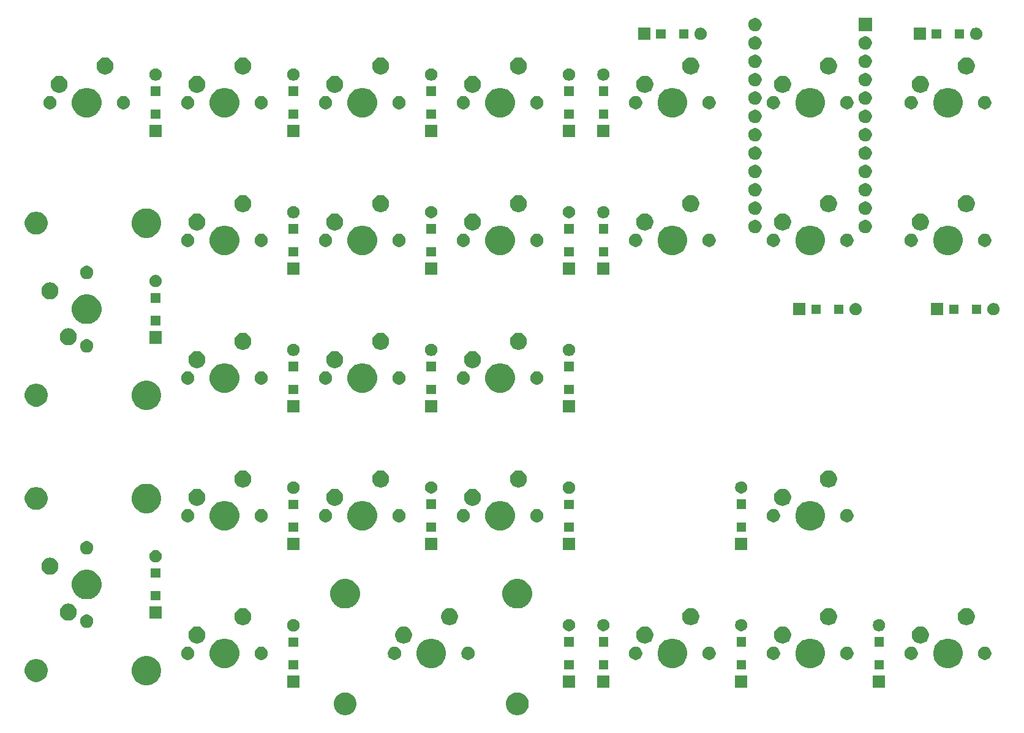
<source format=gbs>
G04 #@! TF.GenerationSoftware,KiCad,Pcbnew,(5.1.4-0)*
G04 #@! TF.CreationDate,2020-10-08T17:29:41+11:00*
G04 #@! TF.ProjectId,NumNavPad,4e756d4e-6176-4506-9164-2e6b69636164,rev?*
G04 #@! TF.SameCoordinates,Original*
G04 #@! TF.FileFunction,Soldermask,Bot*
G04 #@! TF.FilePolarity,Negative*
%FSLAX46Y46*%
G04 Gerber Fmt 4.6, Leading zero omitted, Abs format (unit mm)*
G04 Created by KiCad (PCBNEW (5.1.4-0)) date 2020-10-08 17:29:41*
%MOMM*%
%LPD*%
G04 APERTURE LIST*
%ADD10C,0.100000*%
G04 APERTURE END LIST*
D10*
G36*
X102853161Y-124533026D02*
G01*
X102971887Y-124582204D01*
X103139791Y-124651752D01*
X103139792Y-124651753D01*
X103397754Y-124824117D01*
X103617133Y-125043496D01*
X103732303Y-125215861D01*
X103789498Y-125301459D01*
X103908224Y-125588090D01*
X103968750Y-125892375D01*
X103968750Y-126202625D01*
X103908224Y-126506910D01*
X103789498Y-126793541D01*
X103789497Y-126793542D01*
X103617133Y-127051504D01*
X103397754Y-127270883D01*
X103225389Y-127386053D01*
X103139791Y-127443248D01*
X102971887Y-127512796D01*
X102853161Y-127561974D01*
X102548875Y-127622500D01*
X102238625Y-127622500D01*
X101934339Y-127561974D01*
X101815613Y-127512796D01*
X101647709Y-127443248D01*
X101562111Y-127386053D01*
X101389746Y-127270883D01*
X101170367Y-127051504D01*
X100998003Y-126793542D01*
X100998002Y-126793541D01*
X100879276Y-126506910D01*
X100818750Y-126202625D01*
X100818750Y-125892375D01*
X100879276Y-125588090D01*
X100998002Y-125301459D01*
X101055197Y-125215861D01*
X101170367Y-125043496D01*
X101389746Y-124824117D01*
X101647708Y-124651753D01*
X101647709Y-124651752D01*
X101815613Y-124582204D01*
X101934339Y-124533026D01*
X102238625Y-124472500D01*
X102548875Y-124472500D01*
X102853161Y-124533026D01*
X102853161Y-124533026D01*
G37*
G36*
X79040661Y-124533026D02*
G01*
X79159387Y-124582204D01*
X79327291Y-124651752D01*
X79327292Y-124651753D01*
X79585254Y-124824117D01*
X79804633Y-125043496D01*
X79919803Y-125215861D01*
X79976998Y-125301459D01*
X80095724Y-125588090D01*
X80156250Y-125892375D01*
X80156250Y-126202625D01*
X80095724Y-126506910D01*
X79976998Y-126793541D01*
X79976997Y-126793542D01*
X79804633Y-127051504D01*
X79585254Y-127270883D01*
X79412889Y-127386053D01*
X79327291Y-127443248D01*
X79159387Y-127512796D01*
X79040661Y-127561974D01*
X78736375Y-127622500D01*
X78426125Y-127622500D01*
X78121839Y-127561974D01*
X78003113Y-127512796D01*
X77835209Y-127443248D01*
X77749611Y-127386053D01*
X77577246Y-127270883D01*
X77357867Y-127051504D01*
X77185503Y-126793542D01*
X77185502Y-126793541D01*
X77066776Y-126506910D01*
X77006250Y-126202625D01*
X77006250Y-125892375D01*
X77066776Y-125588090D01*
X77185502Y-125301459D01*
X77242697Y-125215861D01*
X77357867Y-125043496D01*
X77577246Y-124824117D01*
X77835208Y-124651753D01*
X77835209Y-124651752D01*
X78003113Y-124582204D01*
X78121839Y-124533026D01*
X78426125Y-124472500D01*
X78736375Y-124472500D01*
X79040661Y-124533026D01*
X79040661Y-124533026D01*
G37*
G36*
X72288500Y-123826000D02*
G01*
X70586500Y-123826000D01*
X70586500Y-122124000D01*
X72288500Y-122124000D01*
X72288500Y-123826000D01*
X72288500Y-123826000D01*
G37*
G36*
X153251000Y-123813500D02*
G01*
X151549000Y-123813500D01*
X151549000Y-122111500D01*
X153251000Y-122111500D01*
X153251000Y-123813500D01*
X153251000Y-123813500D01*
G37*
G36*
X134201000Y-123801000D02*
G01*
X132499000Y-123801000D01*
X132499000Y-122099000D01*
X134201000Y-122099000D01*
X134201000Y-123801000D01*
X134201000Y-123801000D01*
G37*
G36*
X115151000Y-123801000D02*
G01*
X113449000Y-123801000D01*
X113449000Y-122099000D01*
X115151000Y-122099000D01*
X115151000Y-123801000D01*
X115151000Y-123801000D01*
G37*
G36*
X110388500Y-123801000D02*
G01*
X108686500Y-123801000D01*
X108686500Y-122099000D01*
X110388500Y-122099000D01*
X110388500Y-123801000D01*
X110388500Y-123801000D01*
G37*
G36*
X51713974Y-119477434D02*
G01*
X51931974Y-119567733D01*
X52086123Y-119631583D01*
X52421048Y-119855373D01*
X52705877Y-120140202D01*
X52929667Y-120475127D01*
X52929667Y-120475128D01*
X53083816Y-120847276D01*
X53162400Y-121242344D01*
X53162400Y-121645156D01*
X53083816Y-122040224D01*
X53021863Y-122189791D01*
X52929667Y-122412373D01*
X52705877Y-122747298D01*
X52421048Y-123032127D01*
X52086123Y-123255917D01*
X51931974Y-123319767D01*
X51713974Y-123410066D01*
X51318906Y-123488650D01*
X50916094Y-123488650D01*
X50521026Y-123410066D01*
X50303026Y-123319767D01*
X50148877Y-123255917D01*
X49813952Y-123032127D01*
X49529123Y-122747298D01*
X49305333Y-122412373D01*
X49213137Y-122189791D01*
X49151184Y-122040224D01*
X49072600Y-121645156D01*
X49072600Y-121242344D01*
X49151184Y-120847276D01*
X49305333Y-120475128D01*
X49305333Y-120475127D01*
X49529123Y-120140202D01*
X49813952Y-119855373D01*
X50148877Y-119631583D01*
X50303026Y-119567733D01*
X50521026Y-119477434D01*
X50916094Y-119398850D01*
X51318906Y-119398850D01*
X51713974Y-119477434D01*
X51713974Y-119477434D01*
G37*
G36*
X36336911Y-119929276D02*
G01*
X36393980Y-119952915D01*
X36623541Y-120048002D01*
X36623542Y-120048003D01*
X36881504Y-120220367D01*
X37100883Y-120439746D01*
X37124524Y-120475128D01*
X37273248Y-120697709D01*
X37391974Y-120984340D01*
X37452500Y-121288625D01*
X37452500Y-121598875D01*
X37391974Y-121903160D01*
X37273248Y-122189791D01*
X37273247Y-122189792D01*
X37100883Y-122447754D01*
X36881504Y-122667133D01*
X36761528Y-122747298D01*
X36623541Y-122839498D01*
X36455637Y-122909046D01*
X36336911Y-122958224D01*
X36184767Y-122988487D01*
X36032625Y-123018750D01*
X35722375Y-123018750D01*
X35570233Y-122988487D01*
X35418089Y-122958224D01*
X35299363Y-122909046D01*
X35131459Y-122839498D01*
X34993472Y-122747298D01*
X34873496Y-122667133D01*
X34654117Y-122447754D01*
X34481753Y-122189792D01*
X34481752Y-122189791D01*
X34363026Y-121903160D01*
X34302500Y-121598875D01*
X34302500Y-121288625D01*
X34363026Y-120984340D01*
X34481752Y-120697709D01*
X34630476Y-120475128D01*
X34654117Y-120439746D01*
X34873496Y-120220367D01*
X35131458Y-120048003D01*
X35131459Y-120048002D01*
X35361020Y-119952915D01*
X35418089Y-119929276D01*
X35722375Y-119868750D01*
X36032625Y-119868750D01*
X36336911Y-119929276D01*
X36336911Y-119929276D01*
G37*
G36*
X72088500Y-121301000D02*
G01*
X70786500Y-121301000D01*
X70786500Y-119999000D01*
X72088500Y-119999000D01*
X72088500Y-121301000D01*
X72088500Y-121301000D01*
G37*
G36*
X153051000Y-121288500D02*
G01*
X151749000Y-121288500D01*
X151749000Y-119986500D01*
X153051000Y-119986500D01*
X153051000Y-121288500D01*
X153051000Y-121288500D01*
G37*
G36*
X110188500Y-121276000D02*
G01*
X108886500Y-121276000D01*
X108886500Y-119974000D01*
X110188500Y-119974000D01*
X110188500Y-121276000D01*
X110188500Y-121276000D01*
G37*
G36*
X134001000Y-121276000D02*
G01*
X132699000Y-121276000D01*
X132699000Y-119974000D01*
X134001000Y-119974000D01*
X134001000Y-121276000D01*
X134001000Y-121276000D01*
G37*
G36*
X114951000Y-121276000D02*
G01*
X113649000Y-121276000D01*
X113649000Y-119974000D01*
X114951000Y-119974000D01*
X114951000Y-121276000D01*
X114951000Y-121276000D01*
G37*
G36*
X143471474Y-117096184D02*
G01*
X143689474Y-117186483D01*
X143843623Y-117250333D01*
X144178548Y-117474123D01*
X144463377Y-117758952D01*
X144687167Y-118093877D01*
X144719562Y-118172086D01*
X144841316Y-118466026D01*
X144919900Y-118861094D01*
X144919900Y-119263906D01*
X144841316Y-119658974D01*
X144790451Y-119781772D01*
X144687167Y-120031123D01*
X144463377Y-120366048D01*
X144178548Y-120650877D01*
X143843623Y-120874667D01*
X143689474Y-120938517D01*
X143471474Y-121028816D01*
X143076406Y-121107400D01*
X142673594Y-121107400D01*
X142278526Y-121028816D01*
X142060526Y-120938517D01*
X141906377Y-120874667D01*
X141571452Y-120650877D01*
X141286623Y-120366048D01*
X141062833Y-120031123D01*
X140959549Y-119781772D01*
X140908684Y-119658974D01*
X140830100Y-119263906D01*
X140830100Y-118861094D01*
X140908684Y-118466026D01*
X141030438Y-118172086D01*
X141062833Y-118093877D01*
X141286623Y-117758952D01*
X141571452Y-117474123D01*
X141906377Y-117250333D01*
X142060526Y-117186483D01*
X142278526Y-117096184D01*
X142673594Y-117017600D01*
X143076406Y-117017600D01*
X143471474Y-117096184D01*
X143471474Y-117096184D01*
G37*
G36*
X124421474Y-117096184D02*
G01*
X124639474Y-117186483D01*
X124793623Y-117250333D01*
X125128548Y-117474123D01*
X125413377Y-117758952D01*
X125637167Y-118093877D01*
X125669562Y-118172086D01*
X125791316Y-118466026D01*
X125869900Y-118861094D01*
X125869900Y-119263906D01*
X125791316Y-119658974D01*
X125740451Y-119781772D01*
X125637167Y-120031123D01*
X125413377Y-120366048D01*
X125128548Y-120650877D01*
X124793623Y-120874667D01*
X124639474Y-120938517D01*
X124421474Y-121028816D01*
X124026406Y-121107400D01*
X123623594Y-121107400D01*
X123228526Y-121028816D01*
X123010526Y-120938517D01*
X122856377Y-120874667D01*
X122521452Y-120650877D01*
X122236623Y-120366048D01*
X122012833Y-120031123D01*
X121909549Y-119781772D01*
X121858684Y-119658974D01*
X121780100Y-119263906D01*
X121780100Y-118861094D01*
X121858684Y-118466026D01*
X121980438Y-118172086D01*
X122012833Y-118093877D01*
X122236623Y-117758952D01*
X122521452Y-117474123D01*
X122856377Y-117250333D01*
X123010526Y-117186483D01*
X123228526Y-117096184D01*
X123623594Y-117017600D01*
X124026406Y-117017600D01*
X124421474Y-117096184D01*
X124421474Y-117096184D01*
G37*
G36*
X91083974Y-117096184D02*
G01*
X91301974Y-117186483D01*
X91456123Y-117250333D01*
X91791048Y-117474123D01*
X92075877Y-117758952D01*
X92299667Y-118093877D01*
X92332062Y-118172086D01*
X92453816Y-118466026D01*
X92532400Y-118861094D01*
X92532400Y-119263906D01*
X92453816Y-119658974D01*
X92402951Y-119781772D01*
X92299667Y-120031123D01*
X92075877Y-120366048D01*
X91791048Y-120650877D01*
X91456123Y-120874667D01*
X91301974Y-120938517D01*
X91083974Y-121028816D01*
X90688906Y-121107400D01*
X90286094Y-121107400D01*
X89891026Y-121028816D01*
X89673026Y-120938517D01*
X89518877Y-120874667D01*
X89183952Y-120650877D01*
X88899123Y-120366048D01*
X88675333Y-120031123D01*
X88572049Y-119781772D01*
X88521184Y-119658974D01*
X88442600Y-119263906D01*
X88442600Y-118861094D01*
X88521184Y-118466026D01*
X88642938Y-118172086D01*
X88675333Y-118093877D01*
X88899123Y-117758952D01*
X89183952Y-117474123D01*
X89518877Y-117250333D01*
X89673026Y-117186483D01*
X89891026Y-117096184D01*
X90286094Y-117017600D01*
X90688906Y-117017600D01*
X91083974Y-117096184D01*
X91083974Y-117096184D01*
G37*
G36*
X62508974Y-117096184D02*
G01*
X62726974Y-117186483D01*
X62881123Y-117250333D01*
X63216048Y-117474123D01*
X63500877Y-117758952D01*
X63724667Y-118093877D01*
X63757062Y-118172086D01*
X63878816Y-118466026D01*
X63957400Y-118861094D01*
X63957400Y-119263906D01*
X63878816Y-119658974D01*
X63827951Y-119781772D01*
X63724667Y-120031123D01*
X63500877Y-120366048D01*
X63216048Y-120650877D01*
X62881123Y-120874667D01*
X62726974Y-120938517D01*
X62508974Y-121028816D01*
X62113906Y-121107400D01*
X61711094Y-121107400D01*
X61316026Y-121028816D01*
X61098026Y-120938517D01*
X60943877Y-120874667D01*
X60608952Y-120650877D01*
X60324123Y-120366048D01*
X60100333Y-120031123D01*
X59997049Y-119781772D01*
X59946184Y-119658974D01*
X59867600Y-119263906D01*
X59867600Y-118861094D01*
X59946184Y-118466026D01*
X60067938Y-118172086D01*
X60100333Y-118093877D01*
X60324123Y-117758952D01*
X60608952Y-117474123D01*
X60943877Y-117250333D01*
X61098026Y-117186483D01*
X61316026Y-117096184D01*
X61711094Y-117017600D01*
X62113906Y-117017600D01*
X62508974Y-117096184D01*
X62508974Y-117096184D01*
G37*
G36*
X162521474Y-117096184D02*
G01*
X162739474Y-117186483D01*
X162893623Y-117250333D01*
X163228548Y-117474123D01*
X163513377Y-117758952D01*
X163737167Y-118093877D01*
X163769562Y-118172086D01*
X163891316Y-118466026D01*
X163969900Y-118861094D01*
X163969900Y-119263906D01*
X163891316Y-119658974D01*
X163840451Y-119781772D01*
X163737167Y-120031123D01*
X163513377Y-120366048D01*
X163228548Y-120650877D01*
X162893623Y-120874667D01*
X162739474Y-120938517D01*
X162521474Y-121028816D01*
X162126406Y-121107400D01*
X161723594Y-121107400D01*
X161328526Y-121028816D01*
X161110526Y-120938517D01*
X160956377Y-120874667D01*
X160621452Y-120650877D01*
X160336623Y-120366048D01*
X160112833Y-120031123D01*
X160009549Y-119781772D01*
X159958684Y-119658974D01*
X159880100Y-119263906D01*
X159880100Y-118861094D01*
X159958684Y-118466026D01*
X160080438Y-118172086D01*
X160112833Y-118093877D01*
X160336623Y-117758952D01*
X160621452Y-117474123D01*
X160956377Y-117250333D01*
X161110526Y-117186483D01*
X161328526Y-117096184D01*
X161723594Y-117017600D01*
X162126406Y-117017600D01*
X162521474Y-117096184D01*
X162521474Y-117096184D01*
G37*
G36*
X157115104Y-118172085D02*
G01*
X157283626Y-118241889D01*
X157435291Y-118343228D01*
X157564272Y-118472209D01*
X157665611Y-118623874D01*
X157735415Y-118792396D01*
X157771000Y-118971297D01*
X157771000Y-119153703D01*
X157735415Y-119332604D01*
X157665611Y-119501126D01*
X157564272Y-119652791D01*
X157435291Y-119781772D01*
X157283626Y-119883111D01*
X157115104Y-119952915D01*
X156936203Y-119988500D01*
X156753797Y-119988500D01*
X156574896Y-119952915D01*
X156406374Y-119883111D01*
X156254709Y-119781772D01*
X156125728Y-119652791D01*
X156024389Y-119501126D01*
X155954585Y-119332604D01*
X155919000Y-119153703D01*
X155919000Y-118971297D01*
X155954585Y-118792396D01*
X156024389Y-118623874D01*
X156125728Y-118472209D01*
X156254709Y-118343228D01*
X156406374Y-118241889D01*
X156574896Y-118172085D01*
X156753797Y-118136500D01*
X156936203Y-118136500D01*
X157115104Y-118172085D01*
X157115104Y-118172085D01*
G37*
G36*
X67262604Y-118172085D02*
G01*
X67431126Y-118241889D01*
X67582791Y-118343228D01*
X67711772Y-118472209D01*
X67813111Y-118623874D01*
X67882915Y-118792396D01*
X67918500Y-118971297D01*
X67918500Y-119153703D01*
X67882915Y-119332604D01*
X67813111Y-119501126D01*
X67711772Y-119652791D01*
X67582791Y-119781772D01*
X67431126Y-119883111D01*
X67262604Y-119952915D01*
X67083703Y-119988500D01*
X66901297Y-119988500D01*
X66722396Y-119952915D01*
X66553874Y-119883111D01*
X66402209Y-119781772D01*
X66273228Y-119652791D01*
X66171889Y-119501126D01*
X66102085Y-119332604D01*
X66066500Y-119153703D01*
X66066500Y-118971297D01*
X66102085Y-118792396D01*
X66171889Y-118623874D01*
X66273228Y-118472209D01*
X66402209Y-118343228D01*
X66553874Y-118241889D01*
X66722396Y-118172085D01*
X66901297Y-118136500D01*
X67083703Y-118136500D01*
X67262604Y-118172085D01*
X67262604Y-118172085D01*
G37*
G36*
X167275104Y-118172085D02*
G01*
X167443626Y-118241889D01*
X167595291Y-118343228D01*
X167724272Y-118472209D01*
X167825611Y-118623874D01*
X167895415Y-118792396D01*
X167931000Y-118971297D01*
X167931000Y-119153703D01*
X167895415Y-119332604D01*
X167825611Y-119501126D01*
X167724272Y-119652791D01*
X167595291Y-119781772D01*
X167443626Y-119883111D01*
X167275104Y-119952915D01*
X167096203Y-119988500D01*
X166913797Y-119988500D01*
X166734896Y-119952915D01*
X166566374Y-119883111D01*
X166414709Y-119781772D01*
X166285728Y-119652791D01*
X166184389Y-119501126D01*
X166114585Y-119332604D01*
X166079000Y-119153703D01*
X166079000Y-118971297D01*
X166114585Y-118792396D01*
X166184389Y-118623874D01*
X166285728Y-118472209D01*
X166414709Y-118343228D01*
X166566374Y-118241889D01*
X166734896Y-118172085D01*
X166913797Y-118136500D01*
X167096203Y-118136500D01*
X167275104Y-118172085D01*
X167275104Y-118172085D01*
G37*
G36*
X148225104Y-118172085D02*
G01*
X148393626Y-118241889D01*
X148545291Y-118343228D01*
X148674272Y-118472209D01*
X148775611Y-118623874D01*
X148845415Y-118792396D01*
X148881000Y-118971297D01*
X148881000Y-119153703D01*
X148845415Y-119332604D01*
X148775611Y-119501126D01*
X148674272Y-119652791D01*
X148545291Y-119781772D01*
X148393626Y-119883111D01*
X148225104Y-119952915D01*
X148046203Y-119988500D01*
X147863797Y-119988500D01*
X147684896Y-119952915D01*
X147516374Y-119883111D01*
X147364709Y-119781772D01*
X147235728Y-119652791D01*
X147134389Y-119501126D01*
X147064585Y-119332604D01*
X147029000Y-119153703D01*
X147029000Y-118971297D01*
X147064585Y-118792396D01*
X147134389Y-118623874D01*
X147235728Y-118472209D01*
X147364709Y-118343228D01*
X147516374Y-118241889D01*
X147684896Y-118172085D01*
X147863797Y-118136500D01*
X148046203Y-118136500D01*
X148225104Y-118172085D01*
X148225104Y-118172085D01*
G37*
G36*
X138065104Y-118172085D02*
G01*
X138233626Y-118241889D01*
X138385291Y-118343228D01*
X138514272Y-118472209D01*
X138615611Y-118623874D01*
X138685415Y-118792396D01*
X138721000Y-118971297D01*
X138721000Y-119153703D01*
X138685415Y-119332604D01*
X138615611Y-119501126D01*
X138514272Y-119652791D01*
X138385291Y-119781772D01*
X138233626Y-119883111D01*
X138065104Y-119952915D01*
X137886203Y-119988500D01*
X137703797Y-119988500D01*
X137524896Y-119952915D01*
X137356374Y-119883111D01*
X137204709Y-119781772D01*
X137075728Y-119652791D01*
X136974389Y-119501126D01*
X136904585Y-119332604D01*
X136869000Y-119153703D01*
X136869000Y-118971297D01*
X136904585Y-118792396D01*
X136974389Y-118623874D01*
X137075728Y-118472209D01*
X137204709Y-118343228D01*
X137356374Y-118241889D01*
X137524896Y-118172085D01*
X137703797Y-118136500D01*
X137886203Y-118136500D01*
X138065104Y-118172085D01*
X138065104Y-118172085D01*
G37*
G36*
X129175104Y-118172085D02*
G01*
X129343626Y-118241889D01*
X129495291Y-118343228D01*
X129624272Y-118472209D01*
X129725611Y-118623874D01*
X129795415Y-118792396D01*
X129831000Y-118971297D01*
X129831000Y-119153703D01*
X129795415Y-119332604D01*
X129725611Y-119501126D01*
X129624272Y-119652791D01*
X129495291Y-119781772D01*
X129343626Y-119883111D01*
X129175104Y-119952915D01*
X128996203Y-119988500D01*
X128813797Y-119988500D01*
X128634896Y-119952915D01*
X128466374Y-119883111D01*
X128314709Y-119781772D01*
X128185728Y-119652791D01*
X128084389Y-119501126D01*
X128014585Y-119332604D01*
X127979000Y-119153703D01*
X127979000Y-118971297D01*
X128014585Y-118792396D01*
X128084389Y-118623874D01*
X128185728Y-118472209D01*
X128314709Y-118343228D01*
X128466374Y-118241889D01*
X128634896Y-118172085D01*
X128813797Y-118136500D01*
X128996203Y-118136500D01*
X129175104Y-118172085D01*
X129175104Y-118172085D01*
G37*
G36*
X119015104Y-118172085D02*
G01*
X119183626Y-118241889D01*
X119335291Y-118343228D01*
X119464272Y-118472209D01*
X119565611Y-118623874D01*
X119635415Y-118792396D01*
X119671000Y-118971297D01*
X119671000Y-119153703D01*
X119635415Y-119332604D01*
X119565611Y-119501126D01*
X119464272Y-119652791D01*
X119335291Y-119781772D01*
X119183626Y-119883111D01*
X119015104Y-119952915D01*
X118836203Y-119988500D01*
X118653797Y-119988500D01*
X118474896Y-119952915D01*
X118306374Y-119883111D01*
X118154709Y-119781772D01*
X118025728Y-119652791D01*
X117924389Y-119501126D01*
X117854585Y-119332604D01*
X117819000Y-119153703D01*
X117819000Y-118971297D01*
X117854585Y-118792396D01*
X117924389Y-118623874D01*
X118025728Y-118472209D01*
X118154709Y-118343228D01*
X118306374Y-118241889D01*
X118474896Y-118172085D01*
X118653797Y-118136500D01*
X118836203Y-118136500D01*
X119015104Y-118172085D01*
X119015104Y-118172085D01*
G37*
G36*
X95837604Y-118172085D02*
G01*
X96006126Y-118241889D01*
X96157791Y-118343228D01*
X96286772Y-118472209D01*
X96388111Y-118623874D01*
X96457915Y-118792396D01*
X96493500Y-118971297D01*
X96493500Y-119153703D01*
X96457915Y-119332604D01*
X96388111Y-119501126D01*
X96286772Y-119652791D01*
X96157791Y-119781772D01*
X96006126Y-119883111D01*
X95837604Y-119952915D01*
X95658703Y-119988500D01*
X95476297Y-119988500D01*
X95297396Y-119952915D01*
X95128874Y-119883111D01*
X94977209Y-119781772D01*
X94848228Y-119652791D01*
X94746889Y-119501126D01*
X94677085Y-119332604D01*
X94641500Y-119153703D01*
X94641500Y-118971297D01*
X94677085Y-118792396D01*
X94746889Y-118623874D01*
X94848228Y-118472209D01*
X94977209Y-118343228D01*
X95128874Y-118241889D01*
X95297396Y-118172085D01*
X95476297Y-118136500D01*
X95658703Y-118136500D01*
X95837604Y-118172085D01*
X95837604Y-118172085D01*
G37*
G36*
X85677604Y-118172085D02*
G01*
X85846126Y-118241889D01*
X85997791Y-118343228D01*
X86126772Y-118472209D01*
X86228111Y-118623874D01*
X86297915Y-118792396D01*
X86333500Y-118971297D01*
X86333500Y-119153703D01*
X86297915Y-119332604D01*
X86228111Y-119501126D01*
X86126772Y-119652791D01*
X85997791Y-119781772D01*
X85846126Y-119883111D01*
X85677604Y-119952915D01*
X85498703Y-119988500D01*
X85316297Y-119988500D01*
X85137396Y-119952915D01*
X84968874Y-119883111D01*
X84817209Y-119781772D01*
X84688228Y-119652791D01*
X84586889Y-119501126D01*
X84517085Y-119332604D01*
X84481500Y-119153703D01*
X84481500Y-118971297D01*
X84517085Y-118792396D01*
X84586889Y-118623874D01*
X84688228Y-118472209D01*
X84817209Y-118343228D01*
X84968874Y-118241889D01*
X85137396Y-118172085D01*
X85316297Y-118136500D01*
X85498703Y-118136500D01*
X85677604Y-118172085D01*
X85677604Y-118172085D01*
G37*
G36*
X57102604Y-118172085D02*
G01*
X57271126Y-118241889D01*
X57422791Y-118343228D01*
X57551772Y-118472209D01*
X57653111Y-118623874D01*
X57722915Y-118792396D01*
X57758500Y-118971297D01*
X57758500Y-119153703D01*
X57722915Y-119332604D01*
X57653111Y-119501126D01*
X57551772Y-119652791D01*
X57422791Y-119781772D01*
X57271126Y-119883111D01*
X57102604Y-119952915D01*
X56923703Y-119988500D01*
X56741297Y-119988500D01*
X56562396Y-119952915D01*
X56393874Y-119883111D01*
X56242209Y-119781772D01*
X56113228Y-119652791D01*
X56011889Y-119501126D01*
X55942085Y-119332604D01*
X55906500Y-119153703D01*
X55906500Y-118971297D01*
X55942085Y-118792396D01*
X56011889Y-118623874D01*
X56113228Y-118472209D01*
X56242209Y-118343228D01*
X56393874Y-118241889D01*
X56562396Y-118172085D01*
X56741297Y-118136500D01*
X56923703Y-118136500D01*
X57102604Y-118172085D01*
X57102604Y-118172085D01*
G37*
G36*
X72088500Y-118151000D02*
G01*
X70786500Y-118151000D01*
X70786500Y-116849000D01*
X72088500Y-116849000D01*
X72088500Y-118151000D01*
X72088500Y-118151000D01*
G37*
G36*
X153051000Y-118138500D02*
G01*
X151749000Y-118138500D01*
X151749000Y-116836500D01*
X153051000Y-116836500D01*
X153051000Y-118138500D01*
X153051000Y-118138500D01*
G37*
G36*
X134001000Y-118126000D02*
G01*
X132699000Y-118126000D01*
X132699000Y-116824000D01*
X134001000Y-116824000D01*
X134001000Y-118126000D01*
X134001000Y-118126000D01*
G37*
G36*
X114951000Y-118126000D02*
G01*
X113649000Y-118126000D01*
X113649000Y-116824000D01*
X114951000Y-116824000D01*
X114951000Y-118126000D01*
X114951000Y-118126000D01*
G37*
G36*
X110188500Y-118126000D02*
G01*
X108886500Y-118126000D01*
X108886500Y-116824000D01*
X110188500Y-116824000D01*
X110188500Y-118126000D01*
X110188500Y-118126000D01*
G37*
G36*
X158306560Y-115361564D02*
G01*
X158458027Y-115391693D01*
X158672045Y-115480342D01*
X158672046Y-115480343D01*
X158864654Y-115609039D01*
X159028461Y-115772846D01*
X159070669Y-115836015D01*
X159157158Y-115965455D01*
X159245807Y-116179473D01*
X159291000Y-116406674D01*
X159291000Y-116638326D01*
X159245807Y-116865527D01*
X159157158Y-117079545D01*
X159157157Y-117079546D01*
X159028461Y-117272154D01*
X158864654Y-117435961D01*
X158807540Y-117474123D01*
X158672045Y-117564658D01*
X158458027Y-117653307D01*
X158306560Y-117683436D01*
X158230827Y-117698500D01*
X157999173Y-117698500D01*
X157923440Y-117683436D01*
X157771973Y-117653307D01*
X157557955Y-117564658D01*
X157422460Y-117474123D01*
X157365346Y-117435961D01*
X157201539Y-117272154D01*
X157072843Y-117079546D01*
X157072842Y-117079545D01*
X156984193Y-116865527D01*
X156939000Y-116638326D01*
X156939000Y-116406674D01*
X156984193Y-116179473D01*
X157072842Y-115965455D01*
X157159331Y-115836015D01*
X157201539Y-115772846D01*
X157365346Y-115609039D01*
X157557954Y-115480343D01*
X157557955Y-115480342D01*
X157771973Y-115391693D01*
X157923440Y-115361564D01*
X157999173Y-115346500D01*
X158230827Y-115346500D01*
X158306560Y-115361564D01*
X158306560Y-115361564D01*
G37*
G36*
X86869060Y-115361564D02*
G01*
X87020527Y-115391693D01*
X87234545Y-115480342D01*
X87234546Y-115480343D01*
X87427154Y-115609039D01*
X87590961Y-115772846D01*
X87633169Y-115836015D01*
X87719658Y-115965455D01*
X87808307Y-116179473D01*
X87853500Y-116406674D01*
X87853500Y-116638326D01*
X87808307Y-116865527D01*
X87719658Y-117079545D01*
X87719657Y-117079546D01*
X87590961Y-117272154D01*
X87427154Y-117435961D01*
X87370040Y-117474123D01*
X87234545Y-117564658D01*
X87020527Y-117653307D01*
X86869060Y-117683436D01*
X86793327Y-117698500D01*
X86561673Y-117698500D01*
X86485940Y-117683436D01*
X86334473Y-117653307D01*
X86120455Y-117564658D01*
X85984960Y-117474123D01*
X85927846Y-117435961D01*
X85764039Y-117272154D01*
X85635343Y-117079546D01*
X85635342Y-117079545D01*
X85546693Y-116865527D01*
X85501500Y-116638326D01*
X85501500Y-116406674D01*
X85546693Y-116179473D01*
X85635342Y-115965455D01*
X85721831Y-115836015D01*
X85764039Y-115772846D01*
X85927846Y-115609039D01*
X86120454Y-115480343D01*
X86120455Y-115480342D01*
X86334473Y-115391693D01*
X86485940Y-115361564D01*
X86561673Y-115346500D01*
X86793327Y-115346500D01*
X86869060Y-115361564D01*
X86869060Y-115361564D01*
G37*
G36*
X139256560Y-115361564D02*
G01*
X139408027Y-115391693D01*
X139622045Y-115480342D01*
X139622046Y-115480343D01*
X139814654Y-115609039D01*
X139978461Y-115772846D01*
X140020669Y-115836015D01*
X140107158Y-115965455D01*
X140195807Y-116179473D01*
X140241000Y-116406674D01*
X140241000Y-116638326D01*
X140195807Y-116865527D01*
X140107158Y-117079545D01*
X140107157Y-117079546D01*
X139978461Y-117272154D01*
X139814654Y-117435961D01*
X139757540Y-117474123D01*
X139622045Y-117564658D01*
X139408027Y-117653307D01*
X139256560Y-117683436D01*
X139180827Y-117698500D01*
X138949173Y-117698500D01*
X138873440Y-117683436D01*
X138721973Y-117653307D01*
X138507955Y-117564658D01*
X138372460Y-117474123D01*
X138315346Y-117435961D01*
X138151539Y-117272154D01*
X138022843Y-117079546D01*
X138022842Y-117079545D01*
X137934193Y-116865527D01*
X137889000Y-116638326D01*
X137889000Y-116406674D01*
X137934193Y-116179473D01*
X138022842Y-115965455D01*
X138109331Y-115836015D01*
X138151539Y-115772846D01*
X138315346Y-115609039D01*
X138507954Y-115480343D01*
X138507955Y-115480342D01*
X138721973Y-115391693D01*
X138873440Y-115361564D01*
X138949173Y-115346500D01*
X139180827Y-115346500D01*
X139256560Y-115361564D01*
X139256560Y-115361564D01*
G37*
G36*
X120206560Y-115361564D02*
G01*
X120358027Y-115391693D01*
X120572045Y-115480342D01*
X120572046Y-115480343D01*
X120764654Y-115609039D01*
X120928461Y-115772846D01*
X120970669Y-115836015D01*
X121057158Y-115965455D01*
X121145807Y-116179473D01*
X121191000Y-116406674D01*
X121191000Y-116638326D01*
X121145807Y-116865527D01*
X121057158Y-117079545D01*
X121057157Y-117079546D01*
X120928461Y-117272154D01*
X120764654Y-117435961D01*
X120707540Y-117474123D01*
X120572045Y-117564658D01*
X120358027Y-117653307D01*
X120206560Y-117683436D01*
X120130827Y-117698500D01*
X119899173Y-117698500D01*
X119823440Y-117683436D01*
X119671973Y-117653307D01*
X119457955Y-117564658D01*
X119322460Y-117474123D01*
X119265346Y-117435961D01*
X119101539Y-117272154D01*
X118972843Y-117079546D01*
X118972842Y-117079545D01*
X118884193Y-116865527D01*
X118839000Y-116638326D01*
X118839000Y-116406674D01*
X118884193Y-116179473D01*
X118972842Y-115965455D01*
X119059331Y-115836015D01*
X119101539Y-115772846D01*
X119265346Y-115609039D01*
X119457954Y-115480343D01*
X119457955Y-115480342D01*
X119671973Y-115391693D01*
X119823440Y-115361564D01*
X119899173Y-115346500D01*
X120130827Y-115346500D01*
X120206560Y-115361564D01*
X120206560Y-115361564D01*
G37*
G36*
X58294060Y-115361564D02*
G01*
X58445527Y-115391693D01*
X58659545Y-115480342D01*
X58659546Y-115480343D01*
X58852154Y-115609039D01*
X59015961Y-115772846D01*
X59058169Y-115836015D01*
X59144658Y-115965455D01*
X59233307Y-116179473D01*
X59278500Y-116406674D01*
X59278500Y-116638326D01*
X59233307Y-116865527D01*
X59144658Y-117079545D01*
X59144657Y-117079546D01*
X59015961Y-117272154D01*
X58852154Y-117435961D01*
X58795040Y-117474123D01*
X58659545Y-117564658D01*
X58445527Y-117653307D01*
X58294060Y-117683436D01*
X58218327Y-117698500D01*
X57986673Y-117698500D01*
X57910940Y-117683436D01*
X57759473Y-117653307D01*
X57545455Y-117564658D01*
X57409960Y-117474123D01*
X57352846Y-117435961D01*
X57189039Y-117272154D01*
X57060343Y-117079546D01*
X57060342Y-117079545D01*
X56971693Y-116865527D01*
X56926500Y-116638326D01*
X56926500Y-116406674D01*
X56971693Y-116179473D01*
X57060342Y-115965455D01*
X57146831Y-115836015D01*
X57189039Y-115772846D01*
X57352846Y-115609039D01*
X57545454Y-115480343D01*
X57545455Y-115480342D01*
X57759473Y-115391693D01*
X57910940Y-115361564D01*
X57986673Y-115346500D01*
X58218327Y-115346500D01*
X58294060Y-115361564D01*
X58294060Y-115361564D01*
G37*
G36*
X71685728Y-114356703D02*
G01*
X71840600Y-114420853D01*
X71979981Y-114513985D01*
X72098515Y-114632519D01*
X72191647Y-114771900D01*
X72255797Y-114926772D01*
X72288500Y-115091184D01*
X72288500Y-115258816D01*
X72255797Y-115423228D01*
X72191647Y-115578100D01*
X72098515Y-115717481D01*
X71979981Y-115836015D01*
X71840600Y-115929147D01*
X71685728Y-115993297D01*
X71521316Y-116026000D01*
X71353684Y-116026000D01*
X71189272Y-115993297D01*
X71034400Y-115929147D01*
X70895019Y-115836015D01*
X70776485Y-115717481D01*
X70683353Y-115578100D01*
X70619203Y-115423228D01*
X70586500Y-115258816D01*
X70586500Y-115091184D01*
X70619203Y-114926772D01*
X70683353Y-114771900D01*
X70776485Y-114632519D01*
X70895019Y-114513985D01*
X71034400Y-114420853D01*
X71189272Y-114356703D01*
X71353684Y-114324000D01*
X71521316Y-114324000D01*
X71685728Y-114356703D01*
X71685728Y-114356703D01*
G37*
G36*
X152648228Y-114344203D02*
G01*
X152803100Y-114408353D01*
X152942481Y-114501485D01*
X153061015Y-114620019D01*
X153154147Y-114759400D01*
X153218297Y-114914272D01*
X153251000Y-115078684D01*
X153251000Y-115246316D01*
X153218297Y-115410728D01*
X153154147Y-115565600D01*
X153061015Y-115704981D01*
X152942481Y-115823515D01*
X152803100Y-115916647D01*
X152648228Y-115980797D01*
X152483816Y-116013500D01*
X152316184Y-116013500D01*
X152151772Y-115980797D01*
X151996900Y-115916647D01*
X151857519Y-115823515D01*
X151738985Y-115704981D01*
X151645853Y-115565600D01*
X151581703Y-115410728D01*
X151549000Y-115246316D01*
X151549000Y-115078684D01*
X151581703Y-114914272D01*
X151645853Y-114759400D01*
X151738985Y-114620019D01*
X151857519Y-114501485D01*
X151996900Y-114408353D01*
X152151772Y-114344203D01*
X152316184Y-114311500D01*
X152483816Y-114311500D01*
X152648228Y-114344203D01*
X152648228Y-114344203D01*
G37*
G36*
X133598228Y-114331703D02*
G01*
X133753100Y-114395853D01*
X133892481Y-114488985D01*
X134011015Y-114607519D01*
X134104147Y-114746900D01*
X134168297Y-114901772D01*
X134201000Y-115066184D01*
X134201000Y-115233816D01*
X134168297Y-115398228D01*
X134104147Y-115553100D01*
X134011015Y-115692481D01*
X133892481Y-115811015D01*
X133753100Y-115904147D01*
X133598228Y-115968297D01*
X133433816Y-116001000D01*
X133266184Y-116001000D01*
X133101772Y-115968297D01*
X132946900Y-115904147D01*
X132807519Y-115811015D01*
X132688985Y-115692481D01*
X132595853Y-115553100D01*
X132531703Y-115398228D01*
X132499000Y-115233816D01*
X132499000Y-115066184D01*
X132531703Y-114901772D01*
X132595853Y-114746900D01*
X132688985Y-114607519D01*
X132807519Y-114488985D01*
X132946900Y-114395853D01*
X133101772Y-114331703D01*
X133266184Y-114299000D01*
X133433816Y-114299000D01*
X133598228Y-114331703D01*
X133598228Y-114331703D01*
G37*
G36*
X109785728Y-114331703D02*
G01*
X109940600Y-114395853D01*
X110079981Y-114488985D01*
X110198515Y-114607519D01*
X110291647Y-114746900D01*
X110355797Y-114901772D01*
X110388500Y-115066184D01*
X110388500Y-115233816D01*
X110355797Y-115398228D01*
X110291647Y-115553100D01*
X110198515Y-115692481D01*
X110079981Y-115811015D01*
X109940600Y-115904147D01*
X109785728Y-115968297D01*
X109621316Y-116001000D01*
X109453684Y-116001000D01*
X109289272Y-115968297D01*
X109134400Y-115904147D01*
X108995019Y-115811015D01*
X108876485Y-115692481D01*
X108783353Y-115553100D01*
X108719203Y-115398228D01*
X108686500Y-115233816D01*
X108686500Y-115066184D01*
X108719203Y-114901772D01*
X108783353Y-114746900D01*
X108876485Y-114607519D01*
X108995019Y-114488985D01*
X109134400Y-114395853D01*
X109289272Y-114331703D01*
X109453684Y-114299000D01*
X109621316Y-114299000D01*
X109785728Y-114331703D01*
X109785728Y-114331703D01*
G37*
G36*
X114548228Y-114331703D02*
G01*
X114703100Y-114395853D01*
X114842481Y-114488985D01*
X114961015Y-114607519D01*
X115054147Y-114746900D01*
X115118297Y-114901772D01*
X115151000Y-115066184D01*
X115151000Y-115233816D01*
X115118297Y-115398228D01*
X115054147Y-115553100D01*
X114961015Y-115692481D01*
X114842481Y-115811015D01*
X114703100Y-115904147D01*
X114548228Y-115968297D01*
X114383816Y-116001000D01*
X114216184Y-116001000D01*
X114051772Y-115968297D01*
X113896900Y-115904147D01*
X113757519Y-115811015D01*
X113638985Y-115692481D01*
X113545853Y-115553100D01*
X113481703Y-115398228D01*
X113449000Y-115233816D01*
X113449000Y-115066184D01*
X113481703Y-114901772D01*
X113545853Y-114746900D01*
X113638985Y-114607519D01*
X113757519Y-114488985D01*
X113896900Y-114395853D01*
X114051772Y-114331703D01*
X114216184Y-114299000D01*
X114383816Y-114299000D01*
X114548228Y-114331703D01*
X114548228Y-114331703D01*
G37*
G36*
X43132604Y-113727085D02*
G01*
X43301126Y-113796889D01*
X43452791Y-113898228D01*
X43581772Y-114027209D01*
X43683111Y-114178874D01*
X43752915Y-114347396D01*
X43788500Y-114526297D01*
X43788500Y-114708703D01*
X43752915Y-114887604D01*
X43683111Y-115056126D01*
X43581772Y-115207791D01*
X43452791Y-115336772D01*
X43301126Y-115438111D01*
X43132604Y-115507915D01*
X42953703Y-115543500D01*
X42771297Y-115543500D01*
X42592396Y-115507915D01*
X42423874Y-115438111D01*
X42272209Y-115336772D01*
X42143228Y-115207791D01*
X42041889Y-115056126D01*
X41972085Y-114887604D01*
X41936500Y-114708703D01*
X41936500Y-114526297D01*
X41972085Y-114347396D01*
X42041889Y-114178874D01*
X42143228Y-114027209D01*
X42272209Y-113898228D01*
X42423874Y-113796889D01*
X42592396Y-113727085D01*
X42771297Y-113691500D01*
X42953703Y-113691500D01*
X43132604Y-113727085D01*
X43132604Y-113727085D01*
G37*
G36*
X64644060Y-112821564D02*
G01*
X64795527Y-112851693D01*
X65009545Y-112940342D01*
X65009546Y-112940343D01*
X65202154Y-113069039D01*
X65365961Y-113232846D01*
X65451758Y-113361251D01*
X65494658Y-113425455D01*
X65583307Y-113639473D01*
X65628500Y-113866674D01*
X65628500Y-114098326D01*
X65583307Y-114325527D01*
X65494658Y-114539545D01*
X65494657Y-114539546D01*
X65365961Y-114732154D01*
X65202154Y-114895961D01*
X65073749Y-114981758D01*
X65009545Y-115024658D01*
X64795527Y-115113307D01*
X64644060Y-115143436D01*
X64568327Y-115158500D01*
X64336673Y-115158500D01*
X64260940Y-115143436D01*
X64109473Y-115113307D01*
X63895455Y-115024658D01*
X63831251Y-114981758D01*
X63702846Y-114895961D01*
X63539039Y-114732154D01*
X63410343Y-114539546D01*
X63410342Y-114539545D01*
X63321693Y-114325527D01*
X63276500Y-114098326D01*
X63276500Y-113866674D01*
X63321693Y-113639473D01*
X63410342Y-113425455D01*
X63453242Y-113361251D01*
X63539039Y-113232846D01*
X63702846Y-113069039D01*
X63895454Y-112940343D01*
X63895455Y-112940342D01*
X64109473Y-112851693D01*
X64260940Y-112821564D01*
X64336673Y-112806500D01*
X64568327Y-112806500D01*
X64644060Y-112821564D01*
X64644060Y-112821564D01*
G37*
G36*
X145606560Y-112821564D02*
G01*
X145758027Y-112851693D01*
X145972045Y-112940342D01*
X145972046Y-112940343D01*
X146164654Y-113069039D01*
X146328461Y-113232846D01*
X146414258Y-113361251D01*
X146457158Y-113425455D01*
X146545807Y-113639473D01*
X146591000Y-113866674D01*
X146591000Y-114098326D01*
X146545807Y-114325527D01*
X146457158Y-114539545D01*
X146457157Y-114539546D01*
X146328461Y-114732154D01*
X146164654Y-114895961D01*
X146036249Y-114981758D01*
X145972045Y-115024658D01*
X145758027Y-115113307D01*
X145606560Y-115143436D01*
X145530827Y-115158500D01*
X145299173Y-115158500D01*
X145223440Y-115143436D01*
X145071973Y-115113307D01*
X144857955Y-115024658D01*
X144793751Y-114981758D01*
X144665346Y-114895961D01*
X144501539Y-114732154D01*
X144372843Y-114539546D01*
X144372842Y-114539545D01*
X144284193Y-114325527D01*
X144239000Y-114098326D01*
X144239000Y-113866674D01*
X144284193Y-113639473D01*
X144372842Y-113425455D01*
X144415742Y-113361251D01*
X144501539Y-113232846D01*
X144665346Y-113069039D01*
X144857954Y-112940343D01*
X144857955Y-112940342D01*
X145071973Y-112851693D01*
X145223440Y-112821564D01*
X145299173Y-112806500D01*
X145530827Y-112806500D01*
X145606560Y-112821564D01*
X145606560Y-112821564D01*
G37*
G36*
X126556560Y-112821564D02*
G01*
X126708027Y-112851693D01*
X126922045Y-112940342D01*
X126922046Y-112940343D01*
X127114654Y-113069039D01*
X127278461Y-113232846D01*
X127364258Y-113361251D01*
X127407158Y-113425455D01*
X127495807Y-113639473D01*
X127541000Y-113866674D01*
X127541000Y-114098326D01*
X127495807Y-114325527D01*
X127407158Y-114539545D01*
X127407157Y-114539546D01*
X127278461Y-114732154D01*
X127114654Y-114895961D01*
X126986249Y-114981758D01*
X126922045Y-115024658D01*
X126708027Y-115113307D01*
X126556560Y-115143436D01*
X126480827Y-115158500D01*
X126249173Y-115158500D01*
X126173440Y-115143436D01*
X126021973Y-115113307D01*
X125807955Y-115024658D01*
X125743751Y-114981758D01*
X125615346Y-114895961D01*
X125451539Y-114732154D01*
X125322843Y-114539546D01*
X125322842Y-114539545D01*
X125234193Y-114325527D01*
X125189000Y-114098326D01*
X125189000Y-113866674D01*
X125234193Y-113639473D01*
X125322842Y-113425455D01*
X125365742Y-113361251D01*
X125451539Y-113232846D01*
X125615346Y-113069039D01*
X125807954Y-112940343D01*
X125807955Y-112940342D01*
X126021973Y-112851693D01*
X126173440Y-112821564D01*
X126249173Y-112806500D01*
X126480827Y-112806500D01*
X126556560Y-112821564D01*
X126556560Y-112821564D01*
G37*
G36*
X93219060Y-112821564D02*
G01*
X93370527Y-112851693D01*
X93584545Y-112940342D01*
X93584546Y-112940343D01*
X93777154Y-113069039D01*
X93940961Y-113232846D01*
X94026758Y-113361251D01*
X94069658Y-113425455D01*
X94158307Y-113639473D01*
X94203500Y-113866674D01*
X94203500Y-114098326D01*
X94158307Y-114325527D01*
X94069658Y-114539545D01*
X94069657Y-114539546D01*
X93940961Y-114732154D01*
X93777154Y-114895961D01*
X93648749Y-114981758D01*
X93584545Y-115024658D01*
X93370527Y-115113307D01*
X93219060Y-115143436D01*
X93143327Y-115158500D01*
X92911673Y-115158500D01*
X92835940Y-115143436D01*
X92684473Y-115113307D01*
X92470455Y-115024658D01*
X92406251Y-114981758D01*
X92277846Y-114895961D01*
X92114039Y-114732154D01*
X91985343Y-114539546D01*
X91985342Y-114539545D01*
X91896693Y-114325527D01*
X91851500Y-114098326D01*
X91851500Y-113866674D01*
X91896693Y-113639473D01*
X91985342Y-113425455D01*
X92028242Y-113361251D01*
X92114039Y-113232846D01*
X92277846Y-113069039D01*
X92470454Y-112940343D01*
X92470455Y-112940342D01*
X92684473Y-112851693D01*
X92835940Y-112821564D01*
X92911673Y-112806500D01*
X93143327Y-112806500D01*
X93219060Y-112821564D01*
X93219060Y-112821564D01*
G37*
G36*
X164656560Y-112821564D02*
G01*
X164808027Y-112851693D01*
X165022045Y-112940342D01*
X165022046Y-112940343D01*
X165214654Y-113069039D01*
X165378461Y-113232846D01*
X165464258Y-113361251D01*
X165507158Y-113425455D01*
X165595807Y-113639473D01*
X165641000Y-113866674D01*
X165641000Y-114098326D01*
X165595807Y-114325527D01*
X165507158Y-114539545D01*
X165507157Y-114539546D01*
X165378461Y-114732154D01*
X165214654Y-114895961D01*
X165086249Y-114981758D01*
X165022045Y-115024658D01*
X164808027Y-115113307D01*
X164656560Y-115143436D01*
X164580827Y-115158500D01*
X164349173Y-115158500D01*
X164273440Y-115143436D01*
X164121973Y-115113307D01*
X163907955Y-115024658D01*
X163843751Y-114981758D01*
X163715346Y-114895961D01*
X163551539Y-114732154D01*
X163422843Y-114539546D01*
X163422842Y-114539545D01*
X163334193Y-114325527D01*
X163289000Y-114098326D01*
X163289000Y-113866674D01*
X163334193Y-113639473D01*
X163422842Y-113425455D01*
X163465742Y-113361251D01*
X163551539Y-113232846D01*
X163715346Y-113069039D01*
X163907954Y-112940343D01*
X163907955Y-112940342D01*
X164121973Y-112851693D01*
X164273440Y-112821564D01*
X164349173Y-112806500D01*
X164580827Y-112806500D01*
X164656560Y-112821564D01*
X164656560Y-112821564D01*
G37*
G36*
X40514060Y-112186564D02*
G01*
X40665527Y-112216693D01*
X40879545Y-112305342D01*
X40879546Y-112305343D01*
X41072154Y-112434039D01*
X41235961Y-112597846D01*
X41250541Y-112619667D01*
X41364658Y-112790455D01*
X41453307Y-113004473D01*
X41498500Y-113231674D01*
X41498500Y-113463326D01*
X41453307Y-113690527D01*
X41364658Y-113904545D01*
X41364657Y-113904546D01*
X41235961Y-114097154D01*
X41072154Y-114260961D01*
X40947573Y-114344203D01*
X40879545Y-114389658D01*
X40665527Y-114478307D01*
X40549003Y-114501485D01*
X40438327Y-114523500D01*
X40206673Y-114523500D01*
X40095997Y-114501485D01*
X39979473Y-114478307D01*
X39765455Y-114389658D01*
X39697427Y-114344203D01*
X39572846Y-114260961D01*
X39409039Y-114097154D01*
X39280343Y-113904546D01*
X39280342Y-113904545D01*
X39191693Y-113690527D01*
X39146500Y-113463326D01*
X39146500Y-113231674D01*
X39191693Y-113004473D01*
X39280342Y-112790455D01*
X39394459Y-112619667D01*
X39409039Y-112597846D01*
X39572846Y-112434039D01*
X39765454Y-112305343D01*
X39765455Y-112305342D01*
X39979473Y-112216693D01*
X40130940Y-112186564D01*
X40206673Y-112171500D01*
X40438327Y-112171500D01*
X40514060Y-112186564D01*
X40514060Y-112186564D01*
G37*
G36*
X53238500Y-114276000D02*
G01*
X51536500Y-114276000D01*
X51536500Y-112574000D01*
X53238500Y-112574000D01*
X53238500Y-114276000D01*
X53238500Y-114276000D01*
G37*
G36*
X102990224Y-108841184D02*
G01*
X103208224Y-108931483D01*
X103362373Y-108995333D01*
X103697298Y-109219123D01*
X103982127Y-109503952D01*
X104205917Y-109838877D01*
X104205917Y-109838878D01*
X104360066Y-110211026D01*
X104438650Y-110606094D01*
X104438650Y-111008906D01*
X104360066Y-111403974D01*
X104318710Y-111503815D01*
X104205917Y-111776123D01*
X103982127Y-112111048D01*
X103697298Y-112395877D01*
X103362373Y-112619667D01*
X103208224Y-112683517D01*
X102990224Y-112773816D01*
X102595156Y-112852400D01*
X102192344Y-112852400D01*
X101797276Y-112773816D01*
X101579276Y-112683517D01*
X101425127Y-112619667D01*
X101090202Y-112395877D01*
X100805373Y-112111048D01*
X100581583Y-111776123D01*
X100468790Y-111503815D01*
X100427434Y-111403974D01*
X100348850Y-111008906D01*
X100348850Y-110606094D01*
X100427434Y-110211026D01*
X100581583Y-109838878D01*
X100581583Y-109838877D01*
X100805373Y-109503952D01*
X101090202Y-109219123D01*
X101425127Y-108995333D01*
X101579276Y-108931483D01*
X101797276Y-108841184D01*
X102192344Y-108762600D01*
X102595156Y-108762600D01*
X102990224Y-108841184D01*
X102990224Y-108841184D01*
G37*
G36*
X79177724Y-108841184D02*
G01*
X79395724Y-108931483D01*
X79549873Y-108995333D01*
X79884798Y-109219123D01*
X80169627Y-109503952D01*
X80393417Y-109838877D01*
X80393417Y-109838878D01*
X80547566Y-110211026D01*
X80626150Y-110606094D01*
X80626150Y-111008906D01*
X80547566Y-111403974D01*
X80506210Y-111503815D01*
X80393417Y-111776123D01*
X80169627Y-112111048D01*
X79884798Y-112395877D01*
X79549873Y-112619667D01*
X79395724Y-112683517D01*
X79177724Y-112773816D01*
X78782656Y-112852400D01*
X78379844Y-112852400D01*
X77984776Y-112773816D01*
X77766776Y-112683517D01*
X77612627Y-112619667D01*
X77277702Y-112395877D01*
X76992873Y-112111048D01*
X76769083Y-111776123D01*
X76656290Y-111503815D01*
X76614934Y-111403974D01*
X76536350Y-111008906D01*
X76536350Y-110606094D01*
X76614934Y-110211026D01*
X76769083Y-109838878D01*
X76769083Y-109838877D01*
X76992873Y-109503952D01*
X77277702Y-109219123D01*
X77612627Y-108995333D01*
X77766776Y-108931483D01*
X77984776Y-108841184D01*
X78379844Y-108762600D01*
X78782656Y-108762600D01*
X79177724Y-108841184D01*
X79177724Y-108841184D01*
G37*
G36*
X53038500Y-111751000D02*
G01*
X51736500Y-111751000D01*
X51736500Y-110449000D01*
X53038500Y-110449000D01*
X53038500Y-111751000D01*
X53038500Y-111751000D01*
G37*
G36*
X43458974Y-107571184D02*
G01*
X43676974Y-107661483D01*
X43831123Y-107725333D01*
X44166048Y-107949123D01*
X44450877Y-108233952D01*
X44674667Y-108568877D01*
X44738517Y-108723026D01*
X44828816Y-108941026D01*
X44907400Y-109336094D01*
X44907400Y-109738906D01*
X44828816Y-110133974D01*
X44796900Y-110211025D01*
X44674667Y-110506123D01*
X44450877Y-110841048D01*
X44166048Y-111125877D01*
X43831123Y-111349667D01*
X43700014Y-111403974D01*
X43458974Y-111503816D01*
X43063906Y-111582400D01*
X42661094Y-111582400D01*
X42266026Y-111503816D01*
X42024986Y-111403974D01*
X41893877Y-111349667D01*
X41558952Y-111125877D01*
X41274123Y-110841048D01*
X41050333Y-110506123D01*
X40928100Y-110211025D01*
X40896184Y-110133974D01*
X40817600Y-109738906D01*
X40817600Y-109336094D01*
X40896184Y-108941026D01*
X40986483Y-108723026D01*
X41050333Y-108568877D01*
X41274123Y-108233952D01*
X41558952Y-107949123D01*
X41893877Y-107725333D01*
X42048026Y-107661483D01*
X42266026Y-107571184D01*
X42661094Y-107492600D01*
X43063906Y-107492600D01*
X43458974Y-107571184D01*
X43458974Y-107571184D01*
G37*
G36*
X53038500Y-108601000D02*
G01*
X51736500Y-108601000D01*
X51736500Y-107299000D01*
X53038500Y-107299000D01*
X53038500Y-108601000D01*
X53038500Y-108601000D01*
G37*
G36*
X37974060Y-105836564D02*
G01*
X38125527Y-105866693D01*
X38339545Y-105955342D01*
X38339546Y-105955343D01*
X38532154Y-106084039D01*
X38695961Y-106247846D01*
X38781758Y-106376251D01*
X38824658Y-106440455D01*
X38913307Y-106654473D01*
X38958500Y-106881674D01*
X38958500Y-107113326D01*
X38913307Y-107340527D01*
X38824658Y-107554545D01*
X38824657Y-107554546D01*
X38695961Y-107747154D01*
X38532154Y-107910961D01*
X38475040Y-107949123D01*
X38339545Y-108039658D01*
X38125527Y-108128307D01*
X37974060Y-108158436D01*
X37898327Y-108173500D01*
X37666673Y-108173500D01*
X37590940Y-108158436D01*
X37439473Y-108128307D01*
X37225455Y-108039658D01*
X37089960Y-107949123D01*
X37032846Y-107910961D01*
X36869039Y-107747154D01*
X36740343Y-107554546D01*
X36740342Y-107554545D01*
X36651693Y-107340527D01*
X36606500Y-107113326D01*
X36606500Y-106881674D01*
X36651693Y-106654473D01*
X36740342Y-106440455D01*
X36783242Y-106376251D01*
X36869039Y-106247846D01*
X37032846Y-106084039D01*
X37225454Y-105955343D01*
X37225455Y-105955342D01*
X37439473Y-105866693D01*
X37590940Y-105836564D01*
X37666673Y-105821500D01*
X37898327Y-105821500D01*
X37974060Y-105836564D01*
X37974060Y-105836564D01*
G37*
G36*
X52635728Y-104806703D02*
G01*
X52790600Y-104870853D01*
X52929981Y-104963985D01*
X53048515Y-105082519D01*
X53141647Y-105221900D01*
X53205797Y-105376772D01*
X53238500Y-105541184D01*
X53238500Y-105708816D01*
X53205797Y-105873228D01*
X53141647Y-106028100D01*
X53048515Y-106167481D01*
X52929981Y-106286015D01*
X52790600Y-106379147D01*
X52635728Y-106443297D01*
X52471316Y-106476000D01*
X52303684Y-106476000D01*
X52139272Y-106443297D01*
X51984400Y-106379147D01*
X51845019Y-106286015D01*
X51726485Y-106167481D01*
X51633353Y-106028100D01*
X51569203Y-105873228D01*
X51536500Y-105708816D01*
X51536500Y-105541184D01*
X51569203Y-105376772D01*
X51633353Y-105221900D01*
X51726485Y-105082519D01*
X51845019Y-104963985D01*
X51984400Y-104870853D01*
X52139272Y-104806703D01*
X52303684Y-104774000D01*
X52471316Y-104774000D01*
X52635728Y-104806703D01*
X52635728Y-104806703D01*
G37*
G36*
X43132604Y-103567085D02*
G01*
X43301126Y-103636889D01*
X43452791Y-103738228D01*
X43581772Y-103867209D01*
X43683111Y-104018874D01*
X43752915Y-104187396D01*
X43788500Y-104366297D01*
X43788500Y-104548703D01*
X43752915Y-104727604D01*
X43683111Y-104896126D01*
X43581772Y-105047791D01*
X43452791Y-105176772D01*
X43301126Y-105278111D01*
X43132604Y-105347915D01*
X42953703Y-105383500D01*
X42771297Y-105383500D01*
X42592396Y-105347915D01*
X42423874Y-105278111D01*
X42272209Y-105176772D01*
X42143228Y-105047791D01*
X42041889Y-104896126D01*
X41972085Y-104727604D01*
X41936500Y-104548703D01*
X41936500Y-104366297D01*
X41972085Y-104187396D01*
X42041889Y-104018874D01*
X42143228Y-103867209D01*
X42272209Y-103738228D01*
X42423874Y-103636889D01*
X42592396Y-103567085D01*
X42771297Y-103531500D01*
X42953703Y-103531500D01*
X43132604Y-103567085D01*
X43132604Y-103567085D01*
G37*
G36*
X72288500Y-104776000D02*
G01*
X70586500Y-104776000D01*
X70586500Y-103074000D01*
X72288500Y-103074000D01*
X72288500Y-104776000D01*
X72288500Y-104776000D01*
G37*
G36*
X110388500Y-104776000D02*
G01*
X108686500Y-104776000D01*
X108686500Y-103074000D01*
X110388500Y-103074000D01*
X110388500Y-104776000D01*
X110388500Y-104776000D01*
G37*
G36*
X91338500Y-104751000D02*
G01*
X89636500Y-104751000D01*
X89636500Y-103049000D01*
X91338500Y-103049000D01*
X91338500Y-104751000D01*
X91338500Y-104751000D01*
G37*
G36*
X134201000Y-104751000D02*
G01*
X132499000Y-104751000D01*
X132499000Y-103049000D01*
X134201000Y-103049000D01*
X134201000Y-104751000D01*
X134201000Y-104751000D01*
G37*
G36*
X110188500Y-102251000D02*
G01*
X108886500Y-102251000D01*
X108886500Y-100949000D01*
X110188500Y-100949000D01*
X110188500Y-102251000D01*
X110188500Y-102251000D01*
G37*
G36*
X72088500Y-102251000D02*
G01*
X70786500Y-102251000D01*
X70786500Y-100949000D01*
X72088500Y-100949000D01*
X72088500Y-102251000D01*
X72088500Y-102251000D01*
G37*
G36*
X134001000Y-102226000D02*
G01*
X132699000Y-102226000D01*
X132699000Y-100924000D01*
X134001000Y-100924000D01*
X134001000Y-102226000D01*
X134001000Y-102226000D01*
G37*
G36*
X91138500Y-102226000D02*
G01*
X89836500Y-102226000D01*
X89836500Y-100924000D01*
X91138500Y-100924000D01*
X91138500Y-102226000D01*
X91138500Y-102226000D01*
G37*
G36*
X100608974Y-98046184D02*
G01*
X100826974Y-98136483D01*
X100981123Y-98200333D01*
X101316048Y-98424123D01*
X101600877Y-98708952D01*
X101824667Y-99043877D01*
X101857062Y-99122086D01*
X101978816Y-99416026D01*
X102057400Y-99811094D01*
X102057400Y-100213906D01*
X101978816Y-100608974D01*
X101927951Y-100731772D01*
X101824667Y-100981123D01*
X101600877Y-101316048D01*
X101316048Y-101600877D01*
X100981123Y-101824667D01*
X100826974Y-101888517D01*
X100608974Y-101978816D01*
X100213906Y-102057400D01*
X99811094Y-102057400D01*
X99416026Y-101978816D01*
X99198026Y-101888517D01*
X99043877Y-101824667D01*
X98708952Y-101600877D01*
X98424123Y-101316048D01*
X98200333Y-100981123D01*
X98097049Y-100731772D01*
X98046184Y-100608974D01*
X97967600Y-100213906D01*
X97967600Y-99811094D01*
X98046184Y-99416026D01*
X98167938Y-99122086D01*
X98200333Y-99043877D01*
X98424123Y-98708952D01*
X98708952Y-98424123D01*
X99043877Y-98200333D01*
X99198026Y-98136483D01*
X99416026Y-98046184D01*
X99811094Y-97967600D01*
X100213906Y-97967600D01*
X100608974Y-98046184D01*
X100608974Y-98046184D01*
G37*
G36*
X143471474Y-98046184D02*
G01*
X143689474Y-98136483D01*
X143843623Y-98200333D01*
X144178548Y-98424123D01*
X144463377Y-98708952D01*
X144687167Y-99043877D01*
X144719562Y-99122086D01*
X144841316Y-99416026D01*
X144919900Y-99811094D01*
X144919900Y-100213906D01*
X144841316Y-100608974D01*
X144790451Y-100731772D01*
X144687167Y-100981123D01*
X144463377Y-101316048D01*
X144178548Y-101600877D01*
X143843623Y-101824667D01*
X143689474Y-101888517D01*
X143471474Y-101978816D01*
X143076406Y-102057400D01*
X142673594Y-102057400D01*
X142278526Y-101978816D01*
X142060526Y-101888517D01*
X141906377Y-101824667D01*
X141571452Y-101600877D01*
X141286623Y-101316048D01*
X141062833Y-100981123D01*
X140959549Y-100731772D01*
X140908684Y-100608974D01*
X140830100Y-100213906D01*
X140830100Y-99811094D01*
X140908684Y-99416026D01*
X141030438Y-99122086D01*
X141062833Y-99043877D01*
X141286623Y-98708952D01*
X141571452Y-98424123D01*
X141906377Y-98200333D01*
X142060526Y-98136483D01*
X142278526Y-98046184D01*
X142673594Y-97967600D01*
X143076406Y-97967600D01*
X143471474Y-98046184D01*
X143471474Y-98046184D01*
G37*
G36*
X81558974Y-98046184D02*
G01*
X81776974Y-98136483D01*
X81931123Y-98200333D01*
X82266048Y-98424123D01*
X82550877Y-98708952D01*
X82774667Y-99043877D01*
X82807062Y-99122086D01*
X82928816Y-99416026D01*
X83007400Y-99811094D01*
X83007400Y-100213906D01*
X82928816Y-100608974D01*
X82877951Y-100731772D01*
X82774667Y-100981123D01*
X82550877Y-101316048D01*
X82266048Y-101600877D01*
X81931123Y-101824667D01*
X81776974Y-101888517D01*
X81558974Y-101978816D01*
X81163906Y-102057400D01*
X80761094Y-102057400D01*
X80366026Y-101978816D01*
X80148026Y-101888517D01*
X79993877Y-101824667D01*
X79658952Y-101600877D01*
X79374123Y-101316048D01*
X79150333Y-100981123D01*
X79047049Y-100731772D01*
X78996184Y-100608974D01*
X78917600Y-100213906D01*
X78917600Y-99811094D01*
X78996184Y-99416026D01*
X79117938Y-99122086D01*
X79150333Y-99043877D01*
X79374123Y-98708952D01*
X79658952Y-98424123D01*
X79993877Y-98200333D01*
X80148026Y-98136483D01*
X80366026Y-98046184D01*
X80761094Y-97967600D01*
X81163906Y-97967600D01*
X81558974Y-98046184D01*
X81558974Y-98046184D01*
G37*
G36*
X62508974Y-98046184D02*
G01*
X62726974Y-98136483D01*
X62881123Y-98200333D01*
X63216048Y-98424123D01*
X63500877Y-98708952D01*
X63724667Y-99043877D01*
X63757062Y-99122086D01*
X63878816Y-99416026D01*
X63957400Y-99811094D01*
X63957400Y-100213906D01*
X63878816Y-100608974D01*
X63827951Y-100731772D01*
X63724667Y-100981123D01*
X63500877Y-101316048D01*
X63216048Y-101600877D01*
X62881123Y-101824667D01*
X62726974Y-101888517D01*
X62508974Y-101978816D01*
X62113906Y-102057400D01*
X61711094Y-102057400D01*
X61316026Y-101978816D01*
X61098026Y-101888517D01*
X60943877Y-101824667D01*
X60608952Y-101600877D01*
X60324123Y-101316048D01*
X60100333Y-100981123D01*
X59997049Y-100731772D01*
X59946184Y-100608974D01*
X59867600Y-100213906D01*
X59867600Y-99811094D01*
X59946184Y-99416026D01*
X60067938Y-99122086D01*
X60100333Y-99043877D01*
X60324123Y-98708952D01*
X60608952Y-98424123D01*
X60943877Y-98200333D01*
X61098026Y-98136483D01*
X61316026Y-98046184D01*
X61711094Y-97967600D01*
X62113906Y-97967600D01*
X62508974Y-98046184D01*
X62508974Y-98046184D01*
G37*
G36*
X138065104Y-99122085D02*
G01*
X138233626Y-99191889D01*
X138385291Y-99293228D01*
X138514272Y-99422209D01*
X138615611Y-99573874D01*
X138685415Y-99742396D01*
X138721000Y-99921297D01*
X138721000Y-100103703D01*
X138685415Y-100282604D01*
X138615611Y-100451126D01*
X138514272Y-100602791D01*
X138385291Y-100731772D01*
X138233626Y-100833111D01*
X138065104Y-100902915D01*
X137886203Y-100938500D01*
X137703797Y-100938500D01*
X137524896Y-100902915D01*
X137356374Y-100833111D01*
X137204709Y-100731772D01*
X137075728Y-100602791D01*
X136974389Y-100451126D01*
X136904585Y-100282604D01*
X136869000Y-100103703D01*
X136869000Y-99921297D01*
X136904585Y-99742396D01*
X136974389Y-99573874D01*
X137075728Y-99422209D01*
X137204709Y-99293228D01*
X137356374Y-99191889D01*
X137524896Y-99122085D01*
X137703797Y-99086500D01*
X137886203Y-99086500D01*
X138065104Y-99122085D01*
X138065104Y-99122085D01*
G37*
G36*
X148225104Y-99122085D02*
G01*
X148393626Y-99191889D01*
X148545291Y-99293228D01*
X148674272Y-99422209D01*
X148775611Y-99573874D01*
X148845415Y-99742396D01*
X148881000Y-99921297D01*
X148881000Y-100103703D01*
X148845415Y-100282604D01*
X148775611Y-100451126D01*
X148674272Y-100602791D01*
X148545291Y-100731772D01*
X148393626Y-100833111D01*
X148225104Y-100902915D01*
X148046203Y-100938500D01*
X147863797Y-100938500D01*
X147684896Y-100902915D01*
X147516374Y-100833111D01*
X147364709Y-100731772D01*
X147235728Y-100602791D01*
X147134389Y-100451126D01*
X147064585Y-100282604D01*
X147029000Y-100103703D01*
X147029000Y-99921297D01*
X147064585Y-99742396D01*
X147134389Y-99573874D01*
X147235728Y-99422209D01*
X147364709Y-99293228D01*
X147516374Y-99191889D01*
X147684896Y-99122085D01*
X147863797Y-99086500D01*
X148046203Y-99086500D01*
X148225104Y-99122085D01*
X148225104Y-99122085D01*
G37*
G36*
X105362604Y-99122085D02*
G01*
X105531126Y-99191889D01*
X105682791Y-99293228D01*
X105811772Y-99422209D01*
X105913111Y-99573874D01*
X105982915Y-99742396D01*
X106018500Y-99921297D01*
X106018500Y-100103703D01*
X105982915Y-100282604D01*
X105913111Y-100451126D01*
X105811772Y-100602791D01*
X105682791Y-100731772D01*
X105531126Y-100833111D01*
X105362604Y-100902915D01*
X105183703Y-100938500D01*
X105001297Y-100938500D01*
X104822396Y-100902915D01*
X104653874Y-100833111D01*
X104502209Y-100731772D01*
X104373228Y-100602791D01*
X104271889Y-100451126D01*
X104202085Y-100282604D01*
X104166500Y-100103703D01*
X104166500Y-99921297D01*
X104202085Y-99742396D01*
X104271889Y-99573874D01*
X104373228Y-99422209D01*
X104502209Y-99293228D01*
X104653874Y-99191889D01*
X104822396Y-99122085D01*
X105001297Y-99086500D01*
X105183703Y-99086500D01*
X105362604Y-99122085D01*
X105362604Y-99122085D01*
G37*
G36*
X95202604Y-99122085D02*
G01*
X95371126Y-99191889D01*
X95522791Y-99293228D01*
X95651772Y-99422209D01*
X95753111Y-99573874D01*
X95822915Y-99742396D01*
X95858500Y-99921297D01*
X95858500Y-100103703D01*
X95822915Y-100282604D01*
X95753111Y-100451126D01*
X95651772Y-100602791D01*
X95522791Y-100731772D01*
X95371126Y-100833111D01*
X95202604Y-100902915D01*
X95023703Y-100938500D01*
X94841297Y-100938500D01*
X94662396Y-100902915D01*
X94493874Y-100833111D01*
X94342209Y-100731772D01*
X94213228Y-100602791D01*
X94111889Y-100451126D01*
X94042085Y-100282604D01*
X94006500Y-100103703D01*
X94006500Y-99921297D01*
X94042085Y-99742396D01*
X94111889Y-99573874D01*
X94213228Y-99422209D01*
X94342209Y-99293228D01*
X94493874Y-99191889D01*
X94662396Y-99122085D01*
X94841297Y-99086500D01*
X95023703Y-99086500D01*
X95202604Y-99122085D01*
X95202604Y-99122085D01*
G37*
G36*
X86312604Y-99122085D02*
G01*
X86481126Y-99191889D01*
X86632791Y-99293228D01*
X86761772Y-99422209D01*
X86863111Y-99573874D01*
X86932915Y-99742396D01*
X86968500Y-99921297D01*
X86968500Y-100103703D01*
X86932915Y-100282604D01*
X86863111Y-100451126D01*
X86761772Y-100602791D01*
X86632791Y-100731772D01*
X86481126Y-100833111D01*
X86312604Y-100902915D01*
X86133703Y-100938500D01*
X85951297Y-100938500D01*
X85772396Y-100902915D01*
X85603874Y-100833111D01*
X85452209Y-100731772D01*
X85323228Y-100602791D01*
X85221889Y-100451126D01*
X85152085Y-100282604D01*
X85116500Y-100103703D01*
X85116500Y-99921297D01*
X85152085Y-99742396D01*
X85221889Y-99573874D01*
X85323228Y-99422209D01*
X85452209Y-99293228D01*
X85603874Y-99191889D01*
X85772396Y-99122085D01*
X85951297Y-99086500D01*
X86133703Y-99086500D01*
X86312604Y-99122085D01*
X86312604Y-99122085D01*
G37*
G36*
X76152604Y-99122085D02*
G01*
X76321126Y-99191889D01*
X76472791Y-99293228D01*
X76601772Y-99422209D01*
X76703111Y-99573874D01*
X76772915Y-99742396D01*
X76808500Y-99921297D01*
X76808500Y-100103703D01*
X76772915Y-100282604D01*
X76703111Y-100451126D01*
X76601772Y-100602791D01*
X76472791Y-100731772D01*
X76321126Y-100833111D01*
X76152604Y-100902915D01*
X75973703Y-100938500D01*
X75791297Y-100938500D01*
X75612396Y-100902915D01*
X75443874Y-100833111D01*
X75292209Y-100731772D01*
X75163228Y-100602791D01*
X75061889Y-100451126D01*
X74992085Y-100282604D01*
X74956500Y-100103703D01*
X74956500Y-99921297D01*
X74992085Y-99742396D01*
X75061889Y-99573874D01*
X75163228Y-99422209D01*
X75292209Y-99293228D01*
X75443874Y-99191889D01*
X75612396Y-99122085D01*
X75791297Y-99086500D01*
X75973703Y-99086500D01*
X76152604Y-99122085D01*
X76152604Y-99122085D01*
G37*
G36*
X67262604Y-99122085D02*
G01*
X67431126Y-99191889D01*
X67582791Y-99293228D01*
X67711772Y-99422209D01*
X67813111Y-99573874D01*
X67882915Y-99742396D01*
X67918500Y-99921297D01*
X67918500Y-100103703D01*
X67882915Y-100282604D01*
X67813111Y-100451126D01*
X67711772Y-100602791D01*
X67582791Y-100731772D01*
X67431126Y-100833111D01*
X67262604Y-100902915D01*
X67083703Y-100938500D01*
X66901297Y-100938500D01*
X66722396Y-100902915D01*
X66553874Y-100833111D01*
X66402209Y-100731772D01*
X66273228Y-100602791D01*
X66171889Y-100451126D01*
X66102085Y-100282604D01*
X66066500Y-100103703D01*
X66066500Y-99921297D01*
X66102085Y-99742396D01*
X66171889Y-99573874D01*
X66273228Y-99422209D01*
X66402209Y-99293228D01*
X66553874Y-99191889D01*
X66722396Y-99122085D01*
X66901297Y-99086500D01*
X67083703Y-99086500D01*
X67262604Y-99122085D01*
X67262604Y-99122085D01*
G37*
G36*
X57102604Y-99122085D02*
G01*
X57271126Y-99191889D01*
X57422791Y-99293228D01*
X57551772Y-99422209D01*
X57653111Y-99573874D01*
X57722915Y-99742396D01*
X57758500Y-99921297D01*
X57758500Y-100103703D01*
X57722915Y-100282604D01*
X57653111Y-100451126D01*
X57551772Y-100602791D01*
X57422791Y-100731772D01*
X57271126Y-100833111D01*
X57102604Y-100902915D01*
X56923703Y-100938500D01*
X56741297Y-100938500D01*
X56562396Y-100902915D01*
X56393874Y-100833111D01*
X56242209Y-100731772D01*
X56113228Y-100602791D01*
X56011889Y-100451126D01*
X55942085Y-100282604D01*
X55906500Y-100103703D01*
X55906500Y-99921297D01*
X55942085Y-99742396D01*
X56011889Y-99573874D01*
X56113228Y-99422209D01*
X56242209Y-99293228D01*
X56393874Y-99191889D01*
X56562396Y-99122085D01*
X56741297Y-99086500D01*
X56923703Y-99086500D01*
X57102604Y-99122085D01*
X57102604Y-99122085D01*
G37*
G36*
X51713974Y-95664934D02*
G01*
X51851509Y-95721903D01*
X52086123Y-95819083D01*
X52421048Y-96042873D01*
X52705877Y-96327702D01*
X52929667Y-96662627D01*
X52954610Y-96722846D01*
X53083816Y-97034776D01*
X53162400Y-97429844D01*
X53162400Y-97832656D01*
X53083816Y-98227724D01*
X53021863Y-98377291D01*
X52929667Y-98599873D01*
X52705877Y-98934798D01*
X52421048Y-99219627D01*
X52086123Y-99443417D01*
X51931974Y-99507267D01*
X51713974Y-99597566D01*
X51318906Y-99676150D01*
X50916094Y-99676150D01*
X50521026Y-99597566D01*
X50303026Y-99507267D01*
X50148877Y-99443417D01*
X49813952Y-99219627D01*
X49529123Y-98934798D01*
X49305333Y-98599873D01*
X49213137Y-98377291D01*
X49151184Y-98227724D01*
X49072600Y-97832656D01*
X49072600Y-97429844D01*
X49151184Y-97034776D01*
X49280390Y-96722846D01*
X49305333Y-96662627D01*
X49529123Y-96327702D01*
X49813952Y-96042873D01*
X50148877Y-95819083D01*
X50383491Y-95721903D01*
X50521026Y-95664934D01*
X50916094Y-95586350D01*
X51318906Y-95586350D01*
X51713974Y-95664934D01*
X51713974Y-95664934D01*
G37*
G36*
X36336911Y-96116776D02*
G01*
X36455637Y-96165954D01*
X36623541Y-96235502D01*
X36623542Y-96235503D01*
X36881504Y-96407867D01*
X37100883Y-96627246D01*
X37190264Y-96761015D01*
X37273248Y-96885209D01*
X37391974Y-97171840D01*
X37452500Y-97476125D01*
X37452500Y-97786375D01*
X37391974Y-98090660D01*
X37273248Y-98377291D01*
X37273247Y-98377292D01*
X37100883Y-98635254D01*
X36881504Y-98854633D01*
X36761528Y-98934798D01*
X36623541Y-99026998D01*
X36505239Y-99076000D01*
X36336911Y-99145724D01*
X36032625Y-99206250D01*
X35722375Y-99206250D01*
X35418089Y-99145724D01*
X35249761Y-99076000D01*
X35131459Y-99026998D01*
X34993472Y-98934798D01*
X34873496Y-98854633D01*
X34654117Y-98635254D01*
X34481753Y-98377292D01*
X34481752Y-98377291D01*
X34363026Y-98090660D01*
X34302500Y-97786375D01*
X34302500Y-97476125D01*
X34363026Y-97171840D01*
X34481752Y-96885209D01*
X34564736Y-96761015D01*
X34654117Y-96627246D01*
X34873496Y-96407867D01*
X35131458Y-96235503D01*
X35131459Y-96235502D01*
X35299363Y-96165954D01*
X35418089Y-96116776D01*
X35722375Y-96056250D01*
X36032625Y-96056250D01*
X36336911Y-96116776D01*
X36336911Y-96116776D01*
G37*
G36*
X110188500Y-99101000D02*
G01*
X108886500Y-99101000D01*
X108886500Y-97799000D01*
X110188500Y-97799000D01*
X110188500Y-99101000D01*
X110188500Y-99101000D01*
G37*
G36*
X72088500Y-99101000D02*
G01*
X70786500Y-99101000D01*
X70786500Y-97799000D01*
X72088500Y-97799000D01*
X72088500Y-99101000D01*
X72088500Y-99101000D01*
G37*
G36*
X134001000Y-99076000D02*
G01*
X132699000Y-99076000D01*
X132699000Y-97774000D01*
X134001000Y-97774000D01*
X134001000Y-99076000D01*
X134001000Y-99076000D01*
G37*
G36*
X91138500Y-99076000D02*
G01*
X89836500Y-99076000D01*
X89836500Y-97774000D01*
X91138500Y-97774000D01*
X91138500Y-99076000D01*
X91138500Y-99076000D01*
G37*
G36*
X139256560Y-96311564D02*
G01*
X139408027Y-96341693D01*
X139622045Y-96430342D01*
X139622046Y-96430343D01*
X139814654Y-96559039D01*
X139978461Y-96722846D01*
X140020669Y-96786015D01*
X140107158Y-96915455D01*
X140195807Y-97129473D01*
X140241000Y-97356674D01*
X140241000Y-97588326D01*
X140195807Y-97815527D01*
X140107158Y-98029545D01*
X140107157Y-98029546D01*
X139978461Y-98222154D01*
X139814654Y-98385961D01*
X139757540Y-98424123D01*
X139622045Y-98514658D01*
X139408027Y-98603307D01*
X139256560Y-98633436D01*
X139180827Y-98648500D01*
X138949173Y-98648500D01*
X138873440Y-98633436D01*
X138721973Y-98603307D01*
X138507955Y-98514658D01*
X138372460Y-98424123D01*
X138315346Y-98385961D01*
X138151539Y-98222154D01*
X138022843Y-98029546D01*
X138022842Y-98029545D01*
X137934193Y-97815527D01*
X137889000Y-97588326D01*
X137889000Y-97356674D01*
X137934193Y-97129473D01*
X138022842Y-96915455D01*
X138109331Y-96786015D01*
X138151539Y-96722846D01*
X138315346Y-96559039D01*
X138507954Y-96430343D01*
X138507955Y-96430342D01*
X138721973Y-96341693D01*
X138873440Y-96311564D01*
X138949173Y-96296500D01*
X139180827Y-96296500D01*
X139256560Y-96311564D01*
X139256560Y-96311564D01*
G37*
G36*
X96394060Y-96311564D02*
G01*
X96545527Y-96341693D01*
X96759545Y-96430342D01*
X96759546Y-96430343D01*
X96952154Y-96559039D01*
X97115961Y-96722846D01*
X97158169Y-96786015D01*
X97244658Y-96915455D01*
X97333307Y-97129473D01*
X97378500Y-97356674D01*
X97378500Y-97588326D01*
X97333307Y-97815527D01*
X97244658Y-98029545D01*
X97244657Y-98029546D01*
X97115961Y-98222154D01*
X96952154Y-98385961D01*
X96895040Y-98424123D01*
X96759545Y-98514658D01*
X96545527Y-98603307D01*
X96394060Y-98633436D01*
X96318327Y-98648500D01*
X96086673Y-98648500D01*
X96010940Y-98633436D01*
X95859473Y-98603307D01*
X95645455Y-98514658D01*
X95509960Y-98424123D01*
X95452846Y-98385961D01*
X95289039Y-98222154D01*
X95160343Y-98029546D01*
X95160342Y-98029545D01*
X95071693Y-97815527D01*
X95026500Y-97588326D01*
X95026500Y-97356674D01*
X95071693Y-97129473D01*
X95160342Y-96915455D01*
X95246831Y-96786015D01*
X95289039Y-96722846D01*
X95452846Y-96559039D01*
X95645454Y-96430343D01*
X95645455Y-96430342D01*
X95859473Y-96341693D01*
X96010940Y-96311564D01*
X96086673Y-96296500D01*
X96318327Y-96296500D01*
X96394060Y-96311564D01*
X96394060Y-96311564D01*
G37*
G36*
X77344060Y-96311564D02*
G01*
X77495527Y-96341693D01*
X77709545Y-96430342D01*
X77709546Y-96430343D01*
X77902154Y-96559039D01*
X78065961Y-96722846D01*
X78108169Y-96786015D01*
X78194658Y-96915455D01*
X78283307Y-97129473D01*
X78328500Y-97356674D01*
X78328500Y-97588326D01*
X78283307Y-97815527D01*
X78194658Y-98029545D01*
X78194657Y-98029546D01*
X78065961Y-98222154D01*
X77902154Y-98385961D01*
X77845040Y-98424123D01*
X77709545Y-98514658D01*
X77495527Y-98603307D01*
X77344060Y-98633436D01*
X77268327Y-98648500D01*
X77036673Y-98648500D01*
X76960940Y-98633436D01*
X76809473Y-98603307D01*
X76595455Y-98514658D01*
X76459960Y-98424123D01*
X76402846Y-98385961D01*
X76239039Y-98222154D01*
X76110343Y-98029546D01*
X76110342Y-98029545D01*
X76021693Y-97815527D01*
X75976500Y-97588326D01*
X75976500Y-97356674D01*
X76021693Y-97129473D01*
X76110342Y-96915455D01*
X76196831Y-96786015D01*
X76239039Y-96722846D01*
X76402846Y-96559039D01*
X76595454Y-96430343D01*
X76595455Y-96430342D01*
X76809473Y-96341693D01*
X76960940Y-96311564D01*
X77036673Y-96296500D01*
X77268327Y-96296500D01*
X77344060Y-96311564D01*
X77344060Y-96311564D01*
G37*
G36*
X58294060Y-96311564D02*
G01*
X58445527Y-96341693D01*
X58659545Y-96430342D01*
X58659546Y-96430343D01*
X58852154Y-96559039D01*
X59015961Y-96722846D01*
X59058169Y-96786015D01*
X59144658Y-96915455D01*
X59233307Y-97129473D01*
X59278500Y-97356674D01*
X59278500Y-97588326D01*
X59233307Y-97815527D01*
X59144658Y-98029545D01*
X59144657Y-98029546D01*
X59015961Y-98222154D01*
X58852154Y-98385961D01*
X58795040Y-98424123D01*
X58659545Y-98514658D01*
X58445527Y-98603307D01*
X58294060Y-98633436D01*
X58218327Y-98648500D01*
X57986673Y-98648500D01*
X57910940Y-98633436D01*
X57759473Y-98603307D01*
X57545455Y-98514658D01*
X57409960Y-98424123D01*
X57352846Y-98385961D01*
X57189039Y-98222154D01*
X57060343Y-98029546D01*
X57060342Y-98029545D01*
X56971693Y-97815527D01*
X56926500Y-97588326D01*
X56926500Y-97356674D01*
X56971693Y-97129473D01*
X57060342Y-96915455D01*
X57146831Y-96786015D01*
X57189039Y-96722846D01*
X57352846Y-96559039D01*
X57545454Y-96430343D01*
X57545455Y-96430342D01*
X57759473Y-96341693D01*
X57910940Y-96311564D01*
X57986673Y-96296500D01*
X58218327Y-96296500D01*
X58294060Y-96311564D01*
X58294060Y-96311564D01*
G37*
G36*
X109785728Y-95306703D02*
G01*
X109940600Y-95370853D01*
X110079981Y-95463985D01*
X110198515Y-95582519D01*
X110291647Y-95721900D01*
X110355797Y-95876772D01*
X110388500Y-96041184D01*
X110388500Y-96208816D01*
X110355797Y-96373228D01*
X110291647Y-96528100D01*
X110198515Y-96667481D01*
X110079981Y-96786015D01*
X109940600Y-96879147D01*
X109785728Y-96943297D01*
X109621316Y-96976000D01*
X109453684Y-96976000D01*
X109289272Y-96943297D01*
X109134400Y-96879147D01*
X108995019Y-96786015D01*
X108876485Y-96667481D01*
X108783353Y-96528100D01*
X108719203Y-96373228D01*
X108686500Y-96208816D01*
X108686500Y-96041184D01*
X108719203Y-95876772D01*
X108783353Y-95721900D01*
X108876485Y-95582519D01*
X108995019Y-95463985D01*
X109134400Y-95370853D01*
X109289272Y-95306703D01*
X109453684Y-95274000D01*
X109621316Y-95274000D01*
X109785728Y-95306703D01*
X109785728Y-95306703D01*
G37*
G36*
X71685728Y-95306703D02*
G01*
X71840600Y-95370853D01*
X71979981Y-95463985D01*
X72098515Y-95582519D01*
X72191647Y-95721900D01*
X72255797Y-95876772D01*
X72288500Y-96041184D01*
X72288500Y-96208816D01*
X72255797Y-96373228D01*
X72191647Y-96528100D01*
X72098515Y-96667481D01*
X71979981Y-96786015D01*
X71840600Y-96879147D01*
X71685728Y-96943297D01*
X71521316Y-96976000D01*
X71353684Y-96976000D01*
X71189272Y-96943297D01*
X71034400Y-96879147D01*
X70895019Y-96786015D01*
X70776485Y-96667481D01*
X70683353Y-96528100D01*
X70619203Y-96373228D01*
X70586500Y-96208816D01*
X70586500Y-96041184D01*
X70619203Y-95876772D01*
X70683353Y-95721900D01*
X70776485Y-95582519D01*
X70895019Y-95463985D01*
X71034400Y-95370853D01*
X71189272Y-95306703D01*
X71353684Y-95274000D01*
X71521316Y-95274000D01*
X71685728Y-95306703D01*
X71685728Y-95306703D01*
G37*
G36*
X133598228Y-95281703D02*
G01*
X133753100Y-95345853D01*
X133892481Y-95438985D01*
X134011015Y-95557519D01*
X134104147Y-95696900D01*
X134168297Y-95851772D01*
X134201000Y-96016184D01*
X134201000Y-96183816D01*
X134168297Y-96348228D01*
X134104147Y-96503100D01*
X134011015Y-96642481D01*
X133892481Y-96761015D01*
X133753100Y-96854147D01*
X133598228Y-96918297D01*
X133433816Y-96951000D01*
X133266184Y-96951000D01*
X133101772Y-96918297D01*
X132946900Y-96854147D01*
X132807519Y-96761015D01*
X132688985Y-96642481D01*
X132595853Y-96503100D01*
X132531703Y-96348228D01*
X132499000Y-96183816D01*
X132499000Y-96016184D01*
X132531703Y-95851772D01*
X132595853Y-95696900D01*
X132688985Y-95557519D01*
X132807519Y-95438985D01*
X132946900Y-95345853D01*
X133101772Y-95281703D01*
X133266184Y-95249000D01*
X133433816Y-95249000D01*
X133598228Y-95281703D01*
X133598228Y-95281703D01*
G37*
G36*
X90735728Y-95281703D02*
G01*
X90890600Y-95345853D01*
X91029981Y-95438985D01*
X91148515Y-95557519D01*
X91241647Y-95696900D01*
X91305797Y-95851772D01*
X91338500Y-96016184D01*
X91338500Y-96183816D01*
X91305797Y-96348228D01*
X91241647Y-96503100D01*
X91148515Y-96642481D01*
X91029981Y-96761015D01*
X90890600Y-96854147D01*
X90735728Y-96918297D01*
X90571316Y-96951000D01*
X90403684Y-96951000D01*
X90239272Y-96918297D01*
X90084400Y-96854147D01*
X89945019Y-96761015D01*
X89826485Y-96642481D01*
X89733353Y-96503100D01*
X89669203Y-96348228D01*
X89636500Y-96183816D01*
X89636500Y-96016184D01*
X89669203Y-95851772D01*
X89733353Y-95696900D01*
X89826485Y-95557519D01*
X89945019Y-95438985D01*
X90084400Y-95345853D01*
X90239272Y-95281703D01*
X90403684Y-95249000D01*
X90571316Y-95249000D01*
X90735728Y-95281703D01*
X90735728Y-95281703D01*
G37*
G36*
X64644060Y-93771564D02*
G01*
X64795527Y-93801693D01*
X65009545Y-93890342D01*
X65009546Y-93890343D01*
X65202154Y-94019039D01*
X65365961Y-94182846D01*
X65451758Y-94311251D01*
X65494658Y-94375455D01*
X65583307Y-94589473D01*
X65628500Y-94816674D01*
X65628500Y-95048326D01*
X65583307Y-95275527D01*
X65494658Y-95489545D01*
X65494657Y-95489546D01*
X65365961Y-95682154D01*
X65202154Y-95845961D01*
X65073749Y-95931758D01*
X65009545Y-95974658D01*
X64795527Y-96063307D01*
X64644060Y-96093436D01*
X64568327Y-96108500D01*
X64336673Y-96108500D01*
X64260940Y-96093436D01*
X64109473Y-96063307D01*
X63895455Y-95974658D01*
X63831251Y-95931758D01*
X63702846Y-95845961D01*
X63539039Y-95682154D01*
X63410343Y-95489546D01*
X63410342Y-95489545D01*
X63321693Y-95275527D01*
X63276500Y-95048326D01*
X63276500Y-94816674D01*
X63321693Y-94589473D01*
X63410342Y-94375455D01*
X63453242Y-94311251D01*
X63539039Y-94182846D01*
X63702846Y-94019039D01*
X63895454Y-93890343D01*
X63895455Y-93890342D01*
X64109473Y-93801693D01*
X64260940Y-93771564D01*
X64336673Y-93756500D01*
X64568327Y-93756500D01*
X64644060Y-93771564D01*
X64644060Y-93771564D01*
G37*
G36*
X83694060Y-93771564D02*
G01*
X83845527Y-93801693D01*
X84059545Y-93890342D01*
X84059546Y-93890343D01*
X84252154Y-94019039D01*
X84415961Y-94182846D01*
X84501758Y-94311251D01*
X84544658Y-94375455D01*
X84633307Y-94589473D01*
X84678500Y-94816674D01*
X84678500Y-95048326D01*
X84633307Y-95275527D01*
X84544658Y-95489545D01*
X84544657Y-95489546D01*
X84415961Y-95682154D01*
X84252154Y-95845961D01*
X84123749Y-95931758D01*
X84059545Y-95974658D01*
X83845527Y-96063307D01*
X83694060Y-96093436D01*
X83618327Y-96108500D01*
X83386673Y-96108500D01*
X83310940Y-96093436D01*
X83159473Y-96063307D01*
X82945455Y-95974658D01*
X82881251Y-95931758D01*
X82752846Y-95845961D01*
X82589039Y-95682154D01*
X82460343Y-95489546D01*
X82460342Y-95489545D01*
X82371693Y-95275527D01*
X82326500Y-95048326D01*
X82326500Y-94816674D01*
X82371693Y-94589473D01*
X82460342Y-94375455D01*
X82503242Y-94311251D01*
X82589039Y-94182846D01*
X82752846Y-94019039D01*
X82945454Y-93890343D01*
X82945455Y-93890342D01*
X83159473Y-93801693D01*
X83310940Y-93771564D01*
X83386673Y-93756500D01*
X83618327Y-93756500D01*
X83694060Y-93771564D01*
X83694060Y-93771564D01*
G37*
G36*
X102744060Y-93771564D02*
G01*
X102895527Y-93801693D01*
X103109545Y-93890342D01*
X103109546Y-93890343D01*
X103302154Y-94019039D01*
X103465961Y-94182846D01*
X103551758Y-94311251D01*
X103594658Y-94375455D01*
X103683307Y-94589473D01*
X103728500Y-94816674D01*
X103728500Y-95048326D01*
X103683307Y-95275527D01*
X103594658Y-95489545D01*
X103594657Y-95489546D01*
X103465961Y-95682154D01*
X103302154Y-95845961D01*
X103173749Y-95931758D01*
X103109545Y-95974658D01*
X102895527Y-96063307D01*
X102744060Y-96093436D01*
X102668327Y-96108500D01*
X102436673Y-96108500D01*
X102360940Y-96093436D01*
X102209473Y-96063307D01*
X101995455Y-95974658D01*
X101931251Y-95931758D01*
X101802846Y-95845961D01*
X101639039Y-95682154D01*
X101510343Y-95489546D01*
X101510342Y-95489545D01*
X101421693Y-95275527D01*
X101376500Y-95048326D01*
X101376500Y-94816674D01*
X101421693Y-94589473D01*
X101510342Y-94375455D01*
X101553242Y-94311251D01*
X101639039Y-94182846D01*
X101802846Y-94019039D01*
X101995454Y-93890343D01*
X101995455Y-93890342D01*
X102209473Y-93801693D01*
X102360940Y-93771564D01*
X102436673Y-93756500D01*
X102668327Y-93756500D01*
X102744060Y-93771564D01*
X102744060Y-93771564D01*
G37*
G36*
X145606560Y-93771564D02*
G01*
X145758027Y-93801693D01*
X145972045Y-93890342D01*
X145972046Y-93890343D01*
X146164654Y-94019039D01*
X146328461Y-94182846D01*
X146414258Y-94311251D01*
X146457158Y-94375455D01*
X146545807Y-94589473D01*
X146591000Y-94816674D01*
X146591000Y-95048326D01*
X146545807Y-95275527D01*
X146457158Y-95489545D01*
X146457157Y-95489546D01*
X146328461Y-95682154D01*
X146164654Y-95845961D01*
X146036249Y-95931758D01*
X145972045Y-95974658D01*
X145758027Y-96063307D01*
X145606560Y-96093436D01*
X145530827Y-96108500D01*
X145299173Y-96108500D01*
X145223440Y-96093436D01*
X145071973Y-96063307D01*
X144857955Y-95974658D01*
X144793751Y-95931758D01*
X144665346Y-95845961D01*
X144501539Y-95682154D01*
X144372843Y-95489546D01*
X144372842Y-95489545D01*
X144284193Y-95275527D01*
X144239000Y-95048326D01*
X144239000Y-94816674D01*
X144284193Y-94589473D01*
X144372842Y-94375455D01*
X144415742Y-94311251D01*
X144501539Y-94182846D01*
X144665346Y-94019039D01*
X144857954Y-93890343D01*
X144857955Y-93890342D01*
X145071973Y-93801693D01*
X145223440Y-93771564D01*
X145299173Y-93756500D01*
X145530827Y-93756500D01*
X145606560Y-93771564D01*
X145606560Y-93771564D01*
G37*
G36*
X72288500Y-85713500D02*
G01*
X70586500Y-85713500D01*
X70586500Y-84011500D01*
X72288500Y-84011500D01*
X72288500Y-85713500D01*
X72288500Y-85713500D01*
G37*
G36*
X91338500Y-85713500D02*
G01*
X89636500Y-85713500D01*
X89636500Y-84011500D01*
X91338500Y-84011500D01*
X91338500Y-85713500D01*
X91338500Y-85713500D01*
G37*
G36*
X110388500Y-85713500D02*
G01*
X108686500Y-85713500D01*
X108686500Y-84011500D01*
X110388500Y-84011500D01*
X110388500Y-85713500D01*
X110388500Y-85713500D01*
G37*
G36*
X51713974Y-81377434D02*
G01*
X51931974Y-81467733D01*
X52086123Y-81531583D01*
X52421048Y-81755373D01*
X52705877Y-82040202D01*
X52929667Y-82375127D01*
X52929667Y-82375128D01*
X53083816Y-82747276D01*
X53162400Y-83142344D01*
X53162400Y-83545156D01*
X53083816Y-83940224D01*
X53054292Y-84011500D01*
X52929667Y-84312373D01*
X52705877Y-84647298D01*
X52421048Y-84932127D01*
X52086123Y-85155917D01*
X51931974Y-85219767D01*
X51713974Y-85310066D01*
X51318906Y-85388650D01*
X50916094Y-85388650D01*
X50521026Y-85310066D01*
X50303026Y-85219767D01*
X50148877Y-85155917D01*
X49813952Y-84932127D01*
X49529123Y-84647298D01*
X49305333Y-84312373D01*
X49180708Y-84011500D01*
X49151184Y-83940224D01*
X49072600Y-83545156D01*
X49072600Y-83142344D01*
X49151184Y-82747276D01*
X49305333Y-82375128D01*
X49305333Y-82375127D01*
X49529123Y-82040202D01*
X49813952Y-81755373D01*
X50148877Y-81531583D01*
X50303026Y-81467733D01*
X50521026Y-81377434D01*
X50916094Y-81298850D01*
X51318906Y-81298850D01*
X51713974Y-81377434D01*
X51713974Y-81377434D01*
G37*
G36*
X36336911Y-81829276D02*
G01*
X36393980Y-81852915D01*
X36623541Y-81948002D01*
X36623542Y-81948003D01*
X36881504Y-82120367D01*
X37100883Y-82339746D01*
X37124524Y-82375128D01*
X37273248Y-82597709D01*
X37391974Y-82884340D01*
X37452500Y-83188625D01*
X37452500Y-83498875D01*
X37391974Y-83803160D01*
X37273248Y-84089791D01*
X37273247Y-84089792D01*
X37100883Y-84347754D01*
X36881504Y-84567133D01*
X36761528Y-84647298D01*
X36623541Y-84739498D01*
X36455637Y-84809046D01*
X36336911Y-84858224D01*
X36032625Y-84918750D01*
X35722375Y-84918750D01*
X35418089Y-84858224D01*
X35299363Y-84809046D01*
X35131459Y-84739498D01*
X34993472Y-84647298D01*
X34873496Y-84567133D01*
X34654117Y-84347754D01*
X34481753Y-84089792D01*
X34481752Y-84089791D01*
X34363026Y-83803160D01*
X34302500Y-83498875D01*
X34302500Y-83188625D01*
X34363026Y-82884340D01*
X34481752Y-82597709D01*
X34630476Y-82375128D01*
X34654117Y-82339746D01*
X34873496Y-82120367D01*
X35131458Y-81948003D01*
X35131459Y-81948002D01*
X35361020Y-81852915D01*
X35418089Y-81829276D01*
X35722375Y-81768750D01*
X36032625Y-81768750D01*
X36336911Y-81829276D01*
X36336911Y-81829276D01*
G37*
G36*
X110188500Y-83188500D02*
G01*
X108886500Y-83188500D01*
X108886500Y-81886500D01*
X110188500Y-81886500D01*
X110188500Y-83188500D01*
X110188500Y-83188500D01*
G37*
G36*
X91138500Y-83188500D02*
G01*
X89836500Y-83188500D01*
X89836500Y-81886500D01*
X91138500Y-81886500D01*
X91138500Y-83188500D01*
X91138500Y-83188500D01*
G37*
G36*
X72088500Y-83188500D02*
G01*
X70786500Y-83188500D01*
X70786500Y-81886500D01*
X72088500Y-81886500D01*
X72088500Y-83188500D01*
X72088500Y-83188500D01*
G37*
G36*
X62508974Y-78996184D02*
G01*
X62726974Y-79086483D01*
X62881123Y-79150333D01*
X63216048Y-79374123D01*
X63500877Y-79658952D01*
X63724667Y-79993877D01*
X63757062Y-80072086D01*
X63878816Y-80366026D01*
X63957400Y-80761094D01*
X63957400Y-81163906D01*
X63878816Y-81558974D01*
X63827951Y-81681772D01*
X63724667Y-81931123D01*
X63500877Y-82266048D01*
X63216048Y-82550877D01*
X62881123Y-82774667D01*
X62726974Y-82838517D01*
X62508974Y-82928816D01*
X62113906Y-83007400D01*
X61711094Y-83007400D01*
X61316026Y-82928816D01*
X61098026Y-82838517D01*
X60943877Y-82774667D01*
X60608952Y-82550877D01*
X60324123Y-82266048D01*
X60100333Y-81931123D01*
X59997049Y-81681772D01*
X59946184Y-81558974D01*
X59867600Y-81163906D01*
X59867600Y-80761094D01*
X59946184Y-80366026D01*
X60067938Y-80072086D01*
X60100333Y-79993877D01*
X60324123Y-79658952D01*
X60608952Y-79374123D01*
X60943877Y-79150333D01*
X61098026Y-79086483D01*
X61316026Y-78996184D01*
X61711094Y-78917600D01*
X62113906Y-78917600D01*
X62508974Y-78996184D01*
X62508974Y-78996184D01*
G37*
G36*
X81558974Y-78996184D02*
G01*
X81776974Y-79086483D01*
X81931123Y-79150333D01*
X82266048Y-79374123D01*
X82550877Y-79658952D01*
X82774667Y-79993877D01*
X82807062Y-80072086D01*
X82928816Y-80366026D01*
X83007400Y-80761094D01*
X83007400Y-81163906D01*
X82928816Y-81558974D01*
X82877951Y-81681772D01*
X82774667Y-81931123D01*
X82550877Y-82266048D01*
X82266048Y-82550877D01*
X81931123Y-82774667D01*
X81776974Y-82838517D01*
X81558974Y-82928816D01*
X81163906Y-83007400D01*
X80761094Y-83007400D01*
X80366026Y-82928816D01*
X80148026Y-82838517D01*
X79993877Y-82774667D01*
X79658952Y-82550877D01*
X79374123Y-82266048D01*
X79150333Y-81931123D01*
X79047049Y-81681772D01*
X78996184Y-81558974D01*
X78917600Y-81163906D01*
X78917600Y-80761094D01*
X78996184Y-80366026D01*
X79117938Y-80072086D01*
X79150333Y-79993877D01*
X79374123Y-79658952D01*
X79658952Y-79374123D01*
X79993877Y-79150333D01*
X80148026Y-79086483D01*
X80366026Y-78996184D01*
X80761094Y-78917600D01*
X81163906Y-78917600D01*
X81558974Y-78996184D01*
X81558974Y-78996184D01*
G37*
G36*
X100608974Y-78996184D02*
G01*
X100826974Y-79086483D01*
X100981123Y-79150333D01*
X101316048Y-79374123D01*
X101600877Y-79658952D01*
X101824667Y-79993877D01*
X101857062Y-80072086D01*
X101978816Y-80366026D01*
X102057400Y-80761094D01*
X102057400Y-81163906D01*
X101978816Y-81558974D01*
X101927951Y-81681772D01*
X101824667Y-81931123D01*
X101600877Y-82266048D01*
X101316048Y-82550877D01*
X100981123Y-82774667D01*
X100826974Y-82838517D01*
X100608974Y-82928816D01*
X100213906Y-83007400D01*
X99811094Y-83007400D01*
X99416026Y-82928816D01*
X99198026Y-82838517D01*
X99043877Y-82774667D01*
X98708952Y-82550877D01*
X98424123Y-82266048D01*
X98200333Y-81931123D01*
X98097049Y-81681772D01*
X98046184Y-81558974D01*
X97967600Y-81163906D01*
X97967600Y-80761094D01*
X98046184Y-80366026D01*
X98167938Y-80072086D01*
X98200333Y-79993877D01*
X98424123Y-79658952D01*
X98708952Y-79374123D01*
X99043877Y-79150333D01*
X99198026Y-79086483D01*
X99416026Y-78996184D01*
X99811094Y-78917600D01*
X100213906Y-78917600D01*
X100608974Y-78996184D01*
X100608974Y-78996184D01*
G37*
G36*
X57102604Y-80072085D02*
G01*
X57271126Y-80141889D01*
X57422791Y-80243228D01*
X57551772Y-80372209D01*
X57653111Y-80523874D01*
X57722915Y-80692396D01*
X57758500Y-80871297D01*
X57758500Y-81053703D01*
X57722915Y-81232604D01*
X57653111Y-81401126D01*
X57551772Y-81552791D01*
X57422791Y-81681772D01*
X57271126Y-81783111D01*
X57102604Y-81852915D01*
X56923703Y-81888500D01*
X56741297Y-81888500D01*
X56562396Y-81852915D01*
X56393874Y-81783111D01*
X56242209Y-81681772D01*
X56113228Y-81552791D01*
X56011889Y-81401126D01*
X55942085Y-81232604D01*
X55906500Y-81053703D01*
X55906500Y-80871297D01*
X55942085Y-80692396D01*
X56011889Y-80523874D01*
X56113228Y-80372209D01*
X56242209Y-80243228D01*
X56393874Y-80141889D01*
X56562396Y-80072085D01*
X56741297Y-80036500D01*
X56923703Y-80036500D01*
X57102604Y-80072085D01*
X57102604Y-80072085D01*
G37*
G36*
X105362604Y-80072085D02*
G01*
X105531126Y-80141889D01*
X105682791Y-80243228D01*
X105811772Y-80372209D01*
X105913111Y-80523874D01*
X105982915Y-80692396D01*
X106018500Y-80871297D01*
X106018500Y-81053703D01*
X105982915Y-81232604D01*
X105913111Y-81401126D01*
X105811772Y-81552791D01*
X105682791Y-81681772D01*
X105531126Y-81783111D01*
X105362604Y-81852915D01*
X105183703Y-81888500D01*
X105001297Y-81888500D01*
X104822396Y-81852915D01*
X104653874Y-81783111D01*
X104502209Y-81681772D01*
X104373228Y-81552791D01*
X104271889Y-81401126D01*
X104202085Y-81232604D01*
X104166500Y-81053703D01*
X104166500Y-80871297D01*
X104202085Y-80692396D01*
X104271889Y-80523874D01*
X104373228Y-80372209D01*
X104502209Y-80243228D01*
X104653874Y-80141889D01*
X104822396Y-80072085D01*
X105001297Y-80036500D01*
X105183703Y-80036500D01*
X105362604Y-80072085D01*
X105362604Y-80072085D01*
G37*
G36*
X86312604Y-80072085D02*
G01*
X86481126Y-80141889D01*
X86632791Y-80243228D01*
X86761772Y-80372209D01*
X86863111Y-80523874D01*
X86932915Y-80692396D01*
X86968500Y-80871297D01*
X86968500Y-81053703D01*
X86932915Y-81232604D01*
X86863111Y-81401126D01*
X86761772Y-81552791D01*
X86632791Y-81681772D01*
X86481126Y-81783111D01*
X86312604Y-81852915D01*
X86133703Y-81888500D01*
X85951297Y-81888500D01*
X85772396Y-81852915D01*
X85603874Y-81783111D01*
X85452209Y-81681772D01*
X85323228Y-81552791D01*
X85221889Y-81401126D01*
X85152085Y-81232604D01*
X85116500Y-81053703D01*
X85116500Y-80871297D01*
X85152085Y-80692396D01*
X85221889Y-80523874D01*
X85323228Y-80372209D01*
X85452209Y-80243228D01*
X85603874Y-80141889D01*
X85772396Y-80072085D01*
X85951297Y-80036500D01*
X86133703Y-80036500D01*
X86312604Y-80072085D01*
X86312604Y-80072085D01*
G37*
G36*
X76152604Y-80072085D02*
G01*
X76321126Y-80141889D01*
X76472791Y-80243228D01*
X76601772Y-80372209D01*
X76703111Y-80523874D01*
X76772915Y-80692396D01*
X76808500Y-80871297D01*
X76808500Y-81053703D01*
X76772915Y-81232604D01*
X76703111Y-81401126D01*
X76601772Y-81552791D01*
X76472791Y-81681772D01*
X76321126Y-81783111D01*
X76152604Y-81852915D01*
X75973703Y-81888500D01*
X75791297Y-81888500D01*
X75612396Y-81852915D01*
X75443874Y-81783111D01*
X75292209Y-81681772D01*
X75163228Y-81552791D01*
X75061889Y-81401126D01*
X74992085Y-81232604D01*
X74956500Y-81053703D01*
X74956500Y-80871297D01*
X74992085Y-80692396D01*
X75061889Y-80523874D01*
X75163228Y-80372209D01*
X75292209Y-80243228D01*
X75443874Y-80141889D01*
X75612396Y-80072085D01*
X75791297Y-80036500D01*
X75973703Y-80036500D01*
X76152604Y-80072085D01*
X76152604Y-80072085D01*
G37*
G36*
X95202604Y-80072085D02*
G01*
X95371126Y-80141889D01*
X95522791Y-80243228D01*
X95651772Y-80372209D01*
X95753111Y-80523874D01*
X95822915Y-80692396D01*
X95858500Y-80871297D01*
X95858500Y-81053703D01*
X95822915Y-81232604D01*
X95753111Y-81401126D01*
X95651772Y-81552791D01*
X95522791Y-81681772D01*
X95371126Y-81783111D01*
X95202604Y-81852915D01*
X95023703Y-81888500D01*
X94841297Y-81888500D01*
X94662396Y-81852915D01*
X94493874Y-81783111D01*
X94342209Y-81681772D01*
X94213228Y-81552791D01*
X94111889Y-81401126D01*
X94042085Y-81232604D01*
X94006500Y-81053703D01*
X94006500Y-80871297D01*
X94042085Y-80692396D01*
X94111889Y-80523874D01*
X94213228Y-80372209D01*
X94342209Y-80243228D01*
X94493874Y-80141889D01*
X94662396Y-80072085D01*
X94841297Y-80036500D01*
X95023703Y-80036500D01*
X95202604Y-80072085D01*
X95202604Y-80072085D01*
G37*
G36*
X67262604Y-80072085D02*
G01*
X67431126Y-80141889D01*
X67582791Y-80243228D01*
X67711772Y-80372209D01*
X67813111Y-80523874D01*
X67882915Y-80692396D01*
X67918500Y-80871297D01*
X67918500Y-81053703D01*
X67882915Y-81232604D01*
X67813111Y-81401126D01*
X67711772Y-81552791D01*
X67582791Y-81681772D01*
X67431126Y-81783111D01*
X67262604Y-81852915D01*
X67083703Y-81888500D01*
X66901297Y-81888500D01*
X66722396Y-81852915D01*
X66553874Y-81783111D01*
X66402209Y-81681772D01*
X66273228Y-81552791D01*
X66171889Y-81401126D01*
X66102085Y-81232604D01*
X66066500Y-81053703D01*
X66066500Y-80871297D01*
X66102085Y-80692396D01*
X66171889Y-80523874D01*
X66273228Y-80372209D01*
X66402209Y-80243228D01*
X66553874Y-80141889D01*
X66722396Y-80072085D01*
X66901297Y-80036500D01*
X67083703Y-80036500D01*
X67262604Y-80072085D01*
X67262604Y-80072085D01*
G37*
G36*
X72088500Y-80038500D02*
G01*
X70786500Y-80038500D01*
X70786500Y-78736500D01*
X72088500Y-78736500D01*
X72088500Y-80038500D01*
X72088500Y-80038500D01*
G37*
G36*
X110188500Y-80038500D02*
G01*
X108886500Y-80038500D01*
X108886500Y-78736500D01*
X110188500Y-78736500D01*
X110188500Y-80038500D01*
X110188500Y-80038500D01*
G37*
G36*
X91138500Y-80038500D02*
G01*
X89836500Y-80038500D01*
X89836500Y-78736500D01*
X91138500Y-78736500D01*
X91138500Y-80038500D01*
X91138500Y-80038500D01*
G37*
G36*
X77344060Y-77261564D02*
G01*
X77495527Y-77291693D01*
X77709545Y-77380342D01*
X77709546Y-77380343D01*
X77902154Y-77509039D01*
X78065961Y-77672846D01*
X78151758Y-77801251D01*
X78194658Y-77865455D01*
X78283307Y-78079473D01*
X78328500Y-78306674D01*
X78328500Y-78538326D01*
X78283307Y-78765527D01*
X78194658Y-78979545D01*
X78194657Y-78979546D01*
X78065961Y-79172154D01*
X77902154Y-79335961D01*
X77845040Y-79374123D01*
X77709545Y-79464658D01*
X77495527Y-79553307D01*
X77344060Y-79583436D01*
X77268327Y-79598500D01*
X77036673Y-79598500D01*
X76960940Y-79583436D01*
X76809473Y-79553307D01*
X76595455Y-79464658D01*
X76459960Y-79374123D01*
X76402846Y-79335961D01*
X76239039Y-79172154D01*
X76110343Y-78979546D01*
X76110342Y-78979545D01*
X76021693Y-78765527D01*
X75976500Y-78538326D01*
X75976500Y-78306674D01*
X76021693Y-78079473D01*
X76110342Y-77865455D01*
X76153242Y-77801251D01*
X76239039Y-77672846D01*
X76402846Y-77509039D01*
X76595454Y-77380343D01*
X76595455Y-77380342D01*
X76809473Y-77291693D01*
X76960940Y-77261564D01*
X77036673Y-77246500D01*
X77268327Y-77246500D01*
X77344060Y-77261564D01*
X77344060Y-77261564D01*
G37*
G36*
X58294060Y-77261564D02*
G01*
X58445527Y-77291693D01*
X58659545Y-77380342D01*
X58659546Y-77380343D01*
X58852154Y-77509039D01*
X59015961Y-77672846D01*
X59101758Y-77801251D01*
X59144658Y-77865455D01*
X59233307Y-78079473D01*
X59278500Y-78306674D01*
X59278500Y-78538326D01*
X59233307Y-78765527D01*
X59144658Y-78979545D01*
X59144657Y-78979546D01*
X59015961Y-79172154D01*
X58852154Y-79335961D01*
X58795040Y-79374123D01*
X58659545Y-79464658D01*
X58445527Y-79553307D01*
X58294060Y-79583436D01*
X58218327Y-79598500D01*
X57986673Y-79598500D01*
X57910940Y-79583436D01*
X57759473Y-79553307D01*
X57545455Y-79464658D01*
X57409960Y-79374123D01*
X57352846Y-79335961D01*
X57189039Y-79172154D01*
X57060343Y-78979546D01*
X57060342Y-78979545D01*
X56971693Y-78765527D01*
X56926500Y-78538326D01*
X56926500Y-78306674D01*
X56971693Y-78079473D01*
X57060342Y-77865455D01*
X57103242Y-77801251D01*
X57189039Y-77672846D01*
X57352846Y-77509039D01*
X57545454Y-77380343D01*
X57545455Y-77380342D01*
X57759473Y-77291693D01*
X57910940Y-77261564D01*
X57986673Y-77246500D01*
X58218327Y-77246500D01*
X58294060Y-77261564D01*
X58294060Y-77261564D01*
G37*
G36*
X96394060Y-77261564D02*
G01*
X96545527Y-77291693D01*
X96759545Y-77380342D01*
X96759546Y-77380343D01*
X96952154Y-77509039D01*
X97115961Y-77672846D01*
X97201758Y-77801251D01*
X97244658Y-77865455D01*
X97333307Y-78079473D01*
X97378500Y-78306674D01*
X97378500Y-78538326D01*
X97333307Y-78765527D01*
X97244658Y-78979545D01*
X97244657Y-78979546D01*
X97115961Y-79172154D01*
X96952154Y-79335961D01*
X96895040Y-79374123D01*
X96759545Y-79464658D01*
X96545527Y-79553307D01*
X96394060Y-79583436D01*
X96318327Y-79598500D01*
X96086673Y-79598500D01*
X96010940Y-79583436D01*
X95859473Y-79553307D01*
X95645455Y-79464658D01*
X95509960Y-79374123D01*
X95452846Y-79335961D01*
X95289039Y-79172154D01*
X95160343Y-78979546D01*
X95160342Y-78979545D01*
X95071693Y-78765527D01*
X95026500Y-78538326D01*
X95026500Y-78306674D01*
X95071693Y-78079473D01*
X95160342Y-77865455D01*
X95203242Y-77801251D01*
X95289039Y-77672846D01*
X95452846Y-77509039D01*
X95645454Y-77380343D01*
X95645455Y-77380342D01*
X95859473Y-77291693D01*
X96010940Y-77261564D01*
X96086673Y-77246500D01*
X96318327Y-77246500D01*
X96394060Y-77261564D01*
X96394060Y-77261564D01*
G37*
G36*
X109785728Y-76244203D02*
G01*
X109940600Y-76308353D01*
X110079981Y-76401485D01*
X110198515Y-76520019D01*
X110291647Y-76659400D01*
X110355797Y-76814272D01*
X110388500Y-76978684D01*
X110388500Y-77146316D01*
X110355797Y-77310728D01*
X110291647Y-77465600D01*
X110198515Y-77604981D01*
X110079981Y-77723515D01*
X109940600Y-77816647D01*
X109785728Y-77880797D01*
X109621316Y-77913500D01*
X109453684Y-77913500D01*
X109289272Y-77880797D01*
X109134400Y-77816647D01*
X108995019Y-77723515D01*
X108876485Y-77604981D01*
X108783353Y-77465600D01*
X108719203Y-77310728D01*
X108686500Y-77146316D01*
X108686500Y-76978684D01*
X108719203Y-76814272D01*
X108783353Y-76659400D01*
X108876485Y-76520019D01*
X108995019Y-76401485D01*
X109134400Y-76308353D01*
X109289272Y-76244203D01*
X109453684Y-76211500D01*
X109621316Y-76211500D01*
X109785728Y-76244203D01*
X109785728Y-76244203D01*
G37*
G36*
X90735728Y-76244203D02*
G01*
X90890600Y-76308353D01*
X91029981Y-76401485D01*
X91148515Y-76520019D01*
X91241647Y-76659400D01*
X91305797Y-76814272D01*
X91338500Y-76978684D01*
X91338500Y-77146316D01*
X91305797Y-77310728D01*
X91241647Y-77465600D01*
X91148515Y-77604981D01*
X91029981Y-77723515D01*
X90890600Y-77816647D01*
X90735728Y-77880797D01*
X90571316Y-77913500D01*
X90403684Y-77913500D01*
X90239272Y-77880797D01*
X90084400Y-77816647D01*
X89945019Y-77723515D01*
X89826485Y-77604981D01*
X89733353Y-77465600D01*
X89669203Y-77310728D01*
X89636500Y-77146316D01*
X89636500Y-76978684D01*
X89669203Y-76814272D01*
X89733353Y-76659400D01*
X89826485Y-76520019D01*
X89945019Y-76401485D01*
X90084400Y-76308353D01*
X90239272Y-76244203D01*
X90403684Y-76211500D01*
X90571316Y-76211500D01*
X90735728Y-76244203D01*
X90735728Y-76244203D01*
G37*
G36*
X71685728Y-76244203D02*
G01*
X71840600Y-76308353D01*
X71979981Y-76401485D01*
X72098515Y-76520019D01*
X72191647Y-76659400D01*
X72255797Y-76814272D01*
X72288500Y-76978684D01*
X72288500Y-77146316D01*
X72255797Y-77310728D01*
X72191647Y-77465600D01*
X72098515Y-77604981D01*
X71979981Y-77723515D01*
X71840600Y-77816647D01*
X71685728Y-77880797D01*
X71521316Y-77913500D01*
X71353684Y-77913500D01*
X71189272Y-77880797D01*
X71034400Y-77816647D01*
X70895019Y-77723515D01*
X70776485Y-77604981D01*
X70683353Y-77465600D01*
X70619203Y-77310728D01*
X70586500Y-77146316D01*
X70586500Y-76978684D01*
X70619203Y-76814272D01*
X70683353Y-76659400D01*
X70776485Y-76520019D01*
X70895019Y-76401485D01*
X71034400Y-76308353D01*
X71189272Y-76244203D01*
X71353684Y-76211500D01*
X71521316Y-76211500D01*
X71685728Y-76244203D01*
X71685728Y-76244203D01*
G37*
G36*
X43132604Y-75627085D02*
G01*
X43301126Y-75696889D01*
X43452791Y-75798228D01*
X43581772Y-75927209D01*
X43683111Y-76078874D01*
X43752915Y-76247396D01*
X43788500Y-76426297D01*
X43788500Y-76608703D01*
X43752915Y-76787604D01*
X43683111Y-76956126D01*
X43581772Y-77107791D01*
X43452791Y-77236772D01*
X43301126Y-77338111D01*
X43132604Y-77407915D01*
X42953703Y-77443500D01*
X42771297Y-77443500D01*
X42592396Y-77407915D01*
X42423874Y-77338111D01*
X42272209Y-77236772D01*
X42143228Y-77107791D01*
X42041889Y-76956126D01*
X41972085Y-76787604D01*
X41936500Y-76608703D01*
X41936500Y-76426297D01*
X41972085Y-76247396D01*
X42041889Y-76078874D01*
X42143228Y-75927209D01*
X42272209Y-75798228D01*
X42423874Y-75696889D01*
X42592396Y-75627085D01*
X42771297Y-75591500D01*
X42953703Y-75591500D01*
X43132604Y-75627085D01*
X43132604Y-75627085D01*
G37*
G36*
X102744060Y-74721564D02*
G01*
X102895527Y-74751693D01*
X103109545Y-74840342D01*
X103109546Y-74840343D01*
X103302154Y-74969039D01*
X103465961Y-75132846D01*
X103551758Y-75261251D01*
X103594658Y-75325455D01*
X103683307Y-75539473D01*
X103728500Y-75766674D01*
X103728500Y-75998326D01*
X103683307Y-76225527D01*
X103594658Y-76439545D01*
X103594657Y-76439546D01*
X103465961Y-76632154D01*
X103302154Y-76795961D01*
X103173749Y-76881758D01*
X103109545Y-76924658D01*
X102895527Y-77013307D01*
X102744060Y-77043436D01*
X102668327Y-77058500D01*
X102436673Y-77058500D01*
X102360940Y-77043436D01*
X102209473Y-77013307D01*
X101995455Y-76924658D01*
X101931251Y-76881758D01*
X101802846Y-76795961D01*
X101639039Y-76632154D01*
X101510343Y-76439546D01*
X101510342Y-76439545D01*
X101421693Y-76225527D01*
X101376500Y-75998326D01*
X101376500Y-75766674D01*
X101421693Y-75539473D01*
X101510342Y-75325455D01*
X101553242Y-75261251D01*
X101639039Y-75132846D01*
X101802846Y-74969039D01*
X101995454Y-74840343D01*
X101995455Y-74840342D01*
X102209473Y-74751693D01*
X102360940Y-74721564D01*
X102436673Y-74706500D01*
X102668327Y-74706500D01*
X102744060Y-74721564D01*
X102744060Y-74721564D01*
G37*
G36*
X83694060Y-74721564D02*
G01*
X83845527Y-74751693D01*
X84059545Y-74840342D01*
X84059546Y-74840343D01*
X84252154Y-74969039D01*
X84415961Y-75132846D01*
X84501758Y-75261251D01*
X84544658Y-75325455D01*
X84633307Y-75539473D01*
X84678500Y-75766674D01*
X84678500Y-75998326D01*
X84633307Y-76225527D01*
X84544658Y-76439545D01*
X84544657Y-76439546D01*
X84415961Y-76632154D01*
X84252154Y-76795961D01*
X84123749Y-76881758D01*
X84059545Y-76924658D01*
X83845527Y-77013307D01*
X83694060Y-77043436D01*
X83618327Y-77058500D01*
X83386673Y-77058500D01*
X83310940Y-77043436D01*
X83159473Y-77013307D01*
X82945455Y-76924658D01*
X82881251Y-76881758D01*
X82752846Y-76795961D01*
X82589039Y-76632154D01*
X82460343Y-76439546D01*
X82460342Y-76439545D01*
X82371693Y-76225527D01*
X82326500Y-75998326D01*
X82326500Y-75766674D01*
X82371693Y-75539473D01*
X82460342Y-75325455D01*
X82503242Y-75261251D01*
X82589039Y-75132846D01*
X82752846Y-74969039D01*
X82945454Y-74840343D01*
X82945455Y-74840342D01*
X83159473Y-74751693D01*
X83310940Y-74721564D01*
X83386673Y-74706500D01*
X83618327Y-74706500D01*
X83694060Y-74721564D01*
X83694060Y-74721564D01*
G37*
G36*
X64644060Y-74721564D02*
G01*
X64795527Y-74751693D01*
X65009545Y-74840342D01*
X65009546Y-74840343D01*
X65202154Y-74969039D01*
X65365961Y-75132846D01*
X65451758Y-75261251D01*
X65494658Y-75325455D01*
X65583307Y-75539473D01*
X65628500Y-75766674D01*
X65628500Y-75998326D01*
X65583307Y-76225527D01*
X65494658Y-76439545D01*
X65494657Y-76439546D01*
X65365961Y-76632154D01*
X65202154Y-76795961D01*
X65073749Y-76881758D01*
X65009545Y-76924658D01*
X64795527Y-77013307D01*
X64644060Y-77043436D01*
X64568327Y-77058500D01*
X64336673Y-77058500D01*
X64260940Y-77043436D01*
X64109473Y-77013307D01*
X63895455Y-76924658D01*
X63831251Y-76881758D01*
X63702846Y-76795961D01*
X63539039Y-76632154D01*
X63410343Y-76439546D01*
X63410342Y-76439545D01*
X63321693Y-76225527D01*
X63276500Y-75998326D01*
X63276500Y-75766674D01*
X63321693Y-75539473D01*
X63410342Y-75325455D01*
X63453242Y-75261251D01*
X63539039Y-75132846D01*
X63702846Y-74969039D01*
X63895454Y-74840343D01*
X63895455Y-74840342D01*
X64109473Y-74751693D01*
X64260940Y-74721564D01*
X64336673Y-74706500D01*
X64568327Y-74706500D01*
X64644060Y-74721564D01*
X64644060Y-74721564D01*
G37*
G36*
X40514060Y-74086564D02*
G01*
X40665527Y-74116693D01*
X40879545Y-74205342D01*
X40879546Y-74205343D01*
X41072154Y-74334039D01*
X41235961Y-74497846D01*
X41321758Y-74626251D01*
X41364658Y-74690455D01*
X41453307Y-74904473D01*
X41498500Y-75131674D01*
X41498500Y-75363326D01*
X41453307Y-75590527D01*
X41364658Y-75804545D01*
X41364657Y-75804546D01*
X41235961Y-75997154D01*
X41072154Y-76160961D01*
X40947573Y-76244203D01*
X40879545Y-76289658D01*
X40665527Y-76378307D01*
X40549003Y-76401485D01*
X40438327Y-76423500D01*
X40206673Y-76423500D01*
X40095997Y-76401485D01*
X39979473Y-76378307D01*
X39765455Y-76289658D01*
X39697427Y-76244203D01*
X39572846Y-76160961D01*
X39409039Y-75997154D01*
X39280343Y-75804546D01*
X39280342Y-75804545D01*
X39191693Y-75590527D01*
X39146500Y-75363326D01*
X39146500Y-75131674D01*
X39191693Y-74904473D01*
X39280342Y-74690455D01*
X39323242Y-74626251D01*
X39409039Y-74497846D01*
X39572846Y-74334039D01*
X39765454Y-74205343D01*
X39765455Y-74205342D01*
X39979473Y-74116693D01*
X40130940Y-74086564D01*
X40206673Y-74071500D01*
X40438327Y-74071500D01*
X40514060Y-74086564D01*
X40514060Y-74086564D01*
G37*
G36*
X53238500Y-76201000D02*
G01*
X51536500Y-76201000D01*
X51536500Y-74499000D01*
X53238500Y-74499000D01*
X53238500Y-76201000D01*
X53238500Y-76201000D01*
G37*
G36*
X53038500Y-73676000D02*
G01*
X51736500Y-73676000D01*
X51736500Y-72374000D01*
X53038500Y-72374000D01*
X53038500Y-73676000D01*
X53038500Y-73676000D01*
G37*
G36*
X43458974Y-69471184D02*
G01*
X43676974Y-69561483D01*
X43831123Y-69625333D01*
X44166048Y-69849123D01*
X44450877Y-70133952D01*
X44674667Y-70468877D01*
X44674667Y-70468878D01*
X44828816Y-70841026D01*
X44907400Y-71236094D01*
X44907400Y-71638906D01*
X44828816Y-72033974D01*
X44763505Y-72191648D01*
X44674667Y-72406123D01*
X44450877Y-72741048D01*
X44166048Y-73025877D01*
X43831123Y-73249667D01*
X43676974Y-73313517D01*
X43458974Y-73403816D01*
X43063906Y-73482400D01*
X42661094Y-73482400D01*
X42266026Y-73403816D01*
X42048026Y-73313517D01*
X41893877Y-73249667D01*
X41558952Y-73025877D01*
X41274123Y-72741048D01*
X41050333Y-72406123D01*
X40961495Y-72191648D01*
X40896184Y-72033974D01*
X40817600Y-71638906D01*
X40817600Y-71236094D01*
X40896184Y-70841026D01*
X41050333Y-70468878D01*
X41050333Y-70468877D01*
X41274123Y-70133952D01*
X41558952Y-69849123D01*
X41893877Y-69625333D01*
X42048026Y-69561483D01*
X42266026Y-69471184D01*
X42661094Y-69392600D01*
X43063906Y-69392600D01*
X43458974Y-69471184D01*
X43458974Y-69471184D01*
G37*
G36*
X142207250Y-72288500D02*
G01*
X140505250Y-72288500D01*
X140505250Y-70586500D01*
X142207250Y-70586500D01*
X142207250Y-72288500D01*
X142207250Y-72288500D01*
G37*
G36*
X149404478Y-70619203D02*
G01*
X149559350Y-70683353D01*
X149698731Y-70776485D01*
X149817265Y-70895019D01*
X149910397Y-71034400D01*
X149974547Y-71189272D01*
X150007250Y-71353684D01*
X150007250Y-71521316D01*
X149974547Y-71685728D01*
X149910397Y-71840600D01*
X149817265Y-71979981D01*
X149698731Y-72098515D01*
X149559350Y-72191647D01*
X149404478Y-72255797D01*
X149240066Y-72288500D01*
X149072434Y-72288500D01*
X148908022Y-72255797D01*
X148753150Y-72191647D01*
X148613769Y-72098515D01*
X148495235Y-71979981D01*
X148402103Y-71840600D01*
X148337953Y-71685728D01*
X148305250Y-71521316D01*
X148305250Y-71353684D01*
X148337953Y-71189272D01*
X148402103Y-71034400D01*
X148495235Y-70895019D01*
X148613769Y-70776485D01*
X148753150Y-70683353D01*
X148908022Y-70619203D01*
X149072434Y-70586500D01*
X149240066Y-70586500D01*
X149404478Y-70619203D01*
X149404478Y-70619203D01*
G37*
G36*
X161269750Y-72288500D02*
G01*
X159567750Y-72288500D01*
X159567750Y-70586500D01*
X161269750Y-70586500D01*
X161269750Y-72288500D01*
X161269750Y-72288500D01*
G37*
G36*
X168466978Y-70619203D02*
G01*
X168621850Y-70683353D01*
X168761231Y-70776485D01*
X168879765Y-70895019D01*
X168972897Y-71034400D01*
X169037047Y-71189272D01*
X169069750Y-71353684D01*
X169069750Y-71521316D01*
X169037047Y-71685728D01*
X168972897Y-71840600D01*
X168879765Y-71979981D01*
X168761231Y-72098515D01*
X168621850Y-72191647D01*
X168466978Y-72255797D01*
X168302566Y-72288500D01*
X168134934Y-72288500D01*
X167970522Y-72255797D01*
X167815650Y-72191647D01*
X167676269Y-72098515D01*
X167557735Y-71979981D01*
X167464603Y-71840600D01*
X167400453Y-71685728D01*
X167367750Y-71521316D01*
X167367750Y-71353684D01*
X167400453Y-71189272D01*
X167464603Y-71034400D01*
X167557735Y-70895019D01*
X167676269Y-70776485D01*
X167815650Y-70683353D01*
X167970522Y-70619203D01*
X168134934Y-70586500D01*
X168302566Y-70586500D01*
X168466978Y-70619203D01*
X168466978Y-70619203D01*
G37*
G36*
X163394750Y-72088500D02*
G01*
X162092750Y-72088500D01*
X162092750Y-70786500D01*
X163394750Y-70786500D01*
X163394750Y-72088500D01*
X163394750Y-72088500D01*
G37*
G36*
X147482250Y-72088500D02*
G01*
X146180250Y-72088500D01*
X146180250Y-70786500D01*
X147482250Y-70786500D01*
X147482250Y-72088500D01*
X147482250Y-72088500D01*
G37*
G36*
X166544750Y-72088500D02*
G01*
X165242750Y-72088500D01*
X165242750Y-70786500D01*
X166544750Y-70786500D01*
X166544750Y-72088500D01*
X166544750Y-72088500D01*
G37*
G36*
X144332250Y-72088500D02*
G01*
X143030250Y-72088500D01*
X143030250Y-70786500D01*
X144332250Y-70786500D01*
X144332250Y-72088500D01*
X144332250Y-72088500D01*
G37*
G36*
X53038500Y-70526000D02*
G01*
X51736500Y-70526000D01*
X51736500Y-69224000D01*
X53038500Y-69224000D01*
X53038500Y-70526000D01*
X53038500Y-70526000D01*
G37*
G36*
X37974060Y-67736564D02*
G01*
X38125527Y-67766693D01*
X38339545Y-67855342D01*
X38339546Y-67855343D01*
X38532154Y-67984039D01*
X38695961Y-68147846D01*
X38738169Y-68211015D01*
X38824658Y-68340455D01*
X38913307Y-68554473D01*
X38958500Y-68781674D01*
X38958500Y-69013326D01*
X38913307Y-69240527D01*
X38824658Y-69454545D01*
X38824657Y-69454546D01*
X38695961Y-69647154D01*
X38532154Y-69810961D01*
X38475040Y-69849123D01*
X38339545Y-69939658D01*
X38125527Y-70028307D01*
X37974060Y-70058436D01*
X37898327Y-70073500D01*
X37666673Y-70073500D01*
X37590940Y-70058436D01*
X37439473Y-70028307D01*
X37225455Y-69939658D01*
X37089960Y-69849123D01*
X37032846Y-69810961D01*
X36869039Y-69647154D01*
X36740343Y-69454546D01*
X36740342Y-69454545D01*
X36651693Y-69240527D01*
X36606500Y-69013326D01*
X36606500Y-68781674D01*
X36651693Y-68554473D01*
X36740342Y-68340455D01*
X36826831Y-68211015D01*
X36869039Y-68147846D01*
X37032846Y-67984039D01*
X37225454Y-67855343D01*
X37225455Y-67855342D01*
X37439473Y-67766693D01*
X37590940Y-67736564D01*
X37666673Y-67721500D01*
X37898327Y-67721500D01*
X37974060Y-67736564D01*
X37974060Y-67736564D01*
G37*
G36*
X52635728Y-66731703D02*
G01*
X52790600Y-66795853D01*
X52929981Y-66888985D01*
X53048515Y-67007519D01*
X53141647Y-67146900D01*
X53205797Y-67301772D01*
X53238500Y-67466184D01*
X53238500Y-67633816D01*
X53205797Y-67798228D01*
X53141647Y-67953100D01*
X53048515Y-68092481D01*
X52929981Y-68211015D01*
X52790600Y-68304147D01*
X52635728Y-68368297D01*
X52471316Y-68401000D01*
X52303684Y-68401000D01*
X52139272Y-68368297D01*
X51984400Y-68304147D01*
X51845019Y-68211015D01*
X51726485Y-68092481D01*
X51633353Y-67953100D01*
X51569203Y-67798228D01*
X51536500Y-67633816D01*
X51536500Y-67466184D01*
X51569203Y-67301772D01*
X51633353Y-67146900D01*
X51726485Y-67007519D01*
X51845019Y-66888985D01*
X51984400Y-66795853D01*
X52139272Y-66731703D01*
X52303684Y-66699000D01*
X52471316Y-66699000D01*
X52635728Y-66731703D01*
X52635728Y-66731703D01*
G37*
G36*
X43132604Y-65467085D02*
G01*
X43301126Y-65536889D01*
X43452791Y-65638228D01*
X43581772Y-65767209D01*
X43683111Y-65918874D01*
X43752915Y-66087396D01*
X43788500Y-66266297D01*
X43788500Y-66448703D01*
X43752915Y-66627604D01*
X43683111Y-66796126D01*
X43581772Y-66947791D01*
X43452791Y-67076772D01*
X43301126Y-67178111D01*
X43132604Y-67247915D01*
X42953703Y-67283500D01*
X42771297Y-67283500D01*
X42592396Y-67247915D01*
X42423874Y-67178111D01*
X42272209Y-67076772D01*
X42143228Y-66947791D01*
X42041889Y-66796126D01*
X41972085Y-66627604D01*
X41936500Y-66448703D01*
X41936500Y-66266297D01*
X41972085Y-66087396D01*
X42041889Y-65918874D01*
X42143228Y-65767209D01*
X42272209Y-65638228D01*
X42423874Y-65536889D01*
X42592396Y-65467085D01*
X42771297Y-65431500D01*
X42953703Y-65431500D01*
X43132604Y-65467085D01*
X43132604Y-65467085D01*
G37*
G36*
X72288500Y-66663500D02*
G01*
X70586500Y-66663500D01*
X70586500Y-64961500D01*
X72288500Y-64961500D01*
X72288500Y-66663500D01*
X72288500Y-66663500D01*
G37*
G36*
X115151000Y-66663500D02*
G01*
X113449000Y-66663500D01*
X113449000Y-64961500D01*
X115151000Y-64961500D01*
X115151000Y-66663500D01*
X115151000Y-66663500D01*
G37*
G36*
X110388500Y-66651000D02*
G01*
X108686500Y-66651000D01*
X108686500Y-64949000D01*
X110388500Y-64949000D01*
X110388500Y-66651000D01*
X110388500Y-66651000D01*
G37*
G36*
X91338500Y-66651000D02*
G01*
X89636500Y-66651000D01*
X89636500Y-64949000D01*
X91338500Y-64949000D01*
X91338500Y-66651000D01*
X91338500Y-66651000D01*
G37*
G36*
X114951000Y-64138500D02*
G01*
X113649000Y-64138500D01*
X113649000Y-62836500D01*
X114951000Y-62836500D01*
X114951000Y-64138500D01*
X114951000Y-64138500D01*
G37*
G36*
X72088500Y-64138500D02*
G01*
X70786500Y-64138500D01*
X70786500Y-62836500D01*
X72088500Y-62836500D01*
X72088500Y-64138500D01*
X72088500Y-64138500D01*
G37*
G36*
X91138500Y-64126000D02*
G01*
X89836500Y-64126000D01*
X89836500Y-62824000D01*
X91138500Y-62824000D01*
X91138500Y-64126000D01*
X91138500Y-64126000D01*
G37*
G36*
X110188500Y-64126000D02*
G01*
X108886500Y-64126000D01*
X108886500Y-62824000D01*
X110188500Y-62824000D01*
X110188500Y-64126000D01*
X110188500Y-64126000D01*
G37*
G36*
X143471474Y-59946184D02*
G01*
X143689474Y-60036483D01*
X143843623Y-60100333D01*
X144178548Y-60324123D01*
X144463377Y-60608952D01*
X144687167Y-60943877D01*
X144719562Y-61022086D01*
X144841316Y-61316026D01*
X144919900Y-61711094D01*
X144919900Y-62113906D01*
X144841316Y-62508974D01*
X144790451Y-62631772D01*
X144687167Y-62881123D01*
X144463377Y-63216048D01*
X144178548Y-63500877D01*
X143843623Y-63724667D01*
X143689474Y-63788517D01*
X143471474Y-63878816D01*
X143076406Y-63957400D01*
X142673594Y-63957400D01*
X142278526Y-63878816D01*
X142060526Y-63788517D01*
X141906377Y-63724667D01*
X141571452Y-63500877D01*
X141286623Y-63216048D01*
X141062833Y-62881123D01*
X140959549Y-62631772D01*
X140908684Y-62508974D01*
X140830100Y-62113906D01*
X140830100Y-61711094D01*
X140908684Y-61316026D01*
X141030438Y-61022086D01*
X141062833Y-60943877D01*
X141286623Y-60608952D01*
X141571452Y-60324123D01*
X141906377Y-60100333D01*
X142060526Y-60036483D01*
X142278526Y-59946184D01*
X142673594Y-59867600D01*
X143076406Y-59867600D01*
X143471474Y-59946184D01*
X143471474Y-59946184D01*
G37*
G36*
X162521474Y-59946184D02*
G01*
X162739474Y-60036483D01*
X162893623Y-60100333D01*
X163228548Y-60324123D01*
X163513377Y-60608952D01*
X163737167Y-60943877D01*
X163769562Y-61022086D01*
X163891316Y-61316026D01*
X163969900Y-61711094D01*
X163969900Y-62113906D01*
X163891316Y-62508974D01*
X163840451Y-62631772D01*
X163737167Y-62881123D01*
X163513377Y-63216048D01*
X163228548Y-63500877D01*
X162893623Y-63724667D01*
X162739474Y-63788517D01*
X162521474Y-63878816D01*
X162126406Y-63957400D01*
X161723594Y-63957400D01*
X161328526Y-63878816D01*
X161110526Y-63788517D01*
X160956377Y-63724667D01*
X160621452Y-63500877D01*
X160336623Y-63216048D01*
X160112833Y-62881123D01*
X160009549Y-62631772D01*
X159958684Y-62508974D01*
X159880100Y-62113906D01*
X159880100Y-61711094D01*
X159958684Y-61316026D01*
X160080438Y-61022086D01*
X160112833Y-60943877D01*
X160336623Y-60608952D01*
X160621452Y-60324123D01*
X160956377Y-60100333D01*
X161110526Y-60036483D01*
X161328526Y-59946184D01*
X161723594Y-59867600D01*
X162126406Y-59867600D01*
X162521474Y-59946184D01*
X162521474Y-59946184D01*
G37*
G36*
X100608974Y-59946184D02*
G01*
X100826974Y-60036483D01*
X100981123Y-60100333D01*
X101316048Y-60324123D01*
X101600877Y-60608952D01*
X101824667Y-60943877D01*
X101857062Y-61022086D01*
X101978816Y-61316026D01*
X102057400Y-61711094D01*
X102057400Y-62113906D01*
X101978816Y-62508974D01*
X101927951Y-62631772D01*
X101824667Y-62881123D01*
X101600877Y-63216048D01*
X101316048Y-63500877D01*
X100981123Y-63724667D01*
X100826974Y-63788517D01*
X100608974Y-63878816D01*
X100213906Y-63957400D01*
X99811094Y-63957400D01*
X99416026Y-63878816D01*
X99198026Y-63788517D01*
X99043877Y-63724667D01*
X98708952Y-63500877D01*
X98424123Y-63216048D01*
X98200333Y-62881123D01*
X98097049Y-62631772D01*
X98046184Y-62508974D01*
X97967600Y-62113906D01*
X97967600Y-61711094D01*
X98046184Y-61316026D01*
X98167938Y-61022086D01*
X98200333Y-60943877D01*
X98424123Y-60608952D01*
X98708952Y-60324123D01*
X99043877Y-60100333D01*
X99198026Y-60036483D01*
X99416026Y-59946184D01*
X99811094Y-59867600D01*
X100213906Y-59867600D01*
X100608974Y-59946184D01*
X100608974Y-59946184D01*
G37*
G36*
X124421474Y-59946184D02*
G01*
X124639474Y-60036483D01*
X124793623Y-60100333D01*
X125128548Y-60324123D01*
X125413377Y-60608952D01*
X125637167Y-60943877D01*
X125669562Y-61022086D01*
X125791316Y-61316026D01*
X125869900Y-61711094D01*
X125869900Y-62113906D01*
X125791316Y-62508974D01*
X125740451Y-62631772D01*
X125637167Y-62881123D01*
X125413377Y-63216048D01*
X125128548Y-63500877D01*
X124793623Y-63724667D01*
X124639474Y-63788517D01*
X124421474Y-63878816D01*
X124026406Y-63957400D01*
X123623594Y-63957400D01*
X123228526Y-63878816D01*
X123010526Y-63788517D01*
X122856377Y-63724667D01*
X122521452Y-63500877D01*
X122236623Y-63216048D01*
X122012833Y-62881123D01*
X121909549Y-62631772D01*
X121858684Y-62508974D01*
X121780100Y-62113906D01*
X121780100Y-61711094D01*
X121858684Y-61316026D01*
X121980438Y-61022086D01*
X122012833Y-60943877D01*
X122236623Y-60608952D01*
X122521452Y-60324123D01*
X122856377Y-60100333D01*
X123010526Y-60036483D01*
X123228526Y-59946184D01*
X123623594Y-59867600D01*
X124026406Y-59867600D01*
X124421474Y-59946184D01*
X124421474Y-59946184D01*
G37*
G36*
X81558974Y-59946184D02*
G01*
X81776974Y-60036483D01*
X81931123Y-60100333D01*
X82266048Y-60324123D01*
X82550877Y-60608952D01*
X82774667Y-60943877D01*
X82807062Y-61022086D01*
X82928816Y-61316026D01*
X83007400Y-61711094D01*
X83007400Y-62113906D01*
X82928816Y-62508974D01*
X82877951Y-62631772D01*
X82774667Y-62881123D01*
X82550877Y-63216048D01*
X82266048Y-63500877D01*
X81931123Y-63724667D01*
X81776974Y-63788517D01*
X81558974Y-63878816D01*
X81163906Y-63957400D01*
X80761094Y-63957400D01*
X80366026Y-63878816D01*
X80148026Y-63788517D01*
X79993877Y-63724667D01*
X79658952Y-63500877D01*
X79374123Y-63216048D01*
X79150333Y-62881123D01*
X79047049Y-62631772D01*
X78996184Y-62508974D01*
X78917600Y-62113906D01*
X78917600Y-61711094D01*
X78996184Y-61316026D01*
X79117938Y-61022086D01*
X79150333Y-60943877D01*
X79374123Y-60608952D01*
X79658952Y-60324123D01*
X79993877Y-60100333D01*
X80148026Y-60036483D01*
X80366026Y-59946184D01*
X80761094Y-59867600D01*
X81163906Y-59867600D01*
X81558974Y-59946184D01*
X81558974Y-59946184D01*
G37*
G36*
X62508974Y-59946184D02*
G01*
X62726974Y-60036483D01*
X62881123Y-60100333D01*
X63216048Y-60324123D01*
X63500877Y-60608952D01*
X63724667Y-60943877D01*
X63757062Y-61022086D01*
X63878816Y-61316026D01*
X63957400Y-61711094D01*
X63957400Y-62113906D01*
X63878816Y-62508974D01*
X63827951Y-62631772D01*
X63724667Y-62881123D01*
X63500877Y-63216048D01*
X63216048Y-63500877D01*
X62881123Y-63724667D01*
X62726974Y-63788517D01*
X62508974Y-63878816D01*
X62113906Y-63957400D01*
X61711094Y-63957400D01*
X61316026Y-63878816D01*
X61098026Y-63788517D01*
X60943877Y-63724667D01*
X60608952Y-63500877D01*
X60324123Y-63216048D01*
X60100333Y-62881123D01*
X59997049Y-62631772D01*
X59946184Y-62508974D01*
X59867600Y-62113906D01*
X59867600Y-61711094D01*
X59946184Y-61316026D01*
X60067938Y-61022086D01*
X60100333Y-60943877D01*
X60324123Y-60608952D01*
X60608952Y-60324123D01*
X60943877Y-60100333D01*
X61098026Y-60036483D01*
X61316026Y-59946184D01*
X61711094Y-59867600D01*
X62113906Y-59867600D01*
X62508974Y-59946184D01*
X62508974Y-59946184D01*
G37*
G36*
X138065104Y-61022085D02*
G01*
X138233626Y-61091889D01*
X138385291Y-61193228D01*
X138514272Y-61322209D01*
X138615611Y-61473874D01*
X138685415Y-61642396D01*
X138721000Y-61821297D01*
X138721000Y-62003703D01*
X138685415Y-62182604D01*
X138615611Y-62351126D01*
X138514272Y-62502791D01*
X138385291Y-62631772D01*
X138233626Y-62733111D01*
X138065104Y-62802915D01*
X137886203Y-62838500D01*
X137703797Y-62838500D01*
X137524896Y-62802915D01*
X137356374Y-62733111D01*
X137204709Y-62631772D01*
X137075728Y-62502791D01*
X136974389Y-62351126D01*
X136904585Y-62182604D01*
X136869000Y-62003703D01*
X136869000Y-61821297D01*
X136904585Y-61642396D01*
X136974389Y-61473874D01*
X137075728Y-61322209D01*
X137204709Y-61193228D01*
X137356374Y-61091889D01*
X137524896Y-61022085D01*
X137703797Y-60986500D01*
X137886203Y-60986500D01*
X138065104Y-61022085D01*
X138065104Y-61022085D01*
G37*
G36*
X86312604Y-61022085D02*
G01*
X86481126Y-61091889D01*
X86632791Y-61193228D01*
X86761772Y-61322209D01*
X86863111Y-61473874D01*
X86932915Y-61642396D01*
X86968500Y-61821297D01*
X86968500Y-62003703D01*
X86932915Y-62182604D01*
X86863111Y-62351126D01*
X86761772Y-62502791D01*
X86632791Y-62631772D01*
X86481126Y-62733111D01*
X86312604Y-62802915D01*
X86133703Y-62838500D01*
X85951297Y-62838500D01*
X85772396Y-62802915D01*
X85603874Y-62733111D01*
X85452209Y-62631772D01*
X85323228Y-62502791D01*
X85221889Y-62351126D01*
X85152085Y-62182604D01*
X85116500Y-62003703D01*
X85116500Y-61821297D01*
X85152085Y-61642396D01*
X85221889Y-61473874D01*
X85323228Y-61322209D01*
X85452209Y-61193228D01*
X85603874Y-61091889D01*
X85772396Y-61022085D01*
X85951297Y-60986500D01*
X86133703Y-60986500D01*
X86312604Y-61022085D01*
X86312604Y-61022085D01*
G37*
G36*
X95202604Y-61022085D02*
G01*
X95371126Y-61091889D01*
X95522791Y-61193228D01*
X95651772Y-61322209D01*
X95753111Y-61473874D01*
X95822915Y-61642396D01*
X95858500Y-61821297D01*
X95858500Y-62003703D01*
X95822915Y-62182604D01*
X95753111Y-62351126D01*
X95651772Y-62502791D01*
X95522791Y-62631772D01*
X95371126Y-62733111D01*
X95202604Y-62802915D01*
X95023703Y-62838500D01*
X94841297Y-62838500D01*
X94662396Y-62802915D01*
X94493874Y-62733111D01*
X94342209Y-62631772D01*
X94213228Y-62502791D01*
X94111889Y-62351126D01*
X94042085Y-62182604D01*
X94006500Y-62003703D01*
X94006500Y-61821297D01*
X94042085Y-61642396D01*
X94111889Y-61473874D01*
X94213228Y-61322209D01*
X94342209Y-61193228D01*
X94493874Y-61091889D01*
X94662396Y-61022085D01*
X94841297Y-60986500D01*
X95023703Y-60986500D01*
X95202604Y-61022085D01*
X95202604Y-61022085D01*
G37*
G36*
X119015104Y-61022085D02*
G01*
X119183626Y-61091889D01*
X119335291Y-61193228D01*
X119464272Y-61322209D01*
X119565611Y-61473874D01*
X119635415Y-61642396D01*
X119671000Y-61821297D01*
X119671000Y-62003703D01*
X119635415Y-62182604D01*
X119565611Y-62351126D01*
X119464272Y-62502791D01*
X119335291Y-62631772D01*
X119183626Y-62733111D01*
X119015104Y-62802915D01*
X118836203Y-62838500D01*
X118653797Y-62838500D01*
X118474896Y-62802915D01*
X118306374Y-62733111D01*
X118154709Y-62631772D01*
X118025728Y-62502791D01*
X117924389Y-62351126D01*
X117854585Y-62182604D01*
X117819000Y-62003703D01*
X117819000Y-61821297D01*
X117854585Y-61642396D01*
X117924389Y-61473874D01*
X118025728Y-61322209D01*
X118154709Y-61193228D01*
X118306374Y-61091889D01*
X118474896Y-61022085D01*
X118653797Y-60986500D01*
X118836203Y-60986500D01*
X119015104Y-61022085D01*
X119015104Y-61022085D01*
G37*
G36*
X129175104Y-61022085D02*
G01*
X129343626Y-61091889D01*
X129495291Y-61193228D01*
X129624272Y-61322209D01*
X129725611Y-61473874D01*
X129795415Y-61642396D01*
X129831000Y-61821297D01*
X129831000Y-62003703D01*
X129795415Y-62182604D01*
X129725611Y-62351126D01*
X129624272Y-62502791D01*
X129495291Y-62631772D01*
X129343626Y-62733111D01*
X129175104Y-62802915D01*
X128996203Y-62838500D01*
X128813797Y-62838500D01*
X128634896Y-62802915D01*
X128466374Y-62733111D01*
X128314709Y-62631772D01*
X128185728Y-62502791D01*
X128084389Y-62351126D01*
X128014585Y-62182604D01*
X127979000Y-62003703D01*
X127979000Y-61821297D01*
X128014585Y-61642396D01*
X128084389Y-61473874D01*
X128185728Y-61322209D01*
X128314709Y-61193228D01*
X128466374Y-61091889D01*
X128634896Y-61022085D01*
X128813797Y-60986500D01*
X128996203Y-60986500D01*
X129175104Y-61022085D01*
X129175104Y-61022085D01*
G37*
G36*
X148225104Y-61022085D02*
G01*
X148393626Y-61091889D01*
X148545291Y-61193228D01*
X148674272Y-61322209D01*
X148775611Y-61473874D01*
X148845415Y-61642396D01*
X148881000Y-61821297D01*
X148881000Y-62003703D01*
X148845415Y-62182604D01*
X148775611Y-62351126D01*
X148674272Y-62502791D01*
X148545291Y-62631772D01*
X148393626Y-62733111D01*
X148225104Y-62802915D01*
X148046203Y-62838500D01*
X147863797Y-62838500D01*
X147684896Y-62802915D01*
X147516374Y-62733111D01*
X147364709Y-62631772D01*
X147235728Y-62502791D01*
X147134389Y-62351126D01*
X147064585Y-62182604D01*
X147029000Y-62003703D01*
X147029000Y-61821297D01*
X147064585Y-61642396D01*
X147134389Y-61473874D01*
X147235728Y-61322209D01*
X147364709Y-61193228D01*
X147516374Y-61091889D01*
X147684896Y-61022085D01*
X147863797Y-60986500D01*
X148046203Y-60986500D01*
X148225104Y-61022085D01*
X148225104Y-61022085D01*
G37*
G36*
X157115104Y-61022085D02*
G01*
X157283626Y-61091889D01*
X157435291Y-61193228D01*
X157564272Y-61322209D01*
X157665611Y-61473874D01*
X157735415Y-61642396D01*
X157771000Y-61821297D01*
X157771000Y-62003703D01*
X157735415Y-62182604D01*
X157665611Y-62351126D01*
X157564272Y-62502791D01*
X157435291Y-62631772D01*
X157283626Y-62733111D01*
X157115104Y-62802915D01*
X156936203Y-62838500D01*
X156753797Y-62838500D01*
X156574896Y-62802915D01*
X156406374Y-62733111D01*
X156254709Y-62631772D01*
X156125728Y-62502791D01*
X156024389Y-62351126D01*
X155954585Y-62182604D01*
X155919000Y-62003703D01*
X155919000Y-61821297D01*
X155954585Y-61642396D01*
X156024389Y-61473874D01*
X156125728Y-61322209D01*
X156254709Y-61193228D01*
X156406374Y-61091889D01*
X156574896Y-61022085D01*
X156753797Y-60986500D01*
X156936203Y-60986500D01*
X157115104Y-61022085D01*
X157115104Y-61022085D01*
G37*
G36*
X167275104Y-61022085D02*
G01*
X167443626Y-61091889D01*
X167595291Y-61193228D01*
X167724272Y-61322209D01*
X167825611Y-61473874D01*
X167895415Y-61642396D01*
X167931000Y-61821297D01*
X167931000Y-62003703D01*
X167895415Y-62182604D01*
X167825611Y-62351126D01*
X167724272Y-62502791D01*
X167595291Y-62631772D01*
X167443626Y-62733111D01*
X167275104Y-62802915D01*
X167096203Y-62838500D01*
X166913797Y-62838500D01*
X166734896Y-62802915D01*
X166566374Y-62733111D01*
X166414709Y-62631772D01*
X166285728Y-62502791D01*
X166184389Y-62351126D01*
X166114585Y-62182604D01*
X166079000Y-62003703D01*
X166079000Y-61821297D01*
X166114585Y-61642396D01*
X166184389Y-61473874D01*
X166285728Y-61322209D01*
X166414709Y-61193228D01*
X166566374Y-61091889D01*
X166734896Y-61022085D01*
X166913797Y-60986500D01*
X167096203Y-60986500D01*
X167275104Y-61022085D01*
X167275104Y-61022085D01*
G37*
G36*
X57102604Y-61022085D02*
G01*
X57271126Y-61091889D01*
X57422791Y-61193228D01*
X57551772Y-61322209D01*
X57653111Y-61473874D01*
X57722915Y-61642396D01*
X57758500Y-61821297D01*
X57758500Y-62003703D01*
X57722915Y-62182604D01*
X57653111Y-62351126D01*
X57551772Y-62502791D01*
X57422791Y-62631772D01*
X57271126Y-62733111D01*
X57102604Y-62802915D01*
X56923703Y-62838500D01*
X56741297Y-62838500D01*
X56562396Y-62802915D01*
X56393874Y-62733111D01*
X56242209Y-62631772D01*
X56113228Y-62502791D01*
X56011889Y-62351126D01*
X55942085Y-62182604D01*
X55906500Y-62003703D01*
X55906500Y-61821297D01*
X55942085Y-61642396D01*
X56011889Y-61473874D01*
X56113228Y-61322209D01*
X56242209Y-61193228D01*
X56393874Y-61091889D01*
X56562396Y-61022085D01*
X56741297Y-60986500D01*
X56923703Y-60986500D01*
X57102604Y-61022085D01*
X57102604Y-61022085D01*
G37*
G36*
X105362604Y-61022085D02*
G01*
X105531126Y-61091889D01*
X105682791Y-61193228D01*
X105811772Y-61322209D01*
X105913111Y-61473874D01*
X105982915Y-61642396D01*
X106018500Y-61821297D01*
X106018500Y-62003703D01*
X105982915Y-62182604D01*
X105913111Y-62351126D01*
X105811772Y-62502791D01*
X105682791Y-62631772D01*
X105531126Y-62733111D01*
X105362604Y-62802915D01*
X105183703Y-62838500D01*
X105001297Y-62838500D01*
X104822396Y-62802915D01*
X104653874Y-62733111D01*
X104502209Y-62631772D01*
X104373228Y-62502791D01*
X104271889Y-62351126D01*
X104202085Y-62182604D01*
X104166500Y-62003703D01*
X104166500Y-61821297D01*
X104202085Y-61642396D01*
X104271889Y-61473874D01*
X104373228Y-61322209D01*
X104502209Y-61193228D01*
X104653874Y-61091889D01*
X104822396Y-61022085D01*
X105001297Y-60986500D01*
X105183703Y-60986500D01*
X105362604Y-61022085D01*
X105362604Y-61022085D01*
G37*
G36*
X67262604Y-61022085D02*
G01*
X67431126Y-61091889D01*
X67582791Y-61193228D01*
X67711772Y-61322209D01*
X67813111Y-61473874D01*
X67882915Y-61642396D01*
X67918500Y-61821297D01*
X67918500Y-62003703D01*
X67882915Y-62182604D01*
X67813111Y-62351126D01*
X67711772Y-62502791D01*
X67582791Y-62631772D01*
X67431126Y-62733111D01*
X67262604Y-62802915D01*
X67083703Y-62838500D01*
X66901297Y-62838500D01*
X66722396Y-62802915D01*
X66553874Y-62733111D01*
X66402209Y-62631772D01*
X66273228Y-62502791D01*
X66171889Y-62351126D01*
X66102085Y-62182604D01*
X66066500Y-62003703D01*
X66066500Y-61821297D01*
X66102085Y-61642396D01*
X66171889Y-61473874D01*
X66273228Y-61322209D01*
X66402209Y-61193228D01*
X66553874Y-61091889D01*
X66722396Y-61022085D01*
X66901297Y-60986500D01*
X67083703Y-60986500D01*
X67262604Y-61022085D01*
X67262604Y-61022085D01*
G37*
G36*
X76152604Y-61022085D02*
G01*
X76321126Y-61091889D01*
X76472791Y-61193228D01*
X76601772Y-61322209D01*
X76703111Y-61473874D01*
X76772915Y-61642396D01*
X76808500Y-61821297D01*
X76808500Y-62003703D01*
X76772915Y-62182604D01*
X76703111Y-62351126D01*
X76601772Y-62502791D01*
X76472791Y-62631772D01*
X76321126Y-62733111D01*
X76152604Y-62802915D01*
X75973703Y-62838500D01*
X75791297Y-62838500D01*
X75612396Y-62802915D01*
X75443874Y-62733111D01*
X75292209Y-62631772D01*
X75163228Y-62502791D01*
X75061889Y-62351126D01*
X74992085Y-62182604D01*
X74956500Y-62003703D01*
X74956500Y-61821297D01*
X74992085Y-61642396D01*
X75061889Y-61473874D01*
X75163228Y-61322209D01*
X75292209Y-61193228D01*
X75443874Y-61091889D01*
X75612396Y-61022085D01*
X75791297Y-60986500D01*
X75973703Y-60986500D01*
X76152604Y-61022085D01*
X76152604Y-61022085D01*
G37*
G36*
X51713974Y-57564934D02*
G01*
X51821324Y-57609400D01*
X52086123Y-57719083D01*
X52421048Y-57942873D01*
X52705877Y-58227702D01*
X52929667Y-58562627D01*
X52954610Y-58622846D01*
X53083816Y-58934776D01*
X53162400Y-59329844D01*
X53162400Y-59732656D01*
X53083816Y-60127724D01*
X53018273Y-60285959D01*
X52929667Y-60499873D01*
X52705877Y-60834798D01*
X52421048Y-61119627D01*
X52086123Y-61343417D01*
X51931974Y-61407267D01*
X51713974Y-61497566D01*
X51318906Y-61576150D01*
X50916094Y-61576150D01*
X50521026Y-61497566D01*
X50303026Y-61407267D01*
X50148877Y-61343417D01*
X49813952Y-61119627D01*
X49529123Y-60834798D01*
X49305333Y-60499873D01*
X49216727Y-60285959D01*
X49151184Y-60127724D01*
X49072600Y-59732656D01*
X49072600Y-59329844D01*
X49151184Y-58934776D01*
X49280390Y-58622846D01*
X49305333Y-58562627D01*
X49529123Y-58227702D01*
X49813952Y-57942873D01*
X50148877Y-57719083D01*
X50413676Y-57609400D01*
X50521026Y-57564934D01*
X50916094Y-57486350D01*
X51318906Y-57486350D01*
X51713974Y-57564934D01*
X51713974Y-57564934D01*
G37*
G36*
X36336911Y-58016776D02*
G01*
X36437926Y-58058618D01*
X36623541Y-58135502D01*
X36623542Y-58135503D01*
X36881504Y-58307867D01*
X37100883Y-58527246D01*
X37190264Y-58661015D01*
X37273248Y-58785209D01*
X37391974Y-59071840D01*
X37452500Y-59376125D01*
X37452500Y-59686375D01*
X37391974Y-59990660D01*
X37273248Y-60277291D01*
X37267456Y-60285959D01*
X37100883Y-60535254D01*
X36881504Y-60754633D01*
X36761528Y-60834798D01*
X36623541Y-60926998D01*
X36505239Y-60976000D01*
X36336911Y-61045724D01*
X36184767Y-61075987D01*
X36032625Y-61106250D01*
X35722375Y-61106250D01*
X35570233Y-61075987D01*
X35418089Y-61045724D01*
X35249761Y-60976000D01*
X35131459Y-60926998D01*
X34993472Y-60834798D01*
X34873496Y-60754633D01*
X34654117Y-60535254D01*
X34487544Y-60285959D01*
X34481752Y-60277291D01*
X34363026Y-59990660D01*
X34302500Y-59686375D01*
X34302500Y-59376125D01*
X34363026Y-59071840D01*
X34481752Y-58785209D01*
X34564736Y-58661015D01*
X34654117Y-58527246D01*
X34873496Y-58307867D01*
X35131458Y-58135503D01*
X35131459Y-58135502D01*
X35317074Y-58058618D01*
X35418089Y-58016776D01*
X35722375Y-57956250D01*
X36032625Y-57956250D01*
X36336911Y-58016776D01*
X36336911Y-58016776D01*
G37*
G36*
X72088500Y-60988500D02*
G01*
X70786500Y-60988500D01*
X70786500Y-59686500D01*
X72088500Y-59686500D01*
X72088500Y-60988500D01*
X72088500Y-60988500D01*
G37*
G36*
X114951000Y-60988500D02*
G01*
X113649000Y-60988500D01*
X113649000Y-59686500D01*
X114951000Y-59686500D01*
X114951000Y-60988500D01*
X114951000Y-60988500D01*
G37*
G36*
X91138500Y-60976000D02*
G01*
X89836500Y-60976000D01*
X89836500Y-59674000D01*
X91138500Y-59674000D01*
X91138500Y-60976000D01*
X91138500Y-60976000D01*
G37*
G36*
X110188500Y-60976000D02*
G01*
X108886500Y-60976000D01*
X108886500Y-59674000D01*
X110188500Y-59674000D01*
X110188500Y-60976000D01*
X110188500Y-60976000D01*
G37*
G36*
X150765483Y-59115835D02*
G01*
X150934240Y-59185736D01*
X151086118Y-59287218D01*
X151215282Y-59416382D01*
X151316764Y-59568260D01*
X151386665Y-59737017D01*
X151422300Y-59916168D01*
X151422300Y-60098832D01*
X151386665Y-60277983D01*
X151316764Y-60446740D01*
X151215282Y-60598618D01*
X151086118Y-60727782D01*
X150934240Y-60829264D01*
X150765483Y-60899165D01*
X150586332Y-60934800D01*
X150403668Y-60934800D01*
X150224517Y-60899165D01*
X150055760Y-60829264D01*
X149903882Y-60727782D01*
X149774718Y-60598618D01*
X149673236Y-60446740D01*
X149603335Y-60277983D01*
X149567700Y-60098832D01*
X149567700Y-59916168D01*
X149603335Y-59737017D01*
X149673236Y-59568260D01*
X149774718Y-59416382D01*
X149903882Y-59287218D01*
X150055760Y-59185736D01*
X150224517Y-59115835D01*
X150403668Y-59080200D01*
X150586332Y-59080200D01*
X150765483Y-59115835D01*
X150765483Y-59115835D01*
G37*
G36*
X135525483Y-59115835D02*
G01*
X135694240Y-59185736D01*
X135846118Y-59287218D01*
X135975282Y-59416382D01*
X136076764Y-59568260D01*
X136146665Y-59737017D01*
X136182300Y-59916168D01*
X136182300Y-60098832D01*
X136146665Y-60277983D01*
X136076764Y-60446740D01*
X135975282Y-60598618D01*
X135846118Y-60727782D01*
X135694240Y-60829264D01*
X135525483Y-60899165D01*
X135346332Y-60934800D01*
X135163668Y-60934800D01*
X134984517Y-60899165D01*
X134815760Y-60829264D01*
X134663882Y-60727782D01*
X134534718Y-60598618D01*
X134433236Y-60446740D01*
X134363335Y-60277983D01*
X134327700Y-60098832D01*
X134327700Y-59916168D01*
X134363335Y-59737017D01*
X134433236Y-59568260D01*
X134534718Y-59416382D01*
X134663882Y-59287218D01*
X134815760Y-59185736D01*
X134984517Y-59115835D01*
X135163668Y-59080200D01*
X135346332Y-59080200D01*
X135525483Y-59115835D01*
X135525483Y-59115835D01*
G37*
G36*
X120206560Y-58211564D02*
G01*
X120358027Y-58241693D01*
X120572045Y-58330342D01*
X120636249Y-58373242D01*
X120764654Y-58459039D01*
X120928461Y-58622846D01*
X121014258Y-58751251D01*
X121057158Y-58815455D01*
X121145807Y-59029473D01*
X121191000Y-59256674D01*
X121191000Y-59488326D01*
X121145807Y-59715527D01*
X121057158Y-59929545D01*
X121057157Y-59929546D01*
X120928461Y-60122154D01*
X120764654Y-60285961D01*
X120707540Y-60324123D01*
X120572045Y-60414658D01*
X120358027Y-60503307D01*
X120206560Y-60533436D01*
X120130827Y-60548500D01*
X119899173Y-60548500D01*
X119823440Y-60533436D01*
X119671973Y-60503307D01*
X119457955Y-60414658D01*
X119322460Y-60324123D01*
X119265346Y-60285961D01*
X119101539Y-60122154D01*
X118972843Y-59929546D01*
X118972842Y-59929545D01*
X118884193Y-59715527D01*
X118839000Y-59488326D01*
X118839000Y-59256674D01*
X118884193Y-59029473D01*
X118972842Y-58815455D01*
X119015742Y-58751251D01*
X119101539Y-58622846D01*
X119265346Y-58459039D01*
X119393751Y-58373242D01*
X119457955Y-58330342D01*
X119671973Y-58241693D01*
X119823440Y-58211564D01*
X119899173Y-58196500D01*
X120130827Y-58196500D01*
X120206560Y-58211564D01*
X120206560Y-58211564D01*
G37*
G36*
X96394060Y-58211564D02*
G01*
X96545527Y-58241693D01*
X96759545Y-58330342D01*
X96823749Y-58373242D01*
X96952154Y-58459039D01*
X97115961Y-58622846D01*
X97201758Y-58751251D01*
X97244658Y-58815455D01*
X97333307Y-59029473D01*
X97378500Y-59256674D01*
X97378500Y-59488326D01*
X97333307Y-59715527D01*
X97244658Y-59929545D01*
X97244657Y-59929546D01*
X97115961Y-60122154D01*
X96952154Y-60285961D01*
X96895040Y-60324123D01*
X96759545Y-60414658D01*
X96545527Y-60503307D01*
X96394060Y-60533436D01*
X96318327Y-60548500D01*
X96086673Y-60548500D01*
X96010940Y-60533436D01*
X95859473Y-60503307D01*
X95645455Y-60414658D01*
X95509960Y-60324123D01*
X95452846Y-60285961D01*
X95289039Y-60122154D01*
X95160343Y-59929546D01*
X95160342Y-59929545D01*
X95071693Y-59715527D01*
X95026500Y-59488326D01*
X95026500Y-59256674D01*
X95071693Y-59029473D01*
X95160342Y-58815455D01*
X95203242Y-58751251D01*
X95289039Y-58622846D01*
X95452846Y-58459039D01*
X95581251Y-58373242D01*
X95645455Y-58330342D01*
X95859473Y-58241693D01*
X96010940Y-58211564D01*
X96086673Y-58196500D01*
X96318327Y-58196500D01*
X96394060Y-58211564D01*
X96394060Y-58211564D01*
G37*
G36*
X139256560Y-58211564D02*
G01*
X139408027Y-58241693D01*
X139622045Y-58330342D01*
X139686249Y-58373242D01*
X139814654Y-58459039D01*
X139978461Y-58622846D01*
X140064258Y-58751251D01*
X140107158Y-58815455D01*
X140195807Y-59029473D01*
X140241000Y-59256674D01*
X140241000Y-59488326D01*
X140195807Y-59715527D01*
X140107158Y-59929545D01*
X140107157Y-59929546D01*
X139978461Y-60122154D01*
X139814654Y-60285961D01*
X139757540Y-60324123D01*
X139622045Y-60414658D01*
X139408027Y-60503307D01*
X139256560Y-60533436D01*
X139180827Y-60548500D01*
X138949173Y-60548500D01*
X138873440Y-60533436D01*
X138721973Y-60503307D01*
X138507955Y-60414658D01*
X138372460Y-60324123D01*
X138315346Y-60285961D01*
X138151539Y-60122154D01*
X138022843Y-59929546D01*
X138022842Y-59929545D01*
X137934193Y-59715527D01*
X137889000Y-59488326D01*
X137889000Y-59256674D01*
X137934193Y-59029473D01*
X138022842Y-58815455D01*
X138065742Y-58751251D01*
X138151539Y-58622846D01*
X138315346Y-58459039D01*
X138443751Y-58373242D01*
X138507955Y-58330342D01*
X138721973Y-58241693D01*
X138873440Y-58211564D01*
X138949173Y-58196500D01*
X139180827Y-58196500D01*
X139256560Y-58211564D01*
X139256560Y-58211564D01*
G37*
G36*
X158306560Y-58211564D02*
G01*
X158458027Y-58241693D01*
X158672045Y-58330342D01*
X158736249Y-58373242D01*
X158864654Y-58459039D01*
X159028461Y-58622846D01*
X159114258Y-58751251D01*
X159157158Y-58815455D01*
X159245807Y-59029473D01*
X159291000Y-59256674D01*
X159291000Y-59488326D01*
X159245807Y-59715527D01*
X159157158Y-59929545D01*
X159157157Y-59929546D01*
X159028461Y-60122154D01*
X158864654Y-60285961D01*
X158807540Y-60324123D01*
X158672045Y-60414658D01*
X158458027Y-60503307D01*
X158306560Y-60533436D01*
X158230827Y-60548500D01*
X157999173Y-60548500D01*
X157923440Y-60533436D01*
X157771973Y-60503307D01*
X157557955Y-60414658D01*
X157422460Y-60324123D01*
X157365346Y-60285961D01*
X157201539Y-60122154D01*
X157072843Y-59929546D01*
X157072842Y-59929545D01*
X156984193Y-59715527D01*
X156939000Y-59488326D01*
X156939000Y-59256674D01*
X156984193Y-59029473D01*
X157072842Y-58815455D01*
X157115742Y-58751251D01*
X157201539Y-58622846D01*
X157365346Y-58459039D01*
X157493751Y-58373242D01*
X157557955Y-58330342D01*
X157771973Y-58241693D01*
X157923440Y-58211564D01*
X157999173Y-58196500D01*
X158230827Y-58196500D01*
X158306560Y-58211564D01*
X158306560Y-58211564D01*
G37*
G36*
X58294060Y-58211564D02*
G01*
X58445527Y-58241693D01*
X58659545Y-58330342D01*
X58723749Y-58373242D01*
X58852154Y-58459039D01*
X59015961Y-58622846D01*
X59101758Y-58751251D01*
X59144658Y-58815455D01*
X59233307Y-59029473D01*
X59278500Y-59256674D01*
X59278500Y-59488326D01*
X59233307Y-59715527D01*
X59144658Y-59929545D01*
X59144657Y-59929546D01*
X59015961Y-60122154D01*
X58852154Y-60285961D01*
X58795040Y-60324123D01*
X58659545Y-60414658D01*
X58445527Y-60503307D01*
X58294060Y-60533436D01*
X58218327Y-60548500D01*
X57986673Y-60548500D01*
X57910940Y-60533436D01*
X57759473Y-60503307D01*
X57545455Y-60414658D01*
X57409960Y-60324123D01*
X57352846Y-60285961D01*
X57189039Y-60122154D01*
X57060343Y-59929546D01*
X57060342Y-59929545D01*
X56971693Y-59715527D01*
X56926500Y-59488326D01*
X56926500Y-59256674D01*
X56971693Y-59029473D01*
X57060342Y-58815455D01*
X57103242Y-58751251D01*
X57189039Y-58622846D01*
X57352846Y-58459039D01*
X57481251Y-58373242D01*
X57545455Y-58330342D01*
X57759473Y-58241693D01*
X57910940Y-58211564D01*
X57986673Y-58196500D01*
X58218327Y-58196500D01*
X58294060Y-58211564D01*
X58294060Y-58211564D01*
G37*
G36*
X77344060Y-58211564D02*
G01*
X77495527Y-58241693D01*
X77709545Y-58330342D01*
X77773749Y-58373242D01*
X77902154Y-58459039D01*
X78065961Y-58622846D01*
X78151758Y-58751251D01*
X78194658Y-58815455D01*
X78283307Y-59029473D01*
X78328500Y-59256674D01*
X78328500Y-59488326D01*
X78283307Y-59715527D01*
X78194658Y-59929545D01*
X78194657Y-59929546D01*
X78065961Y-60122154D01*
X77902154Y-60285961D01*
X77845040Y-60324123D01*
X77709545Y-60414658D01*
X77495527Y-60503307D01*
X77344060Y-60533436D01*
X77268327Y-60548500D01*
X77036673Y-60548500D01*
X76960940Y-60533436D01*
X76809473Y-60503307D01*
X76595455Y-60414658D01*
X76459960Y-60324123D01*
X76402846Y-60285961D01*
X76239039Y-60122154D01*
X76110343Y-59929546D01*
X76110342Y-59929545D01*
X76021693Y-59715527D01*
X75976500Y-59488326D01*
X75976500Y-59256674D01*
X76021693Y-59029473D01*
X76110342Y-58815455D01*
X76153242Y-58751251D01*
X76239039Y-58622846D01*
X76402846Y-58459039D01*
X76531251Y-58373242D01*
X76595455Y-58330342D01*
X76809473Y-58241693D01*
X76960940Y-58211564D01*
X77036673Y-58196500D01*
X77268327Y-58196500D01*
X77344060Y-58211564D01*
X77344060Y-58211564D01*
G37*
G36*
X71685728Y-57194203D02*
G01*
X71840600Y-57258353D01*
X71979981Y-57351485D01*
X72098515Y-57470019D01*
X72191647Y-57609400D01*
X72255797Y-57764272D01*
X72288500Y-57928684D01*
X72288500Y-58096316D01*
X72255797Y-58260728D01*
X72191647Y-58415600D01*
X72098515Y-58554981D01*
X71979981Y-58673515D01*
X71840600Y-58766647D01*
X71685728Y-58830797D01*
X71521316Y-58863500D01*
X71353684Y-58863500D01*
X71189272Y-58830797D01*
X71034400Y-58766647D01*
X70895019Y-58673515D01*
X70776485Y-58554981D01*
X70683353Y-58415600D01*
X70619203Y-58260728D01*
X70586500Y-58096316D01*
X70586500Y-57928684D01*
X70619203Y-57764272D01*
X70683353Y-57609400D01*
X70776485Y-57470019D01*
X70895019Y-57351485D01*
X71034400Y-57258353D01*
X71189272Y-57194203D01*
X71353684Y-57161500D01*
X71521316Y-57161500D01*
X71685728Y-57194203D01*
X71685728Y-57194203D01*
G37*
G36*
X114548228Y-57194203D02*
G01*
X114703100Y-57258353D01*
X114842481Y-57351485D01*
X114961015Y-57470019D01*
X115054147Y-57609400D01*
X115118297Y-57764272D01*
X115151000Y-57928684D01*
X115151000Y-58096316D01*
X115118297Y-58260728D01*
X115054147Y-58415600D01*
X114961015Y-58554981D01*
X114842481Y-58673515D01*
X114703100Y-58766647D01*
X114548228Y-58830797D01*
X114383816Y-58863500D01*
X114216184Y-58863500D01*
X114051772Y-58830797D01*
X113896900Y-58766647D01*
X113757519Y-58673515D01*
X113638985Y-58554981D01*
X113545853Y-58415600D01*
X113481703Y-58260728D01*
X113449000Y-58096316D01*
X113449000Y-57928684D01*
X113481703Y-57764272D01*
X113545853Y-57609400D01*
X113638985Y-57470019D01*
X113757519Y-57351485D01*
X113896900Y-57258353D01*
X114051772Y-57194203D01*
X114216184Y-57161500D01*
X114383816Y-57161500D01*
X114548228Y-57194203D01*
X114548228Y-57194203D01*
G37*
G36*
X90735728Y-57181703D02*
G01*
X90890600Y-57245853D01*
X91029981Y-57338985D01*
X91148515Y-57457519D01*
X91241647Y-57596900D01*
X91305797Y-57751772D01*
X91338500Y-57916184D01*
X91338500Y-58083816D01*
X91305797Y-58248228D01*
X91241647Y-58403100D01*
X91148515Y-58542481D01*
X91029981Y-58661015D01*
X90890600Y-58754147D01*
X90735728Y-58818297D01*
X90571316Y-58851000D01*
X90403684Y-58851000D01*
X90239272Y-58818297D01*
X90084400Y-58754147D01*
X89945019Y-58661015D01*
X89826485Y-58542481D01*
X89733353Y-58403100D01*
X89669203Y-58248228D01*
X89636500Y-58083816D01*
X89636500Y-57916184D01*
X89669203Y-57751772D01*
X89733353Y-57596900D01*
X89826485Y-57457519D01*
X89945019Y-57338985D01*
X90084400Y-57245853D01*
X90239272Y-57181703D01*
X90403684Y-57149000D01*
X90571316Y-57149000D01*
X90735728Y-57181703D01*
X90735728Y-57181703D01*
G37*
G36*
X109785728Y-57181703D02*
G01*
X109940600Y-57245853D01*
X110079981Y-57338985D01*
X110198515Y-57457519D01*
X110291647Y-57596900D01*
X110355797Y-57751772D01*
X110388500Y-57916184D01*
X110388500Y-58083816D01*
X110355797Y-58248228D01*
X110291647Y-58403100D01*
X110198515Y-58542481D01*
X110079981Y-58661015D01*
X109940600Y-58754147D01*
X109785728Y-58818297D01*
X109621316Y-58851000D01*
X109453684Y-58851000D01*
X109289272Y-58818297D01*
X109134400Y-58754147D01*
X108995019Y-58661015D01*
X108876485Y-58542481D01*
X108783353Y-58403100D01*
X108719203Y-58248228D01*
X108686500Y-58083816D01*
X108686500Y-57916184D01*
X108719203Y-57751772D01*
X108783353Y-57596900D01*
X108876485Y-57457519D01*
X108995019Y-57338985D01*
X109134400Y-57245853D01*
X109289272Y-57181703D01*
X109453684Y-57149000D01*
X109621316Y-57149000D01*
X109785728Y-57181703D01*
X109785728Y-57181703D01*
G37*
G36*
X150765483Y-56575835D02*
G01*
X150934240Y-56645736D01*
X151086118Y-56747218D01*
X151215282Y-56876382D01*
X151316764Y-57028260D01*
X151386665Y-57197017D01*
X151422300Y-57376168D01*
X151422300Y-57558832D01*
X151386665Y-57737983D01*
X151316764Y-57906740D01*
X151215282Y-58058618D01*
X151086118Y-58187782D01*
X150934240Y-58289264D01*
X150765483Y-58359165D01*
X150586332Y-58394800D01*
X150403668Y-58394800D01*
X150224517Y-58359165D01*
X150055760Y-58289264D01*
X149903882Y-58187782D01*
X149774718Y-58058618D01*
X149673236Y-57906740D01*
X149603335Y-57737983D01*
X149567700Y-57558832D01*
X149567700Y-57376168D01*
X149603335Y-57197017D01*
X149673236Y-57028260D01*
X149774718Y-56876382D01*
X149903882Y-56747218D01*
X150055760Y-56645736D01*
X150224517Y-56575835D01*
X150403668Y-56540200D01*
X150586332Y-56540200D01*
X150765483Y-56575835D01*
X150765483Y-56575835D01*
G37*
G36*
X135525483Y-56575835D02*
G01*
X135694240Y-56645736D01*
X135846118Y-56747218D01*
X135975282Y-56876382D01*
X136076764Y-57028260D01*
X136146665Y-57197017D01*
X136182300Y-57376168D01*
X136182300Y-57558832D01*
X136146665Y-57737983D01*
X136076764Y-57906740D01*
X135975282Y-58058618D01*
X135846118Y-58187782D01*
X135694240Y-58289264D01*
X135525483Y-58359165D01*
X135346332Y-58394800D01*
X135163668Y-58394800D01*
X134984517Y-58359165D01*
X134815760Y-58289264D01*
X134663882Y-58187782D01*
X134534718Y-58058618D01*
X134433236Y-57906740D01*
X134363335Y-57737983D01*
X134327700Y-57558832D01*
X134327700Y-57376168D01*
X134363335Y-57197017D01*
X134433236Y-57028260D01*
X134534718Y-56876382D01*
X134663882Y-56747218D01*
X134815760Y-56645736D01*
X134984517Y-56575835D01*
X135163668Y-56540200D01*
X135346332Y-56540200D01*
X135525483Y-56575835D01*
X135525483Y-56575835D01*
G37*
G36*
X102744060Y-55671564D02*
G01*
X102895527Y-55701693D01*
X103109545Y-55790342D01*
X103173749Y-55833242D01*
X103302154Y-55919039D01*
X103465961Y-56082846D01*
X103551758Y-56211251D01*
X103594658Y-56275455D01*
X103683307Y-56489473D01*
X103728500Y-56716674D01*
X103728500Y-56948326D01*
X103683307Y-57175527D01*
X103594658Y-57389545D01*
X103594657Y-57389546D01*
X103465961Y-57582154D01*
X103302154Y-57745961D01*
X103173749Y-57831758D01*
X103109545Y-57874658D01*
X102895527Y-57963307D01*
X102744060Y-57993436D01*
X102668327Y-58008500D01*
X102436673Y-58008500D01*
X102360940Y-57993436D01*
X102209473Y-57963307D01*
X101995455Y-57874658D01*
X101931251Y-57831758D01*
X101802846Y-57745961D01*
X101639039Y-57582154D01*
X101510343Y-57389546D01*
X101510342Y-57389545D01*
X101421693Y-57175527D01*
X101376500Y-56948326D01*
X101376500Y-56716674D01*
X101421693Y-56489473D01*
X101510342Y-56275455D01*
X101553242Y-56211251D01*
X101639039Y-56082846D01*
X101802846Y-55919039D01*
X101931251Y-55833242D01*
X101995455Y-55790342D01*
X102209473Y-55701693D01*
X102360940Y-55671564D01*
X102436673Y-55656500D01*
X102668327Y-55656500D01*
X102744060Y-55671564D01*
X102744060Y-55671564D01*
G37*
G36*
X64644060Y-55671564D02*
G01*
X64795527Y-55701693D01*
X65009545Y-55790342D01*
X65073749Y-55833242D01*
X65202154Y-55919039D01*
X65365961Y-56082846D01*
X65451758Y-56211251D01*
X65494658Y-56275455D01*
X65583307Y-56489473D01*
X65628500Y-56716674D01*
X65628500Y-56948326D01*
X65583307Y-57175527D01*
X65494658Y-57389545D01*
X65494657Y-57389546D01*
X65365961Y-57582154D01*
X65202154Y-57745961D01*
X65073749Y-57831758D01*
X65009545Y-57874658D01*
X64795527Y-57963307D01*
X64644060Y-57993436D01*
X64568327Y-58008500D01*
X64336673Y-58008500D01*
X64260940Y-57993436D01*
X64109473Y-57963307D01*
X63895455Y-57874658D01*
X63831251Y-57831758D01*
X63702846Y-57745961D01*
X63539039Y-57582154D01*
X63410343Y-57389546D01*
X63410342Y-57389545D01*
X63321693Y-57175527D01*
X63276500Y-56948326D01*
X63276500Y-56716674D01*
X63321693Y-56489473D01*
X63410342Y-56275455D01*
X63453242Y-56211251D01*
X63539039Y-56082846D01*
X63702846Y-55919039D01*
X63831251Y-55833242D01*
X63895455Y-55790342D01*
X64109473Y-55701693D01*
X64260940Y-55671564D01*
X64336673Y-55656500D01*
X64568327Y-55656500D01*
X64644060Y-55671564D01*
X64644060Y-55671564D01*
G37*
G36*
X126556560Y-55671564D02*
G01*
X126708027Y-55701693D01*
X126922045Y-55790342D01*
X126986249Y-55833242D01*
X127114654Y-55919039D01*
X127278461Y-56082846D01*
X127364258Y-56211251D01*
X127407158Y-56275455D01*
X127495807Y-56489473D01*
X127541000Y-56716674D01*
X127541000Y-56948326D01*
X127495807Y-57175527D01*
X127407158Y-57389545D01*
X127407157Y-57389546D01*
X127278461Y-57582154D01*
X127114654Y-57745961D01*
X126986249Y-57831758D01*
X126922045Y-57874658D01*
X126708027Y-57963307D01*
X126556560Y-57993436D01*
X126480827Y-58008500D01*
X126249173Y-58008500D01*
X126173440Y-57993436D01*
X126021973Y-57963307D01*
X125807955Y-57874658D01*
X125743751Y-57831758D01*
X125615346Y-57745961D01*
X125451539Y-57582154D01*
X125322843Y-57389546D01*
X125322842Y-57389545D01*
X125234193Y-57175527D01*
X125189000Y-56948326D01*
X125189000Y-56716674D01*
X125234193Y-56489473D01*
X125322842Y-56275455D01*
X125365742Y-56211251D01*
X125451539Y-56082846D01*
X125615346Y-55919039D01*
X125743751Y-55833242D01*
X125807955Y-55790342D01*
X126021973Y-55701693D01*
X126173440Y-55671564D01*
X126249173Y-55656500D01*
X126480827Y-55656500D01*
X126556560Y-55671564D01*
X126556560Y-55671564D01*
G37*
G36*
X164656560Y-55671564D02*
G01*
X164808027Y-55701693D01*
X165022045Y-55790342D01*
X165086249Y-55833242D01*
X165214654Y-55919039D01*
X165378461Y-56082846D01*
X165464258Y-56211251D01*
X165507158Y-56275455D01*
X165595807Y-56489473D01*
X165641000Y-56716674D01*
X165641000Y-56948326D01*
X165595807Y-57175527D01*
X165507158Y-57389545D01*
X165507157Y-57389546D01*
X165378461Y-57582154D01*
X165214654Y-57745961D01*
X165086249Y-57831758D01*
X165022045Y-57874658D01*
X164808027Y-57963307D01*
X164656560Y-57993436D01*
X164580827Y-58008500D01*
X164349173Y-58008500D01*
X164273440Y-57993436D01*
X164121973Y-57963307D01*
X163907955Y-57874658D01*
X163843751Y-57831758D01*
X163715346Y-57745961D01*
X163551539Y-57582154D01*
X163422843Y-57389546D01*
X163422842Y-57389545D01*
X163334193Y-57175527D01*
X163289000Y-56948326D01*
X163289000Y-56716674D01*
X163334193Y-56489473D01*
X163422842Y-56275455D01*
X163465742Y-56211251D01*
X163551539Y-56082846D01*
X163715346Y-55919039D01*
X163843751Y-55833242D01*
X163907955Y-55790342D01*
X164121973Y-55701693D01*
X164273440Y-55671564D01*
X164349173Y-55656500D01*
X164580827Y-55656500D01*
X164656560Y-55671564D01*
X164656560Y-55671564D01*
G37*
G36*
X145606560Y-55671564D02*
G01*
X145758027Y-55701693D01*
X145972045Y-55790342D01*
X146036249Y-55833242D01*
X146164654Y-55919039D01*
X146328461Y-56082846D01*
X146414258Y-56211251D01*
X146457158Y-56275455D01*
X146545807Y-56489473D01*
X146591000Y-56716674D01*
X146591000Y-56948326D01*
X146545807Y-57175527D01*
X146457158Y-57389545D01*
X146457157Y-57389546D01*
X146328461Y-57582154D01*
X146164654Y-57745961D01*
X146036249Y-57831758D01*
X145972045Y-57874658D01*
X145758027Y-57963307D01*
X145606560Y-57993436D01*
X145530827Y-58008500D01*
X145299173Y-58008500D01*
X145223440Y-57993436D01*
X145071973Y-57963307D01*
X144857955Y-57874658D01*
X144793751Y-57831758D01*
X144665346Y-57745961D01*
X144501539Y-57582154D01*
X144372843Y-57389546D01*
X144372842Y-57389545D01*
X144284193Y-57175527D01*
X144239000Y-56948326D01*
X144239000Y-56716674D01*
X144284193Y-56489473D01*
X144372842Y-56275455D01*
X144415742Y-56211251D01*
X144501539Y-56082846D01*
X144665346Y-55919039D01*
X144793751Y-55833242D01*
X144857955Y-55790342D01*
X145071973Y-55701693D01*
X145223440Y-55671564D01*
X145299173Y-55656500D01*
X145530827Y-55656500D01*
X145606560Y-55671564D01*
X145606560Y-55671564D01*
G37*
G36*
X83694060Y-55671564D02*
G01*
X83845527Y-55701693D01*
X84059545Y-55790342D01*
X84123749Y-55833242D01*
X84252154Y-55919039D01*
X84415961Y-56082846D01*
X84501758Y-56211251D01*
X84544658Y-56275455D01*
X84633307Y-56489473D01*
X84678500Y-56716674D01*
X84678500Y-56948326D01*
X84633307Y-57175527D01*
X84544658Y-57389545D01*
X84544657Y-57389546D01*
X84415961Y-57582154D01*
X84252154Y-57745961D01*
X84123749Y-57831758D01*
X84059545Y-57874658D01*
X83845527Y-57963307D01*
X83694060Y-57993436D01*
X83618327Y-58008500D01*
X83386673Y-58008500D01*
X83310940Y-57993436D01*
X83159473Y-57963307D01*
X82945455Y-57874658D01*
X82881251Y-57831758D01*
X82752846Y-57745961D01*
X82589039Y-57582154D01*
X82460343Y-57389546D01*
X82460342Y-57389545D01*
X82371693Y-57175527D01*
X82326500Y-56948326D01*
X82326500Y-56716674D01*
X82371693Y-56489473D01*
X82460342Y-56275455D01*
X82503242Y-56211251D01*
X82589039Y-56082846D01*
X82752846Y-55919039D01*
X82881251Y-55833242D01*
X82945455Y-55790342D01*
X83159473Y-55701693D01*
X83310940Y-55671564D01*
X83386673Y-55656500D01*
X83618327Y-55656500D01*
X83694060Y-55671564D01*
X83694060Y-55671564D01*
G37*
G36*
X150765483Y-54035835D02*
G01*
X150934240Y-54105736D01*
X151086118Y-54207218D01*
X151215282Y-54336382D01*
X151316764Y-54488260D01*
X151386665Y-54657017D01*
X151422300Y-54836168D01*
X151422300Y-55018832D01*
X151386665Y-55197983D01*
X151316764Y-55366740D01*
X151215282Y-55518618D01*
X151086118Y-55647782D01*
X150934240Y-55749264D01*
X150765483Y-55819165D01*
X150586332Y-55854800D01*
X150403668Y-55854800D01*
X150224517Y-55819165D01*
X150055760Y-55749264D01*
X149903882Y-55647782D01*
X149774718Y-55518618D01*
X149673236Y-55366740D01*
X149603335Y-55197983D01*
X149567700Y-55018832D01*
X149567700Y-54836168D01*
X149603335Y-54657017D01*
X149673236Y-54488260D01*
X149774718Y-54336382D01*
X149903882Y-54207218D01*
X150055760Y-54105736D01*
X150224517Y-54035835D01*
X150403668Y-54000200D01*
X150586332Y-54000200D01*
X150765483Y-54035835D01*
X150765483Y-54035835D01*
G37*
G36*
X135525483Y-54035835D02*
G01*
X135694240Y-54105736D01*
X135846118Y-54207218D01*
X135975282Y-54336382D01*
X136076764Y-54488260D01*
X136146665Y-54657017D01*
X136182300Y-54836168D01*
X136182300Y-55018832D01*
X136146665Y-55197983D01*
X136076764Y-55366740D01*
X135975282Y-55518618D01*
X135846118Y-55647782D01*
X135694240Y-55749264D01*
X135525483Y-55819165D01*
X135346332Y-55854800D01*
X135163668Y-55854800D01*
X134984517Y-55819165D01*
X134815760Y-55749264D01*
X134663882Y-55647782D01*
X134534718Y-55518618D01*
X134433236Y-55366740D01*
X134363335Y-55197983D01*
X134327700Y-55018832D01*
X134327700Y-54836168D01*
X134363335Y-54657017D01*
X134433236Y-54488260D01*
X134534718Y-54336382D01*
X134663882Y-54207218D01*
X134815760Y-54105736D01*
X134984517Y-54035835D01*
X135163668Y-54000200D01*
X135346332Y-54000200D01*
X135525483Y-54035835D01*
X135525483Y-54035835D01*
G37*
G36*
X135525483Y-51495835D02*
G01*
X135694240Y-51565736D01*
X135846118Y-51667218D01*
X135975282Y-51796382D01*
X136076764Y-51948260D01*
X136146665Y-52117017D01*
X136182300Y-52296168D01*
X136182300Y-52478832D01*
X136146665Y-52657983D01*
X136076764Y-52826740D01*
X135975282Y-52978618D01*
X135846118Y-53107782D01*
X135694240Y-53209264D01*
X135525483Y-53279165D01*
X135346332Y-53314800D01*
X135163668Y-53314800D01*
X134984517Y-53279165D01*
X134815760Y-53209264D01*
X134663882Y-53107782D01*
X134534718Y-52978618D01*
X134433236Y-52826740D01*
X134363335Y-52657983D01*
X134327700Y-52478832D01*
X134327700Y-52296168D01*
X134363335Y-52117017D01*
X134433236Y-51948260D01*
X134534718Y-51796382D01*
X134663882Y-51667218D01*
X134815760Y-51565736D01*
X134984517Y-51495835D01*
X135163668Y-51460200D01*
X135346332Y-51460200D01*
X135525483Y-51495835D01*
X135525483Y-51495835D01*
G37*
G36*
X150765483Y-51495835D02*
G01*
X150934240Y-51565736D01*
X151086118Y-51667218D01*
X151215282Y-51796382D01*
X151316764Y-51948260D01*
X151386665Y-52117017D01*
X151422300Y-52296168D01*
X151422300Y-52478832D01*
X151386665Y-52657983D01*
X151316764Y-52826740D01*
X151215282Y-52978618D01*
X151086118Y-53107782D01*
X150934240Y-53209264D01*
X150765483Y-53279165D01*
X150586332Y-53314800D01*
X150403668Y-53314800D01*
X150224517Y-53279165D01*
X150055760Y-53209264D01*
X149903882Y-53107782D01*
X149774718Y-52978618D01*
X149673236Y-52826740D01*
X149603335Y-52657983D01*
X149567700Y-52478832D01*
X149567700Y-52296168D01*
X149603335Y-52117017D01*
X149673236Y-51948260D01*
X149774718Y-51796382D01*
X149903882Y-51667218D01*
X150055760Y-51565736D01*
X150224517Y-51495835D01*
X150403668Y-51460200D01*
X150586332Y-51460200D01*
X150765483Y-51495835D01*
X150765483Y-51495835D01*
G37*
G36*
X135525483Y-48955835D02*
G01*
X135694240Y-49025736D01*
X135846118Y-49127218D01*
X135975282Y-49256382D01*
X136076764Y-49408260D01*
X136146665Y-49577017D01*
X136182300Y-49756168D01*
X136182300Y-49938832D01*
X136146665Y-50117983D01*
X136076764Y-50286740D01*
X135975282Y-50438618D01*
X135846118Y-50567782D01*
X135694240Y-50669264D01*
X135525483Y-50739165D01*
X135346332Y-50774800D01*
X135163668Y-50774800D01*
X134984517Y-50739165D01*
X134815760Y-50669264D01*
X134663882Y-50567782D01*
X134534718Y-50438618D01*
X134433236Y-50286740D01*
X134363335Y-50117983D01*
X134327700Y-49938832D01*
X134327700Y-49756168D01*
X134363335Y-49577017D01*
X134433236Y-49408260D01*
X134534718Y-49256382D01*
X134663882Y-49127218D01*
X134815760Y-49025736D01*
X134984517Y-48955835D01*
X135163668Y-48920200D01*
X135346332Y-48920200D01*
X135525483Y-48955835D01*
X135525483Y-48955835D01*
G37*
G36*
X150765483Y-48955835D02*
G01*
X150934240Y-49025736D01*
X151086118Y-49127218D01*
X151215282Y-49256382D01*
X151316764Y-49408260D01*
X151386665Y-49577017D01*
X151422300Y-49756168D01*
X151422300Y-49938832D01*
X151386665Y-50117983D01*
X151316764Y-50286740D01*
X151215282Y-50438618D01*
X151086118Y-50567782D01*
X150934240Y-50669264D01*
X150765483Y-50739165D01*
X150586332Y-50774800D01*
X150403668Y-50774800D01*
X150224517Y-50739165D01*
X150055760Y-50669264D01*
X149903882Y-50567782D01*
X149774718Y-50438618D01*
X149673236Y-50286740D01*
X149603335Y-50117983D01*
X149567700Y-49938832D01*
X149567700Y-49756168D01*
X149603335Y-49577017D01*
X149673236Y-49408260D01*
X149774718Y-49256382D01*
X149903882Y-49127218D01*
X150055760Y-49025736D01*
X150224517Y-48955835D01*
X150403668Y-48920200D01*
X150586332Y-48920200D01*
X150765483Y-48955835D01*
X150765483Y-48955835D01*
G37*
G36*
X150765483Y-46415835D02*
G01*
X150934240Y-46485736D01*
X151086118Y-46587218D01*
X151215282Y-46716382D01*
X151316764Y-46868260D01*
X151386665Y-47037017D01*
X151422300Y-47216168D01*
X151422300Y-47398832D01*
X151386665Y-47577983D01*
X151316764Y-47746740D01*
X151215282Y-47898618D01*
X151086118Y-48027782D01*
X150934240Y-48129264D01*
X150765483Y-48199165D01*
X150586332Y-48234800D01*
X150403668Y-48234800D01*
X150224517Y-48199165D01*
X150055760Y-48129264D01*
X149903882Y-48027782D01*
X149774718Y-47898618D01*
X149673236Y-47746740D01*
X149603335Y-47577983D01*
X149567700Y-47398832D01*
X149567700Y-47216168D01*
X149603335Y-47037017D01*
X149673236Y-46868260D01*
X149774718Y-46716382D01*
X149903882Y-46587218D01*
X150055760Y-46485736D01*
X150224517Y-46415835D01*
X150403668Y-46380200D01*
X150586332Y-46380200D01*
X150765483Y-46415835D01*
X150765483Y-46415835D01*
G37*
G36*
X135525483Y-46415835D02*
G01*
X135694240Y-46485736D01*
X135846118Y-46587218D01*
X135975282Y-46716382D01*
X136076764Y-46868260D01*
X136146665Y-47037017D01*
X136182300Y-47216168D01*
X136182300Y-47398832D01*
X136146665Y-47577983D01*
X136076764Y-47746740D01*
X135975282Y-47898618D01*
X135846118Y-48027782D01*
X135694240Y-48129264D01*
X135525483Y-48199165D01*
X135346332Y-48234800D01*
X135163668Y-48234800D01*
X134984517Y-48199165D01*
X134815760Y-48129264D01*
X134663882Y-48027782D01*
X134534718Y-47898618D01*
X134433236Y-47746740D01*
X134363335Y-47577983D01*
X134327700Y-47398832D01*
X134327700Y-47216168D01*
X134363335Y-47037017D01*
X134433236Y-46868260D01*
X134534718Y-46716382D01*
X134663882Y-46587218D01*
X134815760Y-46485736D01*
X134984517Y-46415835D01*
X135163668Y-46380200D01*
X135346332Y-46380200D01*
X135525483Y-46415835D01*
X135525483Y-46415835D01*
G37*
G36*
X91338500Y-47613500D02*
G01*
X89636500Y-47613500D01*
X89636500Y-45911500D01*
X91338500Y-45911500D01*
X91338500Y-47613500D01*
X91338500Y-47613500D01*
G37*
G36*
X110388500Y-47613500D02*
G01*
X108686500Y-47613500D01*
X108686500Y-45911500D01*
X110388500Y-45911500D01*
X110388500Y-47613500D01*
X110388500Y-47613500D01*
G37*
G36*
X115151000Y-47613500D02*
G01*
X113449000Y-47613500D01*
X113449000Y-45911500D01*
X115151000Y-45911500D01*
X115151000Y-47613500D01*
X115151000Y-47613500D01*
G37*
G36*
X53238500Y-47613500D02*
G01*
X51536500Y-47613500D01*
X51536500Y-45911500D01*
X53238500Y-45911500D01*
X53238500Y-47613500D01*
X53238500Y-47613500D01*
G37*
G36*
X72288500Y-47613500D02*
G01*
X70586500Y-47613500D01*
X70586500Y-45911500D01*
X72288500Y-45911500D01*
X72288500Y-47613500D01*
X72288500Y-47613500D01*
G37*
G36*
X135525483Y-43875835D02*
G01*
X135694240Y-43945736D01*
X135846118Y-44047218D01*
X135975282Y-44176382D01*
X136076764Y-44328260D01*
X136146665Y-44497017D01*
X136182300Y-44676168D01*
X136182300Y-44858832D01*
X136146665Y-45037983D01*
X136076764Y-45206740D01*
X135975282Y-45358618D01*
X135846118Y-45487782D01*
X135694240Y-45589264D01*
X135525483Y-45659165D01*
X135346332Y-45694800D01*
X135163668Y-45694800D01*
X134984517Y-45659165D01*
X134815760Y-45589264D01*
X134663882Y-45487782D01*
X134534718Y-45358618D01*
X134433236Y-45206740D01*
X134363335Y-45037983D01*
X134327700Y-44858832D01*
X134327700Y-44676168D01*
X134363335Y-44497017D01*
X134433236Y-44328260D01*
X134534718Y-44176382D01*
X134663882Y-44047218D01*
X134815760Y-43945736D01*
X134984517Y-43875835D01*
X135163668Y-43840200D01*
X135346332Y-43840200D01*
X135525483Y-43875835D01*
X135525483Y-43875835D01*
G37*
G36*
X150765483Y-43875835D02*
G01*
X150934240Y-43945736D01*
X151086118Y-44047218D01*
X151215282Y-44176382D01*
X151316764Y-44328260D01*
X151386665Y-44497017D01*
X151422300Y-44676168D01*
X151422300Y-44858832D01*
X151386665Y-45037983D01*
X151316764Y-45206740D01*
X151215282Y-45358618D01*
X151086118Y-45487782D01*
X150934240Y-45589264D01*
X150765483Y-45659165D01*
X150586332Y-45694800D01*
X150403668Y-45694800D01*
X150224517Y-45659165D01*
X150055760Y-45589264D01*
X149903882Y-45487782D01*
X149774718Y-45358618D01*
X149673236Y-45206740D01*
X149603335Y-45037983D01*
X149567700Y-44858832D01*
X149567700Y-44676168D01*
X149603335Y-44497017D01*
X149673236Y-44328260D01*
X149774718Y-44176382D01*
X149903882Y-44047218D01*
X150055760Y-43945736D01*
X150224517Y-43875835D01*
X150403668Y-43840200D01*
X150586332Y-43840200D01*
X150765483Y-43875835D01*
X150765483Y-43875835D01*
G37*
G36*
X114951000Y-45088500D02*
G01*
X113649000Y-45088500D01*
X113649000Y-43786500D01*
X114951000Y-43786500D01*
X114951000Y-45088500D01*
X114951000Y-45088500D01*
G37*
G36*
X110188500Y-45088500D02*
G01*
X108886500Y-45088500D01*
X108886500Y-43786500D01*
X110188500Y-43786500D01*
X110188500Y-45088500D01*
X110188500Y-45088500D01*
G37*
G36*
X91138500Y-45088500D02*
G01*
X89836500Y-45088500D01*
X89836500Y-43786500D01*
X91138500Y-43786500D01*
X91138500Y-45088500D01*
X91138500Y-45088500D01*
G37*
G36*
X72088500Y-45088500D02*
G01*
X70786500Y-45088500D01*
X70786500Y-43786500D01*
X72088500Y-43786500D01*
X72088500Y-45088500D01*
X72088500Y-45088500D01*
G37*
G36*
X53038500Y-45088500D02*
G01*
X51736500Y-45088500D01*
X51736500Y-43786500D01*
X53038500Y-43786500D01*
X53038500Y-45088500D01*
X53038500Y-45088500D01*
G37*
G36*
X81558974Y-40896184D02*
G01*
X81776974Y-40986483D01*
X81931123Y-41050333D01*
X82266048Y-41274123D01*
X82550877Y-41558952D01*
X82774667Y-41893877D01*
X82807062Y-41972086D01*
X82928816Y-42266026D01*
X83007400Y-42661094D01*
X83007400Y-43063906D01*
X82928816Y-43458974D01*
X82877951Y-43581772D01*
X82774667Y-43831123D01*
X82550877Y-44166048D01*
X82266048Y-44450877D01*
X81931123Y-44674667D01*
X81776974Y-44738517D01*
X81558974Y-44828816D01*
X81163906Y-44907400D01*
X80761094Y-44907400D01*
X80366026Y-44828816D01*
X80148026Y-44738517D01*
X79993877Y-44674667D01*
X79658952Y-44450877D01*
X79374123Y-44166048D01*
X79150333Y-43831123D01*
X79047049Y-43581772D01*
X78996184Y-43458974D01*
X78917600Y-43063906D01*
X78917600Y-42661094D01*
X78996184Y-42266026D01*
X79117938Y-41972086D01*
X79150333Y-41893877D01*
X79374123Y-41558952D01*
X79658952Y-41274123D01*
X79993877Y-41050333D01*
X80148026Y-40986483D01*
X80366026Y-40896184D01*
X80761094Y-40817600D01*
X81163906Y-40817600D01*
X81558974Y-40896184D01*
X81558974Y-40896184D01*
G37*
G36*
X124421474Y-40896184D02*
G01*
X124639474Y-40986483D01*
X124793623Y-41050333D01*
X125128548Y-41274123D01*
X125413377Y-41558952D01*
X125637167Y-41893877D01*
X125669562Y-41972086D01*
X125791316Y-42266026D01*
X125869900Y-42661094D01*
X125869900Y-43063906D01*
X125791316Y-43458974D01*
X125740451Y-43581772D01*
X125637167Y-43831123D01*
X125413377Y-44166048D01*
X125128548Y-44450877D01*
X124793623Y-44674667D01*
X124639474Y-44738517D01*
X124421474Y-44828816D01*
X124026406Y-44907400D01*
X123623594Y-44907400D01*
X123228526Y-44828816D01*
X123010526Y-44738517D01*
X122856377Y-44674667D01*
X122521452Y-44450877D01*
X122236623Y-44166048D01*
X122012833Y-43831123D01*
X121909549Y-43581772D01*
X121858684Y-43458974D01*
X121780100Y-43063906D01*
X121780100Y-42661094D01*
X121858684Y-42266026D01*
X121980438Y-41972086D01*
X122012833Y-41893877D01*
X122236623Y-41558952D01*
X122521452Y-41274123D01*
X122856377Y-41050333D01*
X123010526Y-40986483D01*
X123228526Y-40896184D01*
X123623594Y-40817600D01*
X124026406Y-40817600D01*
X124421474Y-40896184D01*
X124421474Y-40896184D01*
G37*
G36*
X43458974Y-40896184D02*
G01*
X43676974Y-40986483D01*
X43831123Y-41050333D01*
X44166048Y-41274123D01*
X44450877Y-41558952D01*
X44674667Y-41893877D01*
X44707062Y-41972086D01*
X44828816Y-42266026D01*
X44907400Y-42661094D01*
X44907400Y-43063906D01*
X44828816Y-43458974D01*
X44777951Y-43581772D01*
X44674667Y-43831123D01*
X44450877Y-44166048D01*
X44166048Y-44450877D01*
X43831123Y-44674667D01*
X43676974Y-44738517D01*
X43458974Y-44828816D01*
X43063906Y-44907400D01*
X42661094Y-44907400D01*
X42266026Y-44828816D01*
X42048026Y-44738517D01*
X41893877Y-44674667D01*
X41558952Y-44450877D01*
X41274123Y-44166048D01*
X41050333Y-43831123D01*
X40947049Y-43581772D01*
X40896184Y-43458974D01*
X40817600Y-43063906D01*
X40817600Y-42661094D01*
X40896184Y-42266026D01*
X41017938Y-41972086D01*
X41050333Y-41893877D01*
X41274123Y-41558952D01*
X41558952Y-41274123D01*
X41893877Y-41050333D01*
X42048026Y-40986483D01*
X42266026Y-40896184D01*
X42661094Y-40817600D01*
X43063906Y-40817600D01*
X43458974Y-40896184D01*
X43458974Y-40896184D01*
G37*
G36*
X62508974Y-40896184D02*
G01*
X62726974Y-40986483D01*
X62881123Y-41050333D01*
X63216048Y-41274123D01*
X63500877Y-41558952D01*
X63724667Y-41893877D01*
X63757062Y-41972086D01*
X63878816Y-42266026D01*
X63957400Y-42661094D01*
X63957400Y-43063906D01*
X63878816Y-43458974D01*
X63827951Y-43581772D01*
X63724667Y-43831123D01*
X63500877Y-44166048D01*
X63216048Y-44450877D01*
X62881123Y-44674667D01*
X62726974Y-44738517D01*
X62508974Y-44828816D01*
X62113906Y-44907400D01*
X61711094Y-44907400D01*
X61316026Y-44828816D01*
X61098026Y-44738517D01*
X60943877Y-44674667D01*
X60608952Y-44450877D01*
X60324123Y-44166048D01*
X60100333Y-43831123D01*
X59997049Y-43581772D01*
X59946184Y-43458974D01*
X59867600Y-43063906D01*
X59867600Y-42661094D01*
X59946184Y-42266026D01*
X60067938Y-41972086D01*
X60100333Y-41893877D01*
X60324123Y-41558952D01*
X60608952Y-41274123D01*
X60943877Y-41050333D01*
X61098026Y-40986483D01*
X61316026Y-40896184D01*
X61711094Y-40817600D01*
X62113906Y-40817600D01*
X62508974Y-40896184D01*
X62508974Y-40896184D01*
G37*
G36*
X100608974Y-40896184D02*
G01*
X100826974Y-40986483D01*
X100981123Y-41050333D01*
X101316048Y-41274123D01*
X101600877Y-41558952D01*
X101824667Y-41893877D01*
X101857062Y-41972086D01*
X101978816Y-42266026D01*
X102057400Y-42661094D01*
X102057400Y-43063906D01*
X101978816Y-43458974D01*
X101927951Y-43581772D01*
X101824667Y-43831123D01*
X101600877Y-44166048D01*
X101316048Y-44450877D01*
X100981123Y-44674667D01*
X100826974Y-44738517D01*
X100608974Y-44828816D01*
X100213906Y-44907400D01*
X99811094Y-44907400D01*
X99416026Y-44828816D01*
X99198026Y-44738517D01*
X99043877Y-44674667D01*
X98708952Y-44450877D01*
X98424123Y-44166048D01*
X98200333Y-43831123D01*
X98097049Y-43581772D01*
X98046184Y-43458974D01*
X97967600Y-43063906D01*
X97967600Y-42661094D01*
X98046184Y-42266026D01*
X98167938Y-41972086D01*
X98200333Y-41893877D01*
X98424123Y-41558952D01*
X98708952Y-41274123D01*
X99043877Y-41050333D01*
X99198026Y-40986483D01*
X99416026Y-40896184D01*
X99811094Y-40817600D01*
X100213906Y-40817600D01*
X100608974Y-40896184D01*
X100608974Y-40896184D01*
G37*
G36*
X162521474Y-40896184D02*
G01*
X162739474Y-40986483D01*
X162893623Y-41050333D01*
X163228548Y-41274123D01*
X163513377Y-41558952D01*
X163737167Y-41893877D01*
X163769562Y-41972086D01*
X163891316Y-42266026D01*
X163969900Y-42661094D01*
X163969900Y-43063906D01*
X163891316Y-43458974D01*
X163840451Y-43581772D01*
X163737167Y-43831123D01*
X163513377Y-44166048D01*
X163228548Y-44450877D01*
X162893623Y-44674667D01*
X162739474Y-44738517D01*
X162521474Y-44828816D01*
X162126406Y-44907400D01*
X161723594Y-44907400D01*
X161328526Y-44828816D01*
X161110526Y-44738517D01*
X160956377Y-44674667D01*
X160621452Y-44450877D01*
X160336623Y-44166048D01*
X160112833Y-43831123D01*
X160009549Y-43581772D01*
X159958684Y-43458974D01*
X159880100Y-43063906D01*
X159880100Y-42661094D01*
X159958684Y-42266026D01*
X160080438Y-41972086D01*
X160112833Y-41893877D01*
X160336623Y-41558952D01*
X160621452Y-41274123D01*
X160956377Y-41050333D01*
X161110526Y-40986483D01*
X161328526Y-40896184D01*
X161723594Y-40817600D01*
X162126406Y-40817600D01*
X162521474Y-40896184D01*
X162521474Y-40896184D01*
G37*
G36*
X143471474Y-40896184D02*
G01*
X143689474Y-40986483D01*
X143843623Y-41050333D01*
X144178548Y-41274123D01*
X144463377Y-41558952D01*
X144687167Y-41893877D01*
X144719562Y-41972086D01*
X144841316Y-42266026D01*
X144919900Y-42661094D01*
X144919900Y-43063906D01*
X144841316Y-43458974D01*
X144790451Y-43581772D01*
X144687167Y-43831123D01*
X144463377Y-44166048D01*
X144178548Y-44450877D01*
X143843623Y-44674667D01*
X143689474Y-44738517D01*
X143471474Y-44828816D01*
X143076406Y-44907400D01*
X142673594Y-44907400D01*
X142278526Y-44828816D01*
X142060526Y-44738517D01*
X141906377Y-44674667D01*
X141571452Y-44450877D01*
X141286623Y-44166048D01*
X141062833Y-43831123D01*
X140959549Y-43581772D01*
X140908684Y-43458974D01*
X140830100Y-43063906D01*
X140830100Y-42661094D01*
X140908684Y-42266026D01*
X141030438Y-41972086D01*
X141062833Y-41893877D01*
X141286623Y-41558952D01*
X141571452Y-41274123D01*
X141906377Y-41050333D01*
X142060526Y-40986483D01*
X142278526Y-40896184D01*
X142673594Y-40817600D01*
X143076406Y-40817600D01*
X143471474Y-40896184D01*
X143471474Y-40896184D01*
G37*
G36*
X148225104Y-41972085D02*
G01*
X148393626Y-42041889D01*
X148545291Y-42143228D01*
X148674272Y-42272209D01*
X148775611Y-42423874D01*
X148845415Y-42592396D01*
X148881000Y-42771297D01*
X148881000Y-42953703D01*
X148845415Y-43132604D01*
X148775611Y-43301126D01*
X148674272Y-43452791D01*
X148545291Y-43581772D01*
X148393626Y-43683111D01*
X148225104Y-43752915D01*
X148046203Y-43788500D01*
X147863797Y-43788500D01*
X147684896Y-43752915D01*
X147516374Y-43683111D01*
X147364709Y-43581772D01*
X147235728Y-43452791D01*
X147134389Y-43301126D01*
X147064585Y-43132604D01*
X147029000Y-42953703D01*
X147029000Y-42771297D01*
X147064585Y-42592396D01*
X147134389Y-42423874D01*
X147235728Y-42272209D01*
X147364709Y-42143228D01*
X147516374Y-42041889D01*
X147684896Y-41972085D01*
X147863797Y-41936500D01*
X148046203Y-41936500D01*
X148225104Y-41972085D01*
X148225104Y-41972085D01*
G37*
G36*
X138065104Y-41972085D02*
G01*
X138233626Y-42041889D01*
X138385291Y-42143228D01*
X138514272Y-42272209D01*
X138615611Y-42423874D01*
X138685415Y-42592396D01*
X138721000Y-42771297D01*
X138721000Y-42953703D01*
X138685415Y-43132604D01*
X138615611Y-43301126D01*
X138514272Y-43452791D01*
X138385291Y-43581772D01*
X138233626Y-43683111D01*
X138065104Y-43752915D01*
X137886203Y-43788500D01*
X137703797Y-43788500D01*
X137524896Y-43752915D01*
X137356374Y-43683111D01*
X137204709Y-43581772D01*
X137075728Y-43452791D01*
X136974389Y-43301126D01*
X136904585Y-43132604D01*
X136869000Y-42953703D01*
X136869000Y-42771297D01*
X136904585Y-42592396D01*
X136974389Y-42423874D01*
X137075728Y-42272209D01*
X137204709Y-42143228D01*
X137356374Y-42041889D01*
X137524896Y-41972085D01*
X137703797Y-41936500D01*
X137886203Y-41936500D01*
X138065104Y-41972085D01*
X138065104Y-41972085D01*
G37*
G36*
X57102604Y-41972085D02*
G01*
X57271126Y-42041889D01*
X57422791Y-42143228D01*
X57551772Y-42272209D01*
X57653111Y-42423874D01*
X57722915Y-42592396D01*
X57758500Y-42771297D01*
X57758500Y-42953703D01*
X57722915Y-43132604D01*
X57653111Y-43301126D01*
X57551772Y-43452791D01*
X57422791Y-43581772D01*
X57271126Y-43683111D01*
X57102604Y-43752915D01*
X56923703Y-43788500D01*
X56741297Y-43788500D01*
X56562396Y-43752915D01*
X56393874Y-43683111D01*
X56242209Y-43581772D01*
X56113228Y-43452791D01*
X56011889Y-43301126D01*
X55942085Y-43132604D01*
X55906500Y-42953703D01*
X55906500Y-42771297D01*
X55942085Y-42592396D01*
X56011889Y-42423874D01*
X56113228Y-42272209D01*
X56242209Y-42143228D01*
X56393874Y-42041889D01*
X56562396Y-41972085D01*
X56741297Y-41936500D01*
X56923703Y-41936500D01*
X57102604Y-41972085D01*
X57102604Y-41972085D01*
G37*
G36*
X67262604Y-41972085D02*
G01*
X67431126Y-42041889D01*
X67582791Y-42143228D01*
X67711772Y-42272209D01*
X67813111Y-42423874D01*
X67882915Y-42592396D01*
X67918500Y-42771297D01*
X67918500Y-42953703D01*
X67882915Y-43132604D01*
X67813111Y-43301126D01*
X67711772Y-43452791D01*
X67582791Y-43581772D01*
X67431126Y-43683111D01*
X67262604Y-43752915D01*
X67083703Y-43788500D01*
X66901297Y-43788500D01*
X66722396Y-43752915D01*
X66553874Y-43683111D01*
X66402209Y-43581772D01*
X66273228Y-43452791D01*
X66171889Y-43301126D01*
X66102085Y-43132604D01*
X66066500Y-42953703D01*
X66066500Y-42771297D01*
X66102085Y-42592396D01*
X66171889Y-42423874D01*
X66273228Y-42272209D01*
X66402209Y-42143228D01*
X66553874Y-42041889D01*
X66722396Y-41972085D01*
X66901297Y-41936500D01*
X67083703Y-41936500D01*
X67262604Y-41972085D01*
X67262604Y-41972085D01*
G37*
G36*
X86312604Y-41972085D02*
G01*
X86481126Y-42041889D01*
X86632791Y-42143228D01*
X86761772Y-42272209D01*
X86863111Y-42423874D01*
X86932915Y-42592396D01*
X86968500Y-42771297D01*
X86968500Y-42953703D01*
X86932915Y-43132604D01*
X86863111Y-43301126D01*
X86761772Y-43452791D01*
X86632791Y-43581772D01*
X86481126Y-43683111D01*
X86312604Y-43752915D01*
X86133703Y-43788500D01*
X85951297Y-43788500D01*
X85772396Y-43752915D01*
X85603874Y-43683111D01*
X85452209Y-43581772D01*
X85323228Y-43452791D01*
X85221889Y-43301126D01*
X85152085Y-43132604D01*
X85116500Y-42953703D01*
X85116500Y-42771297D01*
X85152085Y-42592396D01*
X85221889Y-42423874D01*
X85323228Y-42272209D01*
X85452209Y-42143228D01*
X85603874Y-42041889D01*
X85772396Y-41972085D01*
X85951297Y-41936500D01*
X86133703Y-41936500D01*
X86312604Y-41972085D01*
X86312604Y-41972085D01*
G37*
G36*
X119015104Y-41972085D02*
G01*
X119183626Y-42041889D01*
X119335291Y-42143228D01*
X119464272Y-42272209D01*
X119565611Y-42423874D01*
X119635415Y-42592396D01*
X119671000Y-42771297D01*
X119671000Y-42953703D01*
X119635415Y-43132604D01*
X119565611Y-43301126D01*
X119464272Y-43452791D01*
X119335291Y-43581772D01*
X119183626Y-43683111D01*
X119015104Y-43752915D01*
X118836203Y-43788500D01*
X118653797Y-43788500D01*
X118474896Y-43752915D01*
X118306374Y-43683111D01*
X118154709Y-43581772D01*
X118025728Y-43452791D01*
X117924389Y-43301126D01*
X117854585Y-43132604D01*
X117819000Y-42953703D01*
X117819000Y-42771297D01*
X117854585Y-42592396D01*
X117924389Y-42423874D01*
X118025728Y-42272209D01*
X118154709Y-42143228D01*
X118306374Y-42041889D01*
X118474896Y-41972085D01*
X118653797Y-41936500D01*
X118836203Y-41936500D01*
X119015104Y-41972085D01*
X119015104Y-41972085D01*
G37*
G36*
X105362604Y-41972085D02*
G01*
X105531126Y-42041889D01*
X105682791Y-42143228D01*
X105811772Y-42272209D01*
X105913111Y-42423874D01*
X105982915Y-42592396D01*
X106018500Y-42771297D01*
X106018500Y-42953703D01*
X105982915Y-43132604D01*
X105913111Y-43301126D01*
X105811772Y-43452791D01*
X105682791Y-43581772D01*
X105531126Y-43683111D01*
X105362604Y-43752915D01*
X105183703Y-43788500D01*
X105001297Y-43788500D01*
X104822396Y-43752915D01*
X104653874Y-43683111D01*
X104502209Y-43581772D01*
X104373228Y-43452791D01*
X104271889Y-43301126D01*
X104202085Y-43132604D01*
X104166500Y-42953703D01*
X104166500Y-42771297D01*
X104202085Y-42592396D01*
X104271889Y-42423874D01*
X104373228Y-42272209D01*
X104502209Y-42143228D01*
X104653874Y-42041889D01*
X104822396Y-41972085D01*
X105001297Y-41936500D01*
X105183703Y-41936500D01*
X105362604Y-41972085D01*
X105362604Y-41972085D01*
G37*
G36*
X95202604Y-41972085D02*
G01*
X95371126Y-42041889D01*
X95522791Y-42143228D01*
X95651772Y-42272209D01*
X95753111Y-42423874D01*
X95822915Y-42592396D01*
X95858500Y-42771297D01*
X95858500Y-42953703D01*
X95822915Y-43132604D01*
X95753111Y-43301126D01*
X95651772Y-43452791D01*
X95522791Y-43581772D01*
X95371126Y-43683111D01*
X95202604Y-43752915D01*
X95023703Y-43788500D01*
X94841297Y-43788500D01*
X94662396Y-43752915D01*
X94493874Y-43683111D01*
X94342209Y-43581772D01*
X94213228Y-43452791D01*
X94111889Y-43301126D01*
X94042085Y-43132604D01*
X94006500Y-42953703D01*
X94006500Y-42771297D01*
X94042085Y-42592396D01*
X94111889Y-42423874D01*
X94213228Y-42272209D01*
X94342209Y-42143228D01*
X94493874Y-42041889D01*
X94662396Y-41972085D01*
X94841297Y-41936500D01*
X95023703Y-41936500D01*
X95202604Y-41972085D01*
X95202604Y-41972085D01*
G37*
G36*
X76152604Y-41972085D02*
G01*
X76321126Y-42041889D01*
X76472791Y-42143228D01*
X76601772Y-42272209D01*
X76703111Y-42423874D01*
X76772915Y-42592396D01*
X76808500Y-42771297D01*
X76808500Y-42953703D01*
X76772915Y-43132604D01*
X76703111Y-43301126D01*
X76601772Y-43452791D01*
X76472791Y-43581772D01*
X76321126Y-43683111D01*
X76152604Y-43752915D01*
X75973703Y-43788500D01*
X75791297Y-43788500D01*
X75612396Y-43752915D01*
X75443874Y-43683111D01*
X75292209Y-43581772D01*
X75163228Y-43452791D01*
X75061889Y-43301126D01*
X74992085Y-43132604D01*
X74956500Y-42953703D01*
X74956500Y-42771297D01*
X74992085Y-42592396D01*
X75061889Y-42423874D01*
X75163228Y-42272209D01*
X75292209Y-42143228D01*
X75443874Y-42041889D01*
X75612396Y-41972085D01*
X75791297Y-41936500D01*
X75973703Y-41936500D01*
X76152604Y-41972085D01*
X76152604Y-41972085D01*
G37*
G36*
X48212604Y-41972085D02*
G01*
X48381126Y-42041889D01*
X48532791Y-42143228D01*
X48661772Y-42272209D01*
X48763111Y-42423874D01*
X48832915Y-42592396D01*
X48868500Y-42771297D01*
X48868500Y-42953703D01*
X48832915Y-43132604D01*
X48763111Y-43301126D01*
X48661772Y-43452791D01*
X48532791Y-43581772D01*
X48381126Y-43683111D01*
X48212604Y-43752915D01*
X48033703Y-43788500D01*
X47851297Y-43788500D01*
X47672396Y-43752915D01*
X47503874Y-43683111D01*
X47352209Y-43581772D01*
X47223228Y-43452791D01*
X47121889Y-43301126D01*
X47052085Y-43132604D01*
X47016500Y-42953703D01*
X47016500Y-42771297D01*
X47052085Y-42592396D01*
X47121889Y-42423874D01*
X47223228Y-42272209D01*
X47352209Y-42143228D01*
X47503874Y-42041889D01*
X47672396Y-41972085D01*
X47851297Y-41936500D01*
X48033703Y-41936500D01*
X48212604Y-41972085D01*
X48212604Y-41972085D01*
G37*
G36*
X38052604Y-41972085D02*
G01*
X38221126Y-42041889D01*
X38372791Y-42143228D01*
X38501772Y-42272209D01*
X38603111Y-42423874D01*
X38672915Y-42592396D01*
X38708500Y-42771297D01*
X38708500Y-42953703D01*
X38672915Y-43132604D01*
X38603111Y-43301126D01*
X38501772Y-43452791D01*
X38372791Y-43581772D01*
X38221126Y-43683111D01*
X38052604Y-43752915D01*
X37873703Y-43788500D01*
X37691297Y-43788500D01*
X37512396Y-43752915D01*
X37343874Y-43683111D01*
X37192209Y-43581772D01*
X37063228Y-43452791D01*
X36961889Y-43301126D01*
X36892085Y-43132604D01*
X36856500Y-42953703D01*
X36856500Y-42771297D01*
X36892085Y-42592396D01*
X36961889Y-42423874D01*
X37063228Y-42272209D01*
X37192209Y-42143228D01*
X37343874Y-42041889D01*
X37512396Y-41972085D01*
X37691297Y-41936500D01*
X37873703Y-41936500D01*
X38052604Y-41972085D01*
X38052604Y-41972085D01*
G37*
G36*
X129175104Y-41972085D02*
G01*
X129343626Y-42041889D01*
X129495291Y-42143228D01*
X129624272Y-42272209D01*
X129725611Y-42423874D01*
X129795415Y-42592396D01*
X129831000Y-42771297D01*
X129831000Y-42953703D01*
X129795415Y-43132604D01*
X129725611Y-43301126D01*
X129624272Y-43452791D01*
X129495291Y-43581772D01*
X129343626Y-43683111D01*
X129175104Y-43752915D01*
X128996203Y-43788500D01*
X128813797Y-43788500D01*
X128634896Y-43752915D01*
X128466374Y-43683111D01*
X128314709Y-43581772D01*
X128185728Y-43452791D01*
X128084389Y-43301126D01*
X128014585Y-43132604D01*
X127979000Y-42953703D01*
X127979000Y-42771297D01*
X128014585Y-42592396D01*
X128084389Y-42423874D01*
X128185728Y-42272209D01*
X128314709Y-42143228D01*
X128466374Y-42041889D01*
X128634896Y-41972085D01*
X128813797Y-41936500D01*
X128996203Y-41936500D01*
X129175104Y-41972085D01*
X129175104Y-41972085D01*
G37*
G36*
X157115104Y-41972085D02*
G01*
X157283626Y-42041889D01*
X157435291Y-42143228D01*
X157564272Y-42272209D01*
X157665611Y-42423874D01*
X157735415Y-42592396D01*
X157771000Y-42771297D01*
X157771000Y-42953703D01*
X157735415Y-43132604D01*
X157665611Y-43301126D01*
X157564272Y-43452791D01*
X157435291Y-43581772D01*
X157283626Y-43683111D01*
X157115104Y-43752915D01*
X156936203Y-43788500D01*
X156753797Y-43788500D01*
X156574896Y-43752915D01*
X156406374Y-43683111D01*
X156254709Y-43581772D01*
X156125728Y-43452791D01*
X156024389Y-43301126D01*
X155954585Y-43132604D01*
X155919000Y-42953703D01*
X155919000Y-42771297D01*
X155954585Y-42592396D01*
X156024389Y-42423874D01*
X156125728Y-42272209D01*
X156254709Y-42143228D01*
X156406374Y-42041889D01*
X156574896Y-41972085D01*
X156753797Y-41936500D01*
X156936203Y-41936500D01*
X157115104Y-41972085D01*
X157115104Y-41972085D01*
G37*
G36*
X167275104Y-41972085D02*
G01*
X167443626Y-42041889D01*
X167595291Y-42143228D01*
X167724272Y-42272209D01*
X167825611Y-42423874D01*
X167895415Y-42592396D01*
X167931000Y-42771297D01*
X167931000Y-42953703D01*
X167895415Y-43132604D01*
X167825611Y-43301126D01*
X167724272Y-43452791D01*
X167595291Y-43581772D01*
X167443626Y-43683111D01*
X167275104Y-43752915D01*
X167096203Y-43788500D01*
X166913797Y-43788500D01*
X166734896Y-43752915D01*
X166566374Y-43683111D01*
X166414709Y-43581772D01*
X166285728Y-43452791D01*
X166184389Y-43301126D01*
X166114585Y-43132604D01*
X166079000Y-42953703D01*
X166079000Y-42771297D01*
X166114585Y-42592396D01*
X166184389Y-42423874D01*
X166285728Y-42272209D01*
X166414709Y-42143228D01*
X166566374Y-42041889D01*
X166734896Y-41972085D01*
X166913797Y-41936500D01*
X167096203Y-41936500D01*
X167275104Y-41972085D01*
X167275104Y-41972085D01*
G37*
G36*
X135525483Y-41335835D02*
G01*
X135694240Y-41405736D01*
X135846118Y-41507218D01*
X135975282Y-41636382D01*
X136076764Y-41788260D01*
X136146665Y-41957017D01*
X136182300Y-42136168D01*
X136182300Y-42318832D01*
X136146665Y-42497983D01*
X136076764Y-42666740D01*
X135975282Y-42818618D01*
X135846118Y-42947782D01*
X135694240Y-43049264D01*
X135525483Y-43119165D01*
X135346332Y-43154800D01*
X135163668Y-43154800D01*
X134984517Y-43119165D01*
X134815760Y-43049264D01*
X134663882Y-42947782D01*
X134534718Y-42818618D01*
X134433236Y-42666740D01*
X134363335Y-42497983D01*
X134327700Y-42318832D01*
X134327700Y-42136168D01*
X134363335Y-41957017D01*
X134433236Y-41788260D01*
X134534718Y-41636382D01*
X134663882Y-41507218D01*
X134815760Y-41405736D01*
X134984517Y-41335835D01*
X135163668Y-41300200D01*
X135346332Y-41300200D01*
X135525483Y-41335835D01*
X135525483Y-41335835D01*
G37*
G36*
X150765483Y-41335835D02*
G01*
X150934240Y-41405736D01*
X151086118Y-41507218D01*
X151215282Y-41636382D01*
X151316764Y-41788260D01*
X151386665Y-41957017D01*
X151422300Y-42136168D01*
X151422300Y-42318832D01*
X151386665Y-42497983D01*
X151316764Y-42666740D01*
X151215282Y-42818618D01*
X151086118Y-42947782D01*
X150934240Y-43049264D01*
X150765483Y-43119165D01*
X150586332Y-43154800D01*
X150403668Y-43154800D01*
X150224517Y-43119165D01*
X150055760Y-43049264D01*
X149903882Y-42947782D01*
X149774718Y-42818618D01*
X149673236Y-42666740D01*
X149603335Y-42497983D01*
X149567700Y-42318832D01*
X149567700Y-42136168D01*
X149603335Y-41957017D01*
X149673236Y-41788260D01*
X149774718Y-41636382D01*
X149903882Y-41507218D01*
X150055760Y-41405736D01*
X150224517Y-41335835D01*
X150403668Y-41300200D01*
X150586332Y-41300200D01*
X150765483Y-41335835D01*
X150765483Y-41335835D01*
G37*
G36*
X53038500Y-41938500D02*
G01*
X51736500Y-41938500D01*
X51736500Y-40636500D01*
X53038500Y-40636500D01*
X53038500Y-41938500D01*
X53038500Y-41938500D01*
G37*
G36*
X114951000Y-41938500D02*
G01*
X113649000Y-41938500D01*
X113649000Y-40636500D01*
X114951000Y-40636500D01*
X114951000Y-41938500D01*
X114951000Y-41938500D01*
G37*
G36*
X110188500Y-41938500D02*
G01*
X108886500Y-41938500D01*
X108886500Y-40636500D01*
X110188500Y-40636500D01*
X110188500Y-41938500D01*
X110188500Y-41938500D01*
G37*
G36*
X91138500Y-41938500D02*
G01*
X89836500Y-41938500D01*
X89836500Y-40636500D01*
X91138500Y-40636500D01*
X91138500Y-41938500D01*
X91138500Y-41938500D01*
G37*
G36*
X72088500Y-41938500D02*
G01*
X70786500Y-41938500D01*
X70786500Y-40636500D01*
X72088500Y-40636500D01*
X72088500Y-41938500D01*
X72088500Y-41938500D01*
G37*
G36*
X139256560Y-39161564D02*
G01*
X139408027Y-39191693D01*
X139622045Y-39280342D01*
X139622046Y-39280343D01*
X139814654Y-39409039D01*
X139978461Y-39572846D01*
X140064258Y-39701251D01*
X140107158Y-39765455D01*
X140195807Y-39979473D01*
X140241000Y-40206674D01*
X140241000Y-40438326D01*
X140195807Y-40665527D01*
X140107158Y-40879545D01*
X140107157Y-40879546D01*
X139978461Y-41072154D01*
X139814654Y-41235961D01*
X139757540Y-41274123D01*
X139622045Y-41364658D01*
X139408027Y-41453307D01*
X139256560Y-41483436D01*
X139180827Y-41498500D01*
X138949173Y-41498500D01*
X138873440Y-41483436D01*
X138721973Y-41453307D01*
X138507955Y-41364658D01*
X138372460Y-41274123D01*
X138315346Y-41235961D01*
X138151539Y-41072154D01*
X138022843Y-40879546D01*
X138022842Y-40879545D01*
X137934193Y-40665527D01*
X137889000Y-40438326D01*
X137889000Y-40206674D01*
X137934193Y-39979473D01*
X138022842Y-39765455D01*
X138065742Y-39701251D01*
X138151539Y-39572846D01*
X138315346Y-39409039D01*
X138507954Y-39280343D01*
X138507955Y-39280342D01*
X138721973Y-39191693D01*
X138873440Y-39161564D01*
X138949173Y-39146500D01*
X139180827Y-39146500D01*
X139256560Y-39161564D01*
X139256560Y-39161564D01*
G37*
G36*
X158306560Y-39161564D02*
G01*
X158458027Y-39191693D01*
X158672045Y-39280342D01*
X158672046Y-39280343D01*
X158864654Y-39409039D01*
X159028461Y-39572846D01*
X159114258Y-39701251D01*
X159157158Y-39765455D01*
X159245807Y-39979473D01*
X159291000Y-40206674D01*
X159291000Y-40438326D01*
X159245807Y-40665527D01*
X159157158Y-40879545D01*
X159157157Y-40879546D01*
X159028461Y-41072154D01*
X158864654Y-41235961D01*
X158807540Y-41274123D01*
X158672045Y-41364658D01*
X158458027Y-41453307D01*
X158306560Y-41483436D01*
X158230827Y-41498500D01*
X157999173Y-41498500D01*
X157923440Y-41483436D01*
X157771973Y-41453307D01*
X157557955Y-41364658D01*
X157422460Y-41274123D01*
X157365346Y-41235961D01*
X157201539Y-41072154D01*
X157072843Y-40879546D01*
X157072842Y-40879545D01*
X156984193Y-40665527D01*
X156939000Y-40438326D01*
X156939000Y-40206674D01*
X156984193Y-39979473D01*
X157072842Y-39765455D01*
X157115742Y-39701251D01*
X157201539Y-39572846D01*
X157365346Y-39409039D01*
X157557954Y-39280343D01*
X157557955Y-39280342D01*
X157771973Y-39191693D01*
X157923440Y-39161564D01*
X157999173Y-39146500D01*
X158230827Y-39146500D01*
X158306560Y-39161564D01*
X158306560Y-39161564D01*
G37*
G36*
X120206560Y-39161564D02*
G01*
X120358027Y-39191693D01*
X120572045Y-39280342D01*
X120572046Y-39280343D01*
X120764654Y-39409039D01*
X120928461Y-39572846D01*
X121014258Y-39701251D01*
X121057158Y-39765455D01*
X121145807Y-39979473D01*
X121191000Y-40206674D01*
X121191000Y-40438326D01*
X121145807Y-40665527D01*
X121057158Y-40879545D01*
X121057157Y-40879546D01*
X120928461Y-41072154D01*
X120764654Y-41235961D01*
X120707540Y-41274123D01*
X120572045Y-41364658D01*
X120358027Y-41453307D01*
X120206560Y-41483436D01*
X120130827Y-41498500D01*
X119899173Y-41498500D01*
X119823440Y-41483436D01*
X119671973Y-41453307D01*
X119457955Y-41364658D01*
X119322460Y-41274123D01*
X119265346Y-41235961D01*
X119101539Y-41072154D01*
X118972843Y-40879546D01*
X118972842Y-40879545D01*
X118884193Y-40665527D01*
X118839000Y-40438326D01*
X118839000Y-40206674D01*
X118884193Y-39979473D01*
X118972842Y-39765455D01*
X119015742Y-39701251D01*
X119101539Y-39572846D01*
X119265346Y-39409039D01*
X119457954Y-39280343D01*
X119457955Y-39280342D01*
X119671973Y-39191693D01*
X119823440Y-39161564D01*
X119899173Y-39146500D01*
X120130827Y-39146500D01*
X120206560Y-39161564D01*
X120206560Y-39161564D01*
G37*
G36*
X39244060Y-39161564D02*
G01*
X39395527Y-39191693D01*
X39609545Y-39280342D01*
X39609546Y-39280343D01*
X39802154Y-39409039D01*
X39965961Y-39572846D01*
X40051758Y-39701251D01*
X40094658Y-39765455D01*
X40183307Y-39979473D01*
X40228500Y-40206674D01*
X40228500Y-40438326D01*
X40183307Y-40665527D01*
X40094658Y-40879545D01*
X40094657Y-40879546D01*
X39965961Y-41072154D01*
X39802154Y-41235961D01*
X39745040Y-41274123D01*
X39609545Y-41364658D01*
X39395527Y-41453307D01*
X39244060Y-41483436D01*
X39168327Y-41498500D01*
X38936673Y-41498500D01*
X38860940Y-41483436D01*
X38709473Y-41453307D01*
X38495455Y-41364658D01*
X38359960Y-41274123D01*
X38302846Y-41235961D01*
X38139039Y-41072154D01*
X38010343Y-40879546D01*
X38010342Y-40879545D01*
X37921693Y-40665527D01*
X37876500Y-40438326D01*
X37876500Y-40206674D01*
X37921693Y-39979473D01*
X38010342Y-39765455D01*
X38053242Y-39701251D01*
X38139039Y-39572846D01*
X38302846Y-39409039D01*
X38495454Y-39280343D01*
X38495455Y-39280342D01*
X38709473Y-39191693D01*
X38860940Y-39161564D01*
X38936673Y-39146500D01*
X39168327Y-39146500D01*
X39244060Y-39161564D01*
X39244060Y-39161564D01*
G37*
G36*
X96394060Y-39161564D02*
G01*
X96545527Y-39191693D01*
X96759545Y-39280342D01*
X96759546Y-39280343D01*
X96952154Y-39409039D01*
X97115961Y-39572846D01*
X97201758Y-39701251D01*
X97244658Y-39765455D01*
X97333307Y-39979473D01*
X97378500Y-40206674D01*
X97378500Y-40438326D01*
X97333307Y-40665527D01*
X97244658Y-40879545D01*
X97244657Y-40879546D01*
X97115961Y-41072154D01*
X96952154Y-41235961D01*
X96895040Y-41274123D01*
X96759545Y-41364658D01*
X96545527Y-41453307D01*
X96394060Y-41483436D01*
X96318327Y-41498500D01*
X96086673Y-41498500D01*
X96010940Y-41483436D01*
X95859473Y-41453307D01*
X95645455Y-41364658D01*
X95509960Y-41274123D01*
X95452846Y-41235961D01*
X95289039Y-41072154D01*
X95160343Y-40879546D01*
X95160342Y-40879545D01*
X95071693Y-40665527D01*
X95026500Y-40438326D01*
X95026500Y-40206674D01*
X95071693Y-39979473D01*
X95160342Y-39765455D01*
X95203242Y-39701251D01*
X95289039Y-39572846D01*
X95452846Y-39409039D01*
X95645454Y-39280343D01*
X95645455Y-39280342D01*
X95859473Y-39191693D01*
X96010940Y-39161564D01*
X96086673Y-39146500D01*
X96318327Y-39146500D01*
X96394060Y-39161564D01*
X96394060Y-39161564D01*
G37*
G36*
X58294060Y-39161564D02*
G01*
X58445527Y-39191693D01*
X58659545Y-39280342D01*
X58659546Y-39280343D01*
X58852154Y-39409039D01*
X59015961Y-39572846D01*
X59101758Y-39701251D01*
X59144658Y-39765455D01*
X59233307Y-39979473D01*
X59278500Y-40206674D01*
X59278500Y-40438326D01*
X59233307Y-40665527D01*
X59144658Y-40879545D01*
X59144657Y-40879546D01*
X59015961Y-41072154D01*
X58852154Y-41235961D01*
X58795040Y-41274123D01*
X58659545Y-41364658D01*
X58445527Y-41453307D01*
X58294060Y-41483436D01*
X58218327Y-41498500D01*
X57986673Y-41498500D01*
X57910940Y-41483436D01*
X57759473Y-41453307D01*
X57545455Y-41364658D01*
X57409960Y-41274123D01*
X57352846Y-41235961D01*
X57189039Y-41072154D01*
X57060343Y-40879546D01*
X57060342Y-40879545D01*
X56971693Y-40665527D01*
X56926500Y-40438326D01*
X56926500Y-40206674D01*
X56971693Y-39979473D01*
X57060342Y-39765455D01*
X57103242Y-39701251D01*
X57189039Y-39572846D01*
X57352846Y-39409039D01*
X57545454Y-39280343D01*
X57545455Y-39280342D01*
X57759473Y-39191693D01*
X57910940Y-39161564D01*
X57986673Y-39146500D01*
X58218327Y-39146500D01*
X58294060Y-39161564D01*
X58294060Y-39161564D01*
G37*
G36*
X77344060Y-39161564D02*
G01*
X77495527Y-39191693D01*
X77709545Y-39280342D01*
X77709546Y-39280343D01*
X77902154Y-39409039D01*
X78065961Y-39572846D01*
X78151758Y-39701251D01*
X78194658Y-39765455D01*
X78283307Y-39979473D01*
X78328500Y-40206674D01*
X78328500Y-40438326D01*
X78283307Y-40665527D01*
X78194658Y-40879545D01*
X78194657Y-40879546D01*
X78065961Y-41072154D01*
X77902154Y-41235961D01*
X77845040Y-41274123D01*
X77709545Y-41364658D01*
X77495527Y-41453307D01*
X77344060Y-41483436D01*
X77268327Y-41498500D01*
X77036673Y-41498500D01*
X76960940Y-41483436D01*
X76809473Y-41453307D01*
X76595455Y-41364658D01*
X76459960Y-41274123D01*
X76402846Y-41235961D01*
X76239039Y-41072154D01*
X76110343Y-40879546D01*
X76110342Y-40879545D01*
X76021693Y-40665527D01*
X75976500Y-40438326D01*
X75976500Y-40206674D01*
X76021693Y-39979473D01*
X76110342Y-39765455D01*
X76153242Y-39701251D01*
X76239039Y-39572846D01*
X76402846Y-39409039D01*
X76595454Y-39280343D01*
X76595455Y-39280342D01*
X76809473Y-39191693D01*
X76960940Y-39161564D01*
X77036673Y-39146500D01*
X77268327Y-39146500D01*
X77344060Y-39161564D01*
X77344060Y-39161564D01*
G37*
G36*
X150765483Y-38795835D02*
G01*
X150934240Y-38865736D01*
X151086118Y-38967218D01*
X151215282Y-39096382D01*
X151316764Y-39248260D01*
X151386665Y-39417017D01*
X151422300Y-39596168D01*
X151422300Y-39778832D01*
X151386665Y-39957983D01*
X151316764Y-40126740D01*
X151215282Y-40278618D01*
X151086118Y-40407782D01*
X150934240Y-40509264D01*
X150765483Y-40579165D01*
X150586332Y-40614800D01*
X150403668Y-40614800D01*
X150224517Y-40579165D01*
X150055760Y-40509264D01*
X149903882Y-40407782D01*
X149774718Y-40278618D01*
X149673236Y-40126740D01*
X149603335Y-39957983D01*
X149567700Y-39778832D01*
X149567700Y-39596168D01*
X149603335Y-39417017D01*
X149673236Y-39248260D01*
X149774718Y-39096382D01*
X149903882Y-38967218D01*
X150055760Y-38865736D01*
X150224517Y-38795835D01*
X150403668Y-38760200D01*
X150586332Y-38760200D01*
X150765483Y-38795835D01*
X150765483Y-38795835D01*
G37*
G36*
X135525483Y-38795835D02*
G01*
X135694240Y-38865736D01*
X135846118Y-38967218D01*
X135975282Y-39096382D01*
X136076764Y-39248260D01*
X136146665Y-39417017D01*
X136182300Y-39596168D01*
X136182300Y-39778832D01*
X136146665Y-39957983D01*
X136076764Y-40126740D01*
X135975282Y-40278618D01*
X135846118Y-40407782D01*
X135694240Y-40509264D01*
X135525483Y-40579165D01*
X135346332Y-40614800D01*
X135163668Y-40614800D01*
X134984517Y-40579165D01*
X134815760Y-40509264D01*
X134663882Y-40407782D01*
X134534718Y-40278618D01*
X134433236Y-40126740D01*
X134363335Y-39957983D01*
X134327700Y-39778832D01*
X134327700Y-39596168D01*
X134363335Y-39417017D01*
X134433236Y-39248260D01*
X134534718Y-39096382D01*
X134663882Y-38967218D01*
X134815760Y-38865736D01*
X134984517Y-38795835D01*
X135163668Y-38760200D01*
X135346332Y-38760200D01*
X135525483Y-38795835D01*
X135525483Y-38795835D01*
G37*
G36*
X71685728Y-38144203D02*
G01*
X71840600Y-38208353D01*
X71979981Y-38301485D01*
X72098515Y-38420019D01*
X72191647Y-38559400D01*
X72255797Y-38714272D01*
X72288500Y-38878684D01*
X72288500Y-39046316D01*
X72255797Y-39210728D01*
X72191647Y-39365600D01*
X72098515Y-39504981D01*
X71979981Y-39623515D01*
X71840600Y-39716647D01*
X71685728Y-39780797D01*
X71521316Y-39813500D01*
X71353684Y-39813500D01*
X71189272Y-39780797D01*
X71034400Y-39716647D01*
X70895019Y-39623515D01*
X70776485Y-39504981D01*
X70683353Y-39365600D01*
X70619203Y-39210728D01*
X70586500Y-39046316D01*
X70586500Y-38878684D01*
X70619203Y-38714272D01*
X70683353Y-38559400D01*
X70776485Y-38420019D01*
X70895019Y-38301485D01*
X71034400Y-38208353D01*
X71189272Y-38144203D01*
X71353684Y-38111500D01*
X71521316Y-38111500D01*
X71685728Y-38144203D01*
X71685728Y-38144203D01*
G37*
G36*
X52635728Y-38144203D02*
G01*
X52790600Y-38208353D01*
X52929981Y-38301485D01*
X53048515Y-38420019D01*
X53141647Y-38559400D01*
X53205797Y-38714272D01*
X53238500Y-38878684D01*
X53238500Y-39046316D01*
X53205797Y-39210728D01*
X53141647Y-39365600D01*
X53048515Y-39504981D01*
X52929981Y-39623515D01*
X52790600Y-39716647D01*
X52635728Y-39780797D01*
X52471316Y-39813500D01*
X52303684Y-39813500D01*
X52139272Y-39780797D01*
X51984400Y-39716647D01*
X51845019Y-39623515D01*
X51726485Y-39504981D01*
X51633353Y-39365600D01*
X51569203Y-39210728D01*
X51536500Y-39046316D01*
X51536500Y-38878684D01*
X51569203Y-38714272D01*
X51633353Y-38559400D01*
X51726485Y-38420019D01*
X51845019Y-38301485D01*
X51984400Y-38208353D01*
X52139272Y-38144203D01*
X52303684Y-38111500D01*
X52471316Y-38111500D01*
X52635728Y-38144203D01*
X52635728Y-38144203D01*
G37*
G36*
X90735728Y-38144203D02*
G01*
X90890600Y-38208353D01*
X91029981Y-38301485D01*
X91148515Y-38420019D01*
X91241647Y-38559400D01*
X91305797Y-38714272D01*
X91338500Y-38878684D01*
X91338500Y-39046316D01*
X91305797Y-39210728D01*
X91241647Y-39365600D01*
X91148515Y-39504981D01*
X91029981Y-39623515D01*
X90890600Y-39716647D01*
X90735728Y-39780797D01*
X90571316Y-39813500D01*
X90403684Y-39813500D01*
X90239272Y-39780797D01*
X90084400Y-39716647D01*
X89945019Y-39623515D01*
X89826485Y-39504981D01*
X89733353Y-39365600D01*
X89669203Y-39210728D01*
X89636500Y-39046316D01*
X89636500Y-38878684D01*
X89669203Y-38714272D01*
X89733353Y-38559400D01*
X89826485Y-38420019D01*
X89945019Y-38301485D01*
X90084400Y-38208353D01*
X90239272Y-38144203D01*
X90403684Y-38111500D01*
X90571316Y-38111500D01*
X90735728Y-38144203D01*
X90735728Y-38144203D01*
G37*
G36*
X109785728Y-38144203D02*
G01*
X109940600Y-38208353D01*
X110079981Y-38301485D01*
X110198515Y-38420019D01*
X110291647Y-38559400D01*
X110355797Y-38714272D01*
X110388500Y-38878684D01*
X110388500Y-39046316D01*
X110355797Y-39210728D01*
X110291647Y-39365600D01*
X110198515Y-39504981D01*
X110079981Y-39623515D01*
X109940600Y-39716647D01*
X109785728Y-39780797D01*
X109621316Y-39813500D01*
X109453684Y-39813500D01*
X109289272Y-39780797D01*
X109134400Y-39716647D01*
X108995019Y-39623515D01*
X108876485Y-39504981D01*
X108783353Y-39365600D01*
X108719203Y-39210728D01*
X108686500Y-39046316D01*
X108686500Y-38878684D01*
X108719203Y-38714272D01*
X108783353Y-38559400D01*
X108876485Y-38420019D01*
X108995019Y-38301485D01*
X109134400Y-38208353D01*
X109289272Y-38144203D01*
X109453684Y-38111500D01*
X109621316Y-38111500D01*
X109785728Y-38144203D01*
X109785728Y-38144203D01*
G37*
G36*
X114548228Y-38144203D02*
G01*
X114703100Y-38208353D01*
X114842481Y-38301485D01*
X114961015Y-38420019D01*
X115054147Y-38559400D01*
X115118297Y-38714272D01*
X115151000Y-38878684D01*
X115151000Y-39046316D01*
X115118297Y-39210728D01*
X115054147Y-39365600D01*
X114961015Y-39504981D01*
X114842481Y-39623515D01*
X114703100Y-39716647D01*
X114548228Y-39780797D01*
X114383816Y-39813500D01*
X114216184Y-39813500D01*
X114051772Y-39780797D01*
X113896900Y-39716647D01*
X113757519Y-39623515D01*
X113638985Y-39504981D01*
X113545853Y-39365600D01*
X113481703Y-39210728D01*
X113449000Y-39046316D01*
X113449000Y-38878684D01*
X113481703Y-38714272D01*
X113545853Y-38559400D01*
X113638985Y-38420019D01*
X113757519Y-38301485D01*
X113896900Y-38208353D01*
X114051772Y-38144203D01*
X114216184Y-38111500D01*
X114383816Y-38111500D01*
X114548228Y-38144203D01*
X114548228Y-38144203D01*
G37*
G36*
X83694060Y-36621564D02*
G01*
X83845527Y-36651693D01*
X84059545Y-36740342D01*
X84059546Y-36740343D01*
X84252154Y-36869039D01*
X84415961Y-37032846D01*
X84501758Y-37161251D01*
X84544658Y-37225455D01*
X84633307Y-37439473D01*
X84678500Y-37666674D01*
X84678500Y-37898326D01*
X84633307Y-38125527D01*
X84544658Y-38339545D01*
X84544657Y-38339546D01*
X84415961Y-38532154D01*
X84252154Y-38695961D01*
X84156013Y-38760200D01*
X84059545Y-38824658D01*
X83845527Y-38913307D01*
X83694060Y-38943436D01*
X83618327Y-38958500D01*
X83386673Y-38958500D01*
X83310940Y-38943436D01*
X83159473Y-38913307D01*
X82945455Y-38824658D01*
X82848987Y-38760200D01*
X82752846Y-38695961D01*
X82589039Y-38532154D01*
X82460343Y-38339546D01*
X82460342Y-38339545D01*
X82371693Y-38125527D01*
X82326500Y-37898326D01*
X82326500Y-37666674D01*
X82371693Y-37439473D01*
X82460342Y-37225455D01*
X82503242Y-37161251D01*
X82589039Y-37032846D01*
X82752846Y-36869039D01*
X82945454Y-36740343D01*
X82945455Y-36740342D01*
X83159473Y-36651693D01*
X83310940Y-36621564D01*
X83386673Y-36606500D01*
X83618327Y-36606500D01*
X83694060Y-36621564D01*
X83694060Y-36621564D01*
G37*
G36*
X102744060Y-36621564D02*
G01*
X102895527Y-36651693D01*
X103109545Y-36740342D01*
X103109546Y-36740343D01*
X103302154Y-36869039D01*
X103465961Y-37032846D01*
X103551758Y-37161251D01*
X103594658Y-37225455D01*
X103683307Y-37439473D01*
X103728500Y-37666674D01*
X103728500Y-37898326D01*
X103683307Y-38125527D01*
X103594658Y-38339545D01*
X103594657Y-38339546D01*
X103465961Y-38532154D01*
X103302154Y-38695961D01*
X103206013Y-38760200D01*
X103109545Y-38824658D01*
X102895527Y-38913307D01*
X102744060Y-38943436D01*
X102668327Y-38958500D01*
X102436673Y-38958500D01*
X102360940Y-38943436D01*
X102209473Y-38913307D01*
X101995455Y-38824658D01*
X101898987Y-38760200D01*
X101802846Y-38695961D01*
X101639039Y-38532154D01*
X101510343Y-38339546D01*
X101510342Y-38339545D01*
X101421693Y-38125527D01*
X101376500Y-37898326D01*
X101376500Y-37666674D01*
X101421693Y-37439473D01*
X101510342Y-37225455D01*
X101553242Y-37161251D01*
X101639039Y-37032846D01*
X101802846Y-36869039D01*
X101995454Y-36740343D01*
X101995455Y-36740342D01*
X102209473Y-36651693D01*
X102360940Y-36621564D01*
X102436673Y-36606500D01*
X102668327Y-36606500D01*
X102744060Y-36621564D01*
X102744060Y-36621564D01*
G37*
G36*
X126556560Y-36621564D02*
G01*
X126708027Y-36651693D01*
X126922045Y-36740342D01*
X126922046Y-36740343D01*
X127114654Y-36869039D01*
X127278461Y-37032846D01*
X127364258Y-37161251D01*
X127407158Y-37225455D01*
X127495807Y-37439473D01*
X127541000Y-37666674D01*
X127541000Y-37898326D01*
X127495807Y-38125527D01*
X127407158Y-38339545D01*
X127407157Y-38339546D01*
X127278461Y-38532154D01*
X127114654Y-38695961D01*
X127018513Y-38760200D01*
X126922045Y-38824658D01*
X126708027Y-38913307D01*
X126556560Y-38943436D01*
X126480827Y-38958500D01*
X126249173Y-38958500D01*
X126173440Y-38943436D01*
X126021973Y-38913307D01*
X125807955Y-38824658D01*
X125711487Y-38760200D01*
X125615346Y-38695961D01*
X125451539Y-38532154D01*
X125322843Y-38339546D01*
X125322842Y-38339545D01*
X125234193Y-38125527D01*
X125189000Y-37898326D01*
X125189000Y-37666674D01*
X125234193Y-37439473D01*
X125322842Y-37225455D01*
X125365742Y-37161251D01*
X125451539Y-37032846D01*
X125615346Y-36869039D01*
X125807954Y-36740343D01*
X125807955Y-36740342D01*
X126021973Y-36651693D01*
X126173440Y-36621564D01*
X126249173Y-36606500D01*
X126480827Y-36606500D01*
X126556560Y-36621564D01*
X126556560Y-36621564D01*
G37*
G36*
X145606560Y-36621564D02*
G01*
X145758027Y-36651693D01*
X145972045Y-36740342D01*
X145972046Y-36740343D01*
X146164654Y-36869039D01*
X146328461Y-37032846D01*
X146414258Y-37161251D01*
X146457158Y-37225455D01*
X146545807Y-37439473D01*
X146591000Y-37666674D01*
X146591000Y-37898326D01*
X146545807Y-38125527D01*
X146457158Y-38339545D01*
X146457157Y-38339546D01*
X146328461Y-38532154D01*
X146164654Y-38695961D01*
X146068513Y-38760200D01*
X145972045Y-38824658D01*
X145758027Y-38913307D01*
X145606560Y-38943436D01*
X145530827Y-38958500D01*
X145299173Y-38958500D01*
X145223440Y-38943436D01*
X145071973Y-38913307D01*
X144857955Y-38824658D01*
X144761487Y-38760200D01*
X144665346Y-38695961D01*
X144501539Y-38532154D01*
X144372843Y-38339546D01*
X144372842Y-38339545D01*
X144284193Y-38125527D01*
X144239000Y-37898326D01*
X144239000Y-37666674D01*
X144284193Y-37439473D01*
X144372842Y-37225455D01*
X144415742Y-37161251D01*
X144501539Y-37032846D01*
X144665346Y-36869039D01*
X144857954Y-36740343D01*
X144857955Y-36740342D01*
X145071973Y-36651693D01*
X145223440Y-36621564D01*
X145299173Y-36606500D01*
X145530827Y-36606500D01*
X145606560Y-36621564D01*
X145606560Y-36621564D01*
G37*
G36*
X164656560Y-36621564D02*
G01*
X164808027Y-36651693D01*
X165022045Y-36740342D01*
X165022046Y-36740343D01*
X165214654Y-36869039D01*
X165378461Y-37032846D01*
X165464258Y-37161251D01*
X165507158Y-37225455D01*
X165595807Y-37439473D01*
X165641000Y-37666674D01*
X165641000Y-37898326D01*
X165595807Y-38125527D01*
X165507158Y-38339545D01*
X165507157Y-38339546D01*
X165378461Y-38532154D01*
X165214654Y-38695961D01*
X165118513Y-38760200D01*
X165022045Y-38824658D01*
X164808027Y-38913307D01*
X164656560Y-38943436D01*
X164580827Y-38958500D01*
X164349173Y-38958500D01*
X164273440Y-38943436D01*
X164121973Y-38913307D01*
X163907955Y-38824658D01*
X163811487Y-38760200D01*
X163715346Y-38695961D01*
X163551539Y-38532154D01*
X163422843Y-38339546D01*
X163422842Y-38339545D01*
X163334193Y-38125527D01*
X163289000Y-37898326D01*
X163289000Y-37666674D01*
X163334193Y-37439473D01*
X163422842Y-37225455D01*
X163465742Y-37161251D01*
X163551539Y-37032846D01*
X163715346Y-36869039D01*
X163907954Y-36740343D01*
X163907955Y-36740342D01*
X164121973Y-36651693D01*
X164273440Y-36621564D01*
X164349173Y-36606500D01*
X164580827Y-36606500D01*
X164656560Y-36621564D01*
X164656560Y-36621564D01*
G37*
G36*
X64644060Y-36621564D02*
G01*
X64795527Y-36651693D01*
X65009545Y-36740342D01*
X65009546Y-36740343D01*
X65202154Y-36869039D01*
X65365961Y-37032846D01*
X65451758Y-37161251D01*
X65494658Y-37225455D01*
X65583307Y-37439473D01*
X65628500Y-37666674D01*
X65628500Y-37898326D01*
X65583307Y-38125527D01*
X65494658Y-38339545D01*
X65494657Y-38339546D01*
X65365961Y-38532154D01*
X65202154Y-38695961D01*
X65106013Y-38760200D01*
X65009545Y-38824658D01*
X64795527Y-38913307D01*
X64644060Y-38943436D01*
X64568327Y-38958500D01*
X64336673Y-38958500D01*
X64260940Y-38943436D01*
X64109473Y-38913307D01*
X63895455Y-38824658D01*
X63798987Y-38760200D01*
X63702846Y-38695961D01*
X63539039Y-38532154D01*
X63410343Y-38339546D01*
X63410342Y-38339545D01*
X63321693Y-38125527D01*
X63276500Y-37898326D01*
X63276500Y-37666674D01*
X63321693Y-37439473D01*
X63410342Y-37225455D01*
X63453242Y-37161251D01*
X63539039Y-37032846D01*
X63702846Y-36869039D01*
X63895454Y-36740343D01*
X63895455Y-36740342D01*
X64109473Y-36651693D01*
X64260940Y-36621564D01*
X64336673Y-36606500D01*
X64568327Y-36606500D01*
X64644060Y-36621564D01*
X64644060Y-36621564D01*
G37*
G36*
X45594060Y-36621564D02*
G01*
X45745527Y-36651693D01*
X45959545Y-36740342D01*
X45959546Y-36740343D01*
X46152154Y-36869039D01*
X46315961Y-37032846D01*
X46401758Y-37161251D01*
X46444658Y-37225455D01*
X46533307Y-37439473D01*
X46578500Y-37666674D01*
X46578500Y-37898326D01*
X46533307Y-38125527D01*
X46444658Y-38339545D01*
X46444657Y-38339546D01*
X46315961Y-38532154D01*
X46152154Y-38695961D01*
X46056013Y-38760200D01*
X45959545Y-38824658D01*
X45745527Y-38913307D01*
X45594060Y-38943436D01*
X45518327Y-38958500D01*
X45286673Y-38958500D01*
X45210940Y-38943436D01*
X45059473Y-38913307D01*
X44845455Y-38824658D01*
X44748987Y-38760200D01*
X44652846Y-38695961D01*
X44489039Y-38532154D01*
X44360343Y-38339546D01*
X44360342Y-38339545D01*
X44271693Y-38125527D01*
X44226500Y-37898326D01*
X44226500Y-37666674D01*
X44271693Y-37439473D01*
X44360342Y-37225455D01*
X44403242Y-37161251D01*
X44489039Y-37032846D01*
X44652846Y-36869039D01*
X44845454Y-36740343D01*
X44845455Y-36740342D01*
X45059473Y-36651693D01*
X45210940Y-36621564D01*
X45286673Y-36606500D01*
X45518327Y-36606500D01*
X45594060Y-36621564D01*
X45594060Y-36621564D01*
G37*
G36*
X135525483Y-36255835D02*
G01*
X135694240Y-36325736D01*
X135846118Y-36427218D01*
X135975282Y-36556382D01
... [7107 chars truncated]
</source>
